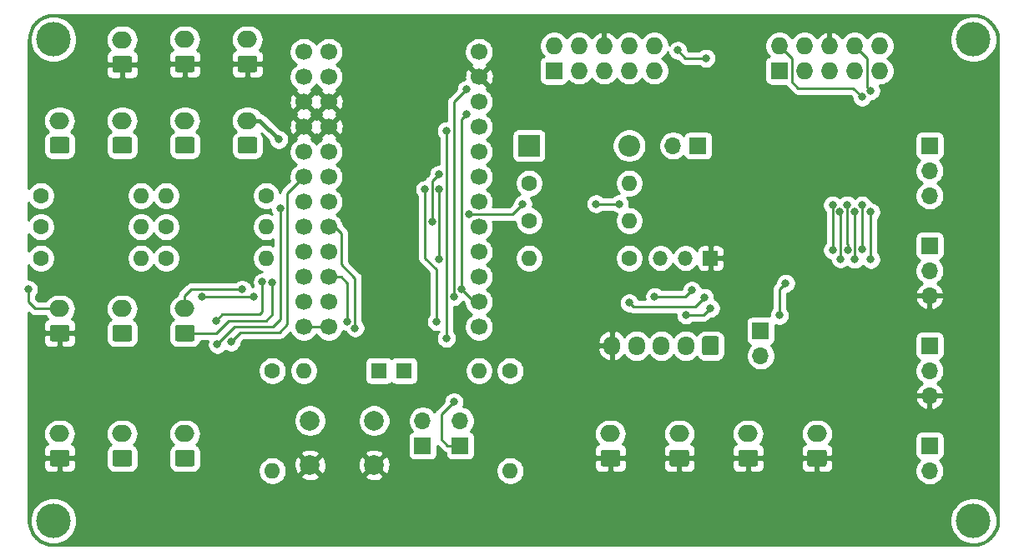
<source format=gbl>
G04 #@! TF.GenerationSoftware,KiCad,Pcbnew,(5.1.8)-1*
G04 #@! TF.CreationDate,2021-02-04T22:11:43+01:00*
G04 #@! TF.ProjectId,C64 Arcade,43363420-4172-4636-9164-652e6b696361,rev?*
G04 #@! TF.SameCoordinates,Original*
G04 #@! TF.FileFunction,Copper,L2,Bot*
G04 #@! TF.FilePolarity,Positive*
%FSLAX46Y46*%
G04 Gerber Fmt 4.6, Leading zero omitted, Abs format (unit mm)*
G04 Created by KiCad (PCBNEW (5.1.8)-1) date 2021-02-04 22:11:43*
%MOMM*%
%LPD*%
G01*
G04 APERTURE LIST*
G04 #@! TA.AperFunction,ComponentPad*
%ADD10R,1.700000X1.700000*%
G04 #@! TD*
G04 #@! TA.AperFunction,ComponentPad*
%ADD11O,1.700000X1.700000*%
G04 #@! TD*
G04 #@! TA.AperFunction,ComponentPad*
%ADD12C,1.600000*%
G04 #@! TD*
G04 #@! TA.AperFunction,ComponentPad*
%ADD13O,1.600000X1.600000*%
G04 #@! TD*
G04 #@! TA.AperFunction,ComponentPad*
%ADD14R,1.600000X1.600000*%
G04 #@! TD*
G04 #@! TA.AperFunction,ComponentPad*
%ADD15R,1.500000X1.500000*%
G04 #@! TD*
G04 #@! TA.AperFunction,ComponentPad*
%ADD16O,1.500000X1.500000*%
G04 #@! TD*
G04 #@! TA.AperFunction,ComponentPad*
%ADD17C,1.700000*%
G04 #@! TD*
G04 #@! TA.AperFunction,ComponentPad*
%ADD18C,3.500000*%
G04 #@! TD*
G04 #@! TA.AperFunction,ComponentPad*
%ADD19C,2.000000*%
G04 #@! TD*
G04 #@! TA.AperFunction,ComponentPad*
%ADD20R,1.727200X1.727200*%
G04 #@! TD*
G04 #@! TA.AperFunction,ComponentPad*
%ADD21O,1.727200X1.727200*%
G04 #@! TD*
G04 #@! TA.AperFunction,ComponentPad*
%ADD22O,2.200000X2.200000*%
G04 #@! TD*
G04 #@! TA.AperFunction,ComponentPad*
%ADD23R,2.200000X2.200000*%
G04 #@! TD*
G04 #@! TA.AperFunction,ComponentPad*
%ADD24O,2.000000X1.700000*%
G04 #@! TD*
G04 #@! TA.AperFunction,ComponentPad*
%ADD25O,1.700000X1.950000*%
G04 #@! TD*
G04 #@! TA.AperFunction,ViaPad*
%ADD26C,0.800000*%
G04 #@! TD*
G04 #@! TA.AperFunction,Conductor*
%ADD27C,0.250000*%
G04 #@! TD*
G04 #@! TA.AperFunction,Conductor*
%ADD28C,0.381000*%
G04 #@! TD*
G04 #@! TA.AperFunction,Conductor*
%ADD29C,0.254000*%
G04 #@! TD*
G04 #@! TA.AperFunction,Conductor*
%ADD30C,0.100000*%
G04 #@! TD*
G04 APERTURE END LIST*
D10*
X215900000Y-115316000D03*
D11*
X215900000Y-117856000D03*
D10*
X233045000Y-127000000D03*
D11*
X233045000Y-129540000D03*
D12*
X142875000Y-104775000D03*
D13*
X153035000Y-104775000D03*
X165735000Y-107950000D03*
D12*
X155575000Y-107950000D03*
X155575000Y-104775000D03*
D13*
X165735000Y-104775000D03*
D12*
X142875000Y-107950000D03*
D13*
X153035000Y-107950000D03*
D12*
X166370000Y-119380000D03*
D13*
X166370000Y-129540000D03*
D14*
X179705000Y-119380000D03*
D13*
X187325000Y-119380000D03*
D15*
X210820000Y-107950000D03*
D16*
X205740000Y-107950000D03*
X208280000Y-107950000D03*
D12*
X202565000Y-107950000D03*
D13*
X192405000Y-107950000D03*
D17*
X172085000Y-114935000D03*
X172085000Y-112395000D03*
X172085000Y-109855000D03*
X172085000Y-107315000D03*
X172085000Y-104775000D03*
X172085000Y-102235000D03*
X172085000Y-99695000D03*
X172085000Y-97155000D03*
X172085000Y-94615000D03*
X172085000Y-92075000D03*
X172085000Y-89535000D03*
X172085000Y-86995000D03*
X169545000Y-89535000D03*
X169545000Y-92075000D03*
X169545000Y-94615000D03*
X169545000Y-97155000D03*
X169545000Y-99695000D03*
X169545000Y-102235000D03*
X169545000Y-104775000D03*
X169545000Y-107315000D03*
X169545000Y-109855000D03*
X169545000Y-112395000D03*
X169545000Y-114935000D03*
X187325000Y-114935000D03*
X187325000Y-112395000D03*
X187325000Y-109855000D03*
X187325000Y-107315000D03*
X187325000Y-104775000D03*
X187325000Y-102235000D03*
X187325000Y-99695000D03*
X187325000Y-97155000D03*
X187325000Y-94615000D03*
X187325000Y-92075000D03*
X187325000Y-89535000D03*
X187325000Y-86995000D03*
X169545000Y-86995000D03*
D18*
X144145000Y-134620000D03*
X237490000Y-134620000D03*
X237490000Y-85725000D03*
X144145000Y-85725000D03*
D19*
X176680000Y-124460000D03*
X176680000Y-128960000D03*
X170180000Y-124460000D03*
X170180000Y-128960000D03*
D10*
X233045000Y-116840000D03*
D11*
X233045000Y-119380000D03*
X233045000Y-121920000D03*
X233045000Y-111760000D03*
X233045000Y-109220000D03*
D10*
X233045000Y-106680000D03*
D11*
X233045000Y-101600000D03*
X233045000Y-99060000D03*
D10*
X233045000Y-96520000D03*
D20*
X194945000Y-88900000D03*
D21*
X197485000Y-88900000D03*
X200025000Y-88900000D03*
X202565000Y-88900000D03*
X205105000Y-88900000D03*
X194945000Y-86360000D03*
X197485000Y-86360000D03*
X200025000Y-86360000D03*
X202565000Y-86360000D03*
X205105000Y-86360000D03*
X227965000Y-86360000D03*
X225425000Y-86360000D03*
X222885000Y-86360000D03*
X220345000Y-86360000D03*
X217805000Y-86360000D03*
X227965000Y-88900000D03*
X225425000Y-88900000D03*
X222885000Y-88900000D03*
X220345000Y-88900000D03*
D20*
X217805000Y-88900000D03*
D22*
X202565000Y-96520000D03*
D23*
X192405000Y-96520000D03*
D12*
X192405000Y-100330000D03*
D13*
X202565000Y-100330000D03*
X202565000Y-104140000D03*
D12*
X192405000Y-104140000D03*
X142875000Y-101600000D03*
D13*
X153035000Y-101600000D03*
X155575000Y-101600000D03*
D12*
X165735000Y-101600000D03*
D11*
X185420000Y-124460000D03*
D10*
X185420000Y-127000000D03*
X181610000Y-127000000D03*
D11*
X181610000Y-124460000D03*
D13*
X169545000Y-119380000D03*
D14*
X177165000Y-119380000D03*
D13*
X190500000Y-129540000D03*
D12*
X190500000Y-119380000D03*
D24*
X157480000Y-85725000D03*
G04 #@! TA.AperFunction,ComponentPad*
G36*
G01*
X158230000Y-89075000D02*
X156730000Y-89075000D01*
G75*
G02*
X156480000Y-88825000I0J250000D01*
G01*
X156480000Y-87625000D01*
G75*
G02*
X156730000Y-87375000I250000J0D01*
G01*
X158230000Y-87375000D01*
G75*
G02*
X158480000Y-87625000I0J-250000D01*
G01*
X158480000Y-88825000D01*
G75*
G02*
X158230000Y-89075000I-250000J0D01*
G01*
G37*
G04 #@! TD.AperFunction*
G04 #@! TA.AperFunction,ComponentPad*
G36*
G01*
X164580000Y-89075000D02*
X163080000Y-89075000D01*
G75*
G02*
X162830000Y-88825000I0J250000D01*
G01*
X162830000Y-87625000D01*
G75*
G02*
X163080000Y-87375000I250000J0D01*
G01*
X164580000Y-87375000D01*
G75*
G02*
X164830000Y-87625000I0J-250000D01*
G01*
X164830000Y-88825000D01*
G75*
G02*
X164580000Y-89075000I-250000J0D01*
G01*
G37*
G04 #@! TD.AperFunction*
X163830000Y-85725000D03*
G04 #@! TA.AperFunction,ComponentPad*
G36*
G01*
X158230000Y-97330000D02*
X156730000Y-97330000D01*
G75*
G02*
X156480000Y-97080000I0J250000D01*
G01*
X156480000Y-95880000D01*
G75*
G02*
X156730000Y-95630000I250000J0D01*
G01*
X158230000Y-95630000D01*
G75*
G02*
X158480000Y-95880000I0J-250000D01*
G01*
X158480000Y-97080000D01*
G75*
G02*
X158230000Y-97330000I-250000J0D01*
G01*
G37*
G04 #@! TD.AperFunction*
X157480000Y-93980000D03*
X144780000Y-93980000D03*
G04 #@! TA.AperFunction,ComponentPad*
G36*
G01*
X145530000Y-97330000D02*
X144030000Y-97330000D01*
G75*
G02*
X143780000Y-97080000I0J250000D01*
G01*
X143780000Y-95880000D01*
G75*
G02*
X144030000Y-95630000I250000J0D01*
G01*
X145530000Y-95630000D01*
G75*
G02*
X145780000Y-95880000I0J-250000D01*
G01*
X145780000Y-97080000D01*
G75*
G02*
X145530000Y-97330000I-250000J0D01*
G01*
G37*
G04 #@! TD.AperFunction*
X151130000Y-93980000D03*
G04 #@! TA.AperFunction,ComponentPad*
G36*
G01*
X151880000Y-97330000D02*
X150380000Y-97330000D01*
G75*
G02*
X150130000Y-97080000I0J250000D01*
G01*
X150130000Y-95880000D01*
G75*
G02*
X150380000Y-95630000I250000J0D01*
G01*
X151880000Y-95630000D01*
G75*
G02*
X152130000Y-95880000I0J-250000D01*
G01*
X152130000Y-97080000D01*
G75*
G02*
X151880000Y-97330000I-250000J0D01*
G01*
G37*
G04 #@! TD.AperFunction*
X163830000Y-93980000D03*
G04 #@! TA.AperFunction,ComponentPad*
G36*
G01*
X164580000Y-97330000D02*
X163080000Y-97330000D01*
G75*
G02*
X162830000Y-97080000I0J250000D01*
G01*
X162830000Y-95880000D01*
G75*
G02*
X163080000Y-95630000I250000J0D01*
G01*
X164580000Y-95630000D01*
G75*
G02*
X164830000Y-95880000I0J-250000D01*
G01*
X164830000Y-97080000D01*
G75*
G02*
X164580000Y-97330000I-250000J0D01*
G01*
G37*
G04 #@! TD.AperFunction*
G04 #@! TA.AperFunction,ComponentPad*
G36*
G01*
X211670000Y-116115000D02*
X211670000Y-117565000D01*
G75*
G02*
X211420000Y-117815000I-250000J0D01*
G01*
X210220000Y-117815000D01*
G75*
G02*
X209970000Y-117565000I0J250000D01*
G01*
X209970000Y-116115000D01*
G75*
G02*
X210220000Y-115865000I250000J0D01*
G01*
X211420000Y-115865000D01*
G75*
G02*
X211670000Y-116115000I0J-250000D01*
G01*
G37*
G04 #@! TD.AperFunction*
D25*
X208320000Y-116840000D03*
X205820000Y-116840000D03*
X203320000Y-116840000D03*
X200820000Y-116840000D03*
D24*
X221615000Y-125770000D03*
G04 #@! TA.AperFunction,ComponentPad*
G36*
G01*
X222365000Y-129120000D02*
X220865000Y-129120000D01*
G75*
G02*
X220615000Y-128870000I0J250000D01*
G01*
X220615000Y-127670000D01*
G75*
G02*
X220865000Y-127420000I250000J0D01*
G01*
X222365000Y-127420000D01*
G75*
G02*
X222615000Y-127670000I0J-250000D01*
G01*
X222615000Y-128870000D01*
G75*
G02*
X222365000Y-129120000I-250000J0D01*
G01*
G37*
G04 #@! TD.AperFunction*
X214630000Y-125770000D03*
G04 #@! TA.AperFunction,ComponentPad*
G36*
G01*
X215380000Y-129120000D02*
X213880000Y-129120000D01*
G75*
G02*
X213630000Y-128870000I0J250000D01*
G01*
X213630000Y-127670000D01*
G75*
G02*
X213880000Y-127420000I250000J0D01*
G01*
X215380000Y-127420000D01*
G75*
G02*
X215630000Y-127670000I0J-250000D01*
G01*
X215630000Y-128870000D01*
G75*
G02*
X215380000Y-129120000I-250000J0D01*
G01*
G37*
G04 #@! TD.AperFunction*
G04 #@! TA.AperFunction,ComponentPad*
G36*
G01*
X208395000Y-129120000D02*
X206895000Y-129120000D01*
G75*
G02*
X206645000Y-128870000I0J250000D01*
G01*
X206645000Y-127670000D01*
G75*
G02*
X206895000Y-127420000I250000J0D01*
G01*
X208395000Y-127420000D01*
G75*
G02*
X208645000Y-127670000I0J-250000D01*
G01*
X208645000Y-128870000D01*
G75*
G02*
X208395000Y-129120000I-250000J0D01*
G01*
G37*
G04 #@! TD.AperFunction*
X207645000Y-125770000D03*
G04 #@! TA.AperFunction,ComponentPad*
G36*
G01*
X201410000Y-129120000D02*
X199910000Y-129120000D01*
G75*
G02*
X199660000Y-128870000I0J250000D01*
G01*
X199660000Y-127670000D01*
G75*
G02*
X199910000Y-127420000I250000J0D01*
G01*
X201410000Y-127420000D01*
G75*
G02*
X201660000Y-127670000I0J-250000D01*
G01*
X201660000Y-128870000D01*
G75*
G02*
X201410000Y-129120000I-250000J0D01*
G01*
G37*
G04 #@! TD.AperFunction*
X200660000Y-125770000D03*
X144780000Y-125770000D03*
G04 #@! TA.AperFunction,ComponentPad*
G36*
G01*
X145530000Y-129120000D02*
X144030000Y-129120000D01*
G75*
G02*
X143780000Y-128870000I0J250000D01*
G01*
X143780000Y-127670000D01*
G75*
G02*
X144030000Y-127420000I250000J0D01*
G01*
X145530000Y-127420000D01*
G75*
G02*
X145780000Y-127670000I0J-250000D01*
G01*
X145780000Y-128870000D01*
G75*
G02*
X145530000Y-129120000I-250000J0D01*
G01*
G37*
G04 #@! TD.AperFunction*
G04 #@! TA.AperFunction,ComponentPad*
G36*
G01*
X151880000Y-129120000D02*
X150380000Y-129120000D01*
G75*
G02*
X150130000Y-128870000I0J250000D01*
G01*
X150130000Y-127670000D01*
G75*
G02*
X150380000Y-127420000I250000J0D01*
G01*
X151880000Y-127420000D01*
G75*
G02*
X152130000Y-127670000I0J-250000D01*
G01*
X152130000Y-128870000D01*
G75*
G02*
X151880000Y-129120000I-250000J0D01*
G01*
G37*
G04 #@! TD.AperFunction*
X151130000Y-125770000D03*
G04 #@! TA.AperFunction,ComponentPad*
G36*
G01*
X158230000Y-129120000D02*
X156730000Y-129120000D01*
G75*
G02*
X156480000Y-128870000I0J250000D01*
G01*
X156480000Y-127670000D01*
G75*
G02*
X156730000Y-127420000I250000J0D01*
G01*
X158230000Y-127420000D01*
G75*
G02*
X158480000Y-127670000I0J-250000D01*
G01*
X158480000Y-128870000D01*
G75*
G02*
X158230000Y-129120000I-250000J0D01*
G01*
G37*
G04 #@! TD.AperFunction*
X157480000Y-125770000D03*
X144780000Y-113070000D03*
G04 #@! TA.AperFunction,ComponentPad*
G36*
G01*
X145530000Y-116420000D02*
X144030000Y-116420000D01*
G75*
G02*
X143780000Y-116170000I0J250000D01*
G01*
X143780000Y-114970000D01*
G75*
G02*
X144030000Y-114720000I250000J0D01*
G01*
X145530000Y-114720000D01*
G75*
G02*
X145780000Y-114970000I0J-250000D01*
G01*
X145780000Y-116170000D01*
G75*
G02*
X145530000Y-116420000I-250000J0D01*
G01*
G37*
G04 #@! TD.AperFunction*
G04 #@! TA.AperFunction,ComponentPad*
G36*
G01*
X151880000Y-116420000D02*
X150380000Y-116420000D01*
G75*
G02*
X150130000Y-116170000I0J250000D01*
G01*
X150130000Y-114970000D01*
G75*
G02*
X150380000Y-114720000I250000J0D01*
G01*
X151880000Y-114720000D01*
G75*
G02*
X152130000Y-114970000I0J-250000D01*
G01*
X152130000Y-116170000D01*
G75*
G02*
X151880000Y-116420000I-250000J0D01*
G01*
G37*
G04 #@! TD.AperFunction*
X151130000Y-113070000D03*
X157480000Y-113070000D03*
G04 #@! TA.AperFunction,ComponentPad*
G36*
G01*
X158230000Y-116420000D02*
X156730000Y-116420000D01*
G75*
G02*
X156480000Y-116170000I0J250000D01*
G01*
X156480000Y-114970000D01*
G75*
G02*
X156730000Y-114720000I250000J0D01*
G01*
X158230000Y-114720000D01*
G75*
G02*
X158480000Y-114970000I0J-250000D01*
G01*
X158480000Y-116170000D01*
G75*
G02*
X158230000Y-116420000I-250000J0D01*
G01*
G37*
G04 #@! TD.AperFunction*
X151130000Y-85765000D03*
G04 #@! TA.AperFunction,ComponentPad*
G36*
G01*
X151880000Y-89115000D02*
X150380000Y-89115000D01*
G75*
G02*
X150130000Y-88865000I0J250000D01*
G01*
X150130000Y-87665000D01*
G75*
G02*
X150380000Y-87415000I250000J0D01*
G01*
X151880000Y-87415000D01*
G75*
G02*
X152130000Y-87665000I0J-250000D01*
G01*
X152130000Y-88865000D01*
G75*
G02*
X151880000Y-89115000I-250000J0D01*
G01*
G37*
G04 #@! TD.AperFunction*
D10*
X209550000Y-96520000D03*
D11*
X207010000Y-96520000D03*
D26*
X210340500Y-87630000D03*
X141605000Y-111125014D03*
X207489500Y-86839484D03*
X227075995Y-90931995D03*
X227076000Y-108077000D03*
X227076000Y-103251000D03*
X167005000Y-95885000D03*
X226187000Y-91567000D03*
X226187000Y-107060996D03*
X226187000Y-102552500D03*
X225438755Y-108070775D03*
X225425000Y-103251000D03*
X208320000Y-113705000D03*
X210820000Y-113030000D03*
X224716011Y-107091773D03*
X224683105Y-102540355D03*
X202565000Y-112485000D03*
X210185000Y-111940000D03*
X223988744Y-108013500D03*
X223941163Y-103227663D03*
X205145000Y-111850000D03*
X208915000Y-111215000D03*
X223202500Y-107124500D03*
X223194617Y-102545485D03*
X217805000Y-113755000D03*
X218440000Y-110490000D03*
X184023000Y-94996000D03*
X184023004Y-116078004D03*
X201549000Y-102425500D03*
X191770000Y-102425500D03*
X199199500Y-102425500D03*
X167168990Y-102870000D03*
X160782004Y-116712996D03*
X186272010Y-103505000D03*
X181848000Y-100965000D03*
X183022997Y-114390000D03*
X184785000Y-122555000D03*
X162179000Y-116459006D03*
X166370000Y-110400000D03*
X183298000Y-108040000D03*
X183298000Y-100965000D03*
X165354000Y-110363000D03*
X160655000Y-114300000D03*
X182573000Y-104230000D03*
X183261000Y-99441000D03*
X186055000Y-90805000D03*
X164465000Y-111850000D03*
X159250010Y-111894990D03*
X184785000Y-111850000D03*
X173990000Y-114390000D03*
X174748836Y-115041284D03*
X163285000Y-111125000D03*
X186055000Y-93345000D03*
X185547000Y-111125000D03*
D27*
X141605000Y-111125014D02*
X141605000Y-112395000D01*
X142280000Y-113070000D02*
X144780000Y-113070000D01*
X141605000Y-112395000D02*
X142280000Y-113070000D01*
X208280016Y-87630000D02*
X207489500Y-86839484D01*
X210340500Y-87630000D02*
X208280016Y-87630000D01*
X226695000Y-90551000D02*
X227075995Y-90931995D01*
X226695000Y-87630000D02*
X226695000Y-90551000D01*
X225425000Y-86360000D02*
X226695000Y-87630000D01*
X227076000Y-108077000D02*
X227076000Y-103251000D01*
D28*
X167005000Y-95885000D02*
X165100000Y-93980000D01*
X163830000Y-93980000D02*
X165100000Y-93980000D01*
D27*
X219075000Y-87630000D02*
X217805000Y-86360000D01*
X219075000Y-90043000D02*
X219075000Y-87630000D01*
X219710000Y-90678000D02*
X219075000Y-90043000D01*
X225298000Y-90678000D02*
X219710000Y-90678000D01*
X226187000Y-91567000D02*
X225298000Y-90678000D01*
X226187000Y-107060996D02*
X226187000Y-102552500D01*
X225441012Y-103267012D02*
X225425000Y-103251000D01*
X225438755Y-108070775D02*
X225441012Y-108068518D01*
X225441012Y-108068518D02*
X225441012Y-103267012D01*
X210145000Y-113705000D02*
X210820000Y-113030000D01*
X208320000Y-113705000D02*
X210145000Y-113705000D01*
X224716011Y-107091773D02*
X224716011Y-106526088D01*
X224683105Y-106493182D02*
X224683105Y-102540355D01*
X224716011Y-106526088D02*
X224683105Y-106493182D01*
X209240001Y-112884999D02*
X210185000Y-111940000D01*
X202964999Y-112884999D02*
X209240001Y-112884999D01*
X202565000Y-112485000D02*
X202964999Y-112884999D01*
X223988744Y-103275244D02*
X223941163Y-103227663D01*
X223988744Y-108013500D02*
X223988744Y-103275244D01*
X208280000Y-111850000D02*
X208915000Y-111215000D01*
X205145000Y-111850000D02*
X208280000Y-111850000D01*
X223202500Y-107124500D02*
X223202500Y-102553368D01*
X223202500Y-102553368D02*
X223194617Y-102545485D01*
X217805000Y-113755000D02*
X217805000Y-111125000D01*
X217805000Y-111125000D02*
X218440000Y-110490000D01*
X184023000Y-94996000D02*
X184023000Y-116078000D01*
X184023000Y-116078000D02*
X184023004Y-116078004D01*
X201549000Y-102425500D02*
X199199500Y-102425500D01*
X167168990Y-102870000D02*
X167168990Y-110269006D01*
X160782004Y-116655992D02*
X160782004Y-116712996D01*
X191770000Y-102425500D02*
X190690500Y-103505000D01*
X190690500Y-103505000D02*
X186272010Y-103505000D01*
X162531498Y-114906498D02*
X166398502Y-114906498D01*
X162531498Y-114906498D02*
X160782004Y-116655992D01*
X167168990Y-114136010D02*
X167168990Y-110269006D01*
X166398502Y-114906498D02*
X167168990Y-114136010D01*
X181848000Y-107925501D02*
X181848000Y-100965000D01*
X183022997Y-109100498D02*
X181848000Y-107925501D01*
X183022997Y-114390000D02*
X183022997Y-109100498D01*
X183515000Y-123825000D02*
X184785000Y-122555000D01*
X183515000Y-126365000D02*
X183515000Y-123825000D01*
X184150000Y-127000000D02*
X183515000Y-126365000D01*
X185420000Y-127000000D02*
X184150000Y-127000000D01*
X163131503Y-115506503D02*
X162179000Y-116459006D01*
X167068497Y-115506503D02*
X163131503Y-115506503D01*
X167894000Y-114681000D02*
X167068497Y-115506503D01*
X167894000Y-101346000D02*
X167894000Y-114681000D01*
X169545000Y-99695000D02*
X167894000Y-101346000D01*
X157480000Y-115570000D02*
X160655000Y-115570000D01*
X160655000Y-115570000D02*
X161925000Y-114300000D01*
X161925000Y-114300000D02*
X165735000Y-114300000D01*
X166370000Y-113665000D02*
X166370000Y-110400000D01*
X165735000Y-114300000D02*
X166370000Y-113665000D01*
X183298000Y-108040000D02*
X183298000Y-100965000D01*
X165354000Y-113411000D02*
X165354000Y-110363000D01*
X165100000Y-113665000D02*
X165354000Y-113411000D01*
X161290000Y-113665000D02*
X160655000Y-114300000D01*
X165100000Y-113665000D02*
X161290000Y-113665000D01*
X182573000Y-104230000D02*
X182573000Y-100129000D01*
X182573000Y-100129000D02*
X183261000Y-99441000D01*
X169545000Y-114935000D02*
X172085000Y-114935000D01*
X164465000Y-111850000D02*
X159295000Y-111850000D01*
X159295000Y-111850000D02*
X159250010Y-111894990D01*
X185655001Y-91204999D02*
X186055000Y-90805000D01*
X184785000Y-92075000D02*
X185655001Y-91204999D01*
X184785000Y-111506000D02*
X184785000Y-92075000D01*
X184785000Y-111506000D02*
X184785000Y-111850000D01*
X173990000Y-114390000D02*
X173990000Y-110490000D01*
X173990000Y-110490000D02*
X173355000Y-109855000D01*
X173355000Y-109855000D02*
X172085000Y-109855000D01*
X172720000Y-104775000D02*
X172085000Y-104775000D01*
X173355000Y-105410000D02*
X172720000Y-104775000D01*
X174748836Y-109978836D02*
X173355000Y-108585000D01*
X173355000Y-108585000D02*
X173355000Y-105410000D01*
X174748836Y-115041284D02*
X174748836Y-109978836D01*
X157480000Y-111760000D02*
X157480000Y-113070000D01*
X158115000Y-111125000D02*
X157480000Y-111760000D01*
X163285000Y-111125000D02*
X158115000Y-111125000D01*
X185547000Y-93853000D02*
X186055000Y-93345000D01*
X185547000Y-111125000D02*
X185547000Y-93853000D01*
X186817000Y-112395000D02*
X187325000Y-112395000D01*
X185547000Y-111125000D02*
X186817000Y-112395000D01*
D29*
X237977884Y-83261002D02*
X238447188Y-83402694D01*
X238880025Y-83632837D01*
X239259927Y-83942678D01*
X239572403Y-84320397D01*
X239805569Y-84751627D01*
X239950532Y-85219928D01*
X240005000Y-85738153D01*
X240005001Y-134587712D01*
X239953998Y-135107883D01*
X239812307Y-135577186D01*
X239582161Y-136010028D01*
X239272323Y-136389927D01*
X238894600Y-136702406D01*
X238463373Y-136935569D01*
X237995073Y-137080532D01*
X237476847Y-137135000D01*
X144177278Y-137135000D01*
X143657117Y-137083998D01*
X143187814Y-136942307D01*
X142754972Y-136712161D01*
X142375073Y-136402323D01*
X142062594Y-136024600D01*
X141829431Y-135593373D01*
X141684468Y-135125073D01*
X141630000Y-134606847D01*
X141630000Y-134385098D01*
X141760000Y-134385098D01*
X141760000Y-134854902D01*
X141851654Y-135315679D01*
X142031440Y-135749721D01*
X142292450Y-136140349D01*
X142624651Y-136472550D01*
X143015279Y-136733560D01*
X143449321Y-136913346D01*
X143910098Y-137005000D01*
X144379902Y-137005000D01*
X144840679Y-136913346D01*
X145274721Y-136733560D01*
X145665349Y-136472550D01*
X145997550Y-136140349D01*
X146258560Y-135749721D01*
X146438346Y-135315679D01*
X146530000Y-134854902D01*
X146530000Y-134385098D01*
X235105000Y-134385098D01*
X235105000Y-134854902D01*
X235196654Y-135315679D01*
X235376440Y-135749721D01*
X235637450Y-136140349D01*
X235969651Y-136472550D01*
X236360279Y-136733560D01*
X236794321Y-136913346D01*
X237255098Y-137005000D01*
X237724902Y-137005000D01*
X238185679Y-136913346D01*
X238619721Y-136733560D01*
X239010349Y-136472550D01*
X239342550Y-136140349D01*
X239603560Y-135749721D01*
X239783346Y-135315679D01*
X239875000Y-134854902D01*
X239875000Y-134385098D01*
X239783346Y-133924321D01*
X239603560Y-133490279D01*
X239342550Y-133099651D01*
X239010349Y-132767450D01*
X238619721Y-132506440D01*
X238185679Y-132326654D01*
X237724902Y-132235000D01*
X237255098Y-132235000D01*
X236794321Y-132326654D01*
X236360279Y-132506440D01*
X235969651Y-132767450D01*
X235637450Y-133099651D01*
X235376440Y-133490279D01*
X235196654Y-133924321D01*
X235105000Y-134385098D01*
X146530000Y-134385098D01*
X146438346Y-133924321D01*
X146258560Y-133490279D01*
X145997550Y-133099651D01*
X145665349Y-132767450D01*
X145274721Y-132506440D01*
X144840679Y-132326654D01*
X144379902Y-132235000D01*
X143910098Y-132235000D01*
X143449321Y-132326654D01*
X143015279Y-132506440D01*
X142624651Y-132767450D01*
X142292450Y-133099651D01*
X142031440Y-133490279D01*
X141851654Y-133924321D01*
X141760000Y-134385098D01*
X141630000Y-134385098D01*
X141630000Y-129120000D01*
X143141928Y-129120000D01*
X143154188Y-129244482D01*
X143190498Y-129364180D01*
X143249463Y-129474494D01*
X143328815Y-129571185D01*
X143425506Y-129650537D01*
X143535820Y-129709502D01*
X143655518Y-129745812D01*
X143780000Y-129758072D01*
X144494250Y-129755000D01*
X144653000Y-129596250D01*
X144653000Y-128397000D01*
X144907000Y-128397000D01*
X144907000Y-129596250D01*
X145065750Y-129755000D01*
X145780000Y-129758072D01*
X145904482Y-129745812D01*
X146024180Y-129709502D01*
X146134494Y-129650537D01*
X146231185Y-129571185D01*
X146310537Y-129474494D01*
X146369502Y-129364180D01*
X146405812Y-129244482D01*
X146418072Y-129120000D01*
X146415000Y-128555750D01*
X146256250Y-128397000D01*
X144907000Y-128397000D01*
X144653000Y-128397000D01*
X143303750Y-128397000D01*
X143145000Y-128555750D01*
X143141928Y-129120000D01*
X141630000Y-129120000D01*
X141630000Y-125770000D01*
X143137815Y-125770000D01*
X143166487Y-126061111D01*
X143251401Y-126341034D01*
X143389294Y-126599014D01*
X143570608Y-126819945D01*
X143535820Y-126830498D01*
X143425506Y-126889463D01*
X143328815Y-126968815D01*
X143249463Y-127065506D01*
X143190498Y-127175820D01*
X143154188Y-127295518D01*
X143141928Y-127420000D01*
X143145000Y-127984250D01*
X143303750Y-128143000D01*
X144653000Y-128143000D01*
X144653000Y-128123000D01*
X144907000Y-128123000D01*
X144907000Y-128143000D01*
X146256250Y-128143000D01*
X146415000Y-127984250D01*
X146418072Y-127420000D01*
X146405812Y-127295518D01*
X146369502Y-127175820D01*
X146310537Y-127065506D01*
X146231185Y-126968815D01*
X146134494Y-126889463D01*
X146024180Y-126830498D01*
X145989392Y-126819945D01*
X146170706Y-126599014D01*
X146308599Y-126341034D01*
X146393513Y-126061111D01*
X146422185Y-125770000D01*
X149487815Y-125770000D01*
X149516487Y-126061111D01*
X149601401Y-126341034D01*
X149739294Y-126599014D01*
X149924866Y-126825134D01*
X149988337Y-126877223D01*
X149886614Y-126931595D01*
X149752038Y-127042038D01*
X149641595Y-127176614D01*
X149559528Y-127330150D01*
X149508992Y-127496746D01*
X149491928Y-127670000D01*
X149491928Y-128870000D01*
X149508992Y-129043254D01*
X149559528Y-129209850D01*
X149641595Y-129363386D01*
X149752038Y-129497962D01*
X149886614Y-129608405D01*
X150040150Y-129690472D01*
X150206746Y-129741008D01*
X150380000Y-129758072D01*
X151880000Y-129758072D01*
X152053254Y-129741008D01*
X152219850Y-129690472D01*
X152373386Y-129608405D01*
X152507962Y-129497962D01*
X152618405Y-129363386D01*
X152700472Y-129209850D01*
X152751008Y-129043254D01*
X152768072Y-128870000D01*
X152768072Y-127670000D01*
X152751008Y-127496746D01*
X152700472Y-127330150D01*
X152618405Y-127176614D01*
X152507962Y-127042038D01*
X152373386Y-126931595D01*
X152271663Y-126877223D01*
X152335134Y-126825134D01*
X152520706Y-126599014D01*
X152658599Y-126341034D01*
X152743513Y-126061111D01*
X152772185Y-125770000D01*
X155837815Y-125770000D01*
X155866487Y-126061111D01*
X155951401Y-126341034D01*
X156089294Y-126599014D01*
X156274866Y-126825134D01*
X156338337Y-126877223D01*
X156236614Y-126931595D01*
X156102038Y-127042038D01*
X155991595Y-127176614D01*
X155909528Y-127330150D01*
X155858992Y-127496746D01*
X155841928Y-127670000D01*
X155841928Y-128870000D01*
X155858992Y-129043254D01*
X155909528Y-129209850D01*
X155991595Y-129363386D01*
X156102038Y-129497962D01*
X156236614Y-129608405D01*
X156390150Y-129690472D01*
X156556746Y-129741008D01*
X156730000Y-129758072D01*
X158230000Y-129758072D01*
X158403254Y-129741008D01*
X158569850Y-129690472D01*
X158723386Y-129608405D01*
X158857962Y-129497962D01*
X158939452Y-129398665D01*
X164935000Y-129398665D01*
X164935000Y-129681335D01*
X164990147Y-129958574D01*
X165098320Y-130219727D01*
X165255363Y-130454759D01*
X165455241Y-130654637D01*
X165690273Y-130811680D01*
X165951426Y-130919853D01*
X166228665Y-130975000D01*
X166511335Y-130975000D01*
X166788574Y-130919853D01*
X167049727Y-130811680D01*
X167284759Y-130654637D01*
X167484637Y-130454759D01*
X167641680Y-130219727D01*
X167693172Y-130095413D01*
X169224192Y-130095413D01*
X169319956Y-130359814D01*
X169609571Y-130500704D01*
X169921108Y-130582384D01*
X170242595Y-130601718D01*
X170561675Y-130557961D01*
X170866088Y-130452795D01*
X171040044Y-130359814D01*
X171135808Y-130095413D01*
X175724192Y-130095413D01*
X175819956Y-130359814D01*
X176109571Y-130500704D01*
X176421108Y-130582384D01*
X176742595Y-130601718D01*
X177061675Y-130557961D01*
X177366088Y-130452795D01*
X177540044Y-130359814D01*
X177635808Y-130095413D01*
X176680000Y-129139605D01*
X175724192Y-130095413D01*
X171135808Y-130095413D01*
X170180000Y-129139605D01*
X169224192Y-130095413D01*
X167693172Y-130095413D01*
X167749853Y-129958574D01*
X167805000Y-129681335D01*
X167805000Y-129398665D01*
X167749853Y-129121426D01*
X167708916Y-129022595D01*
X168538282Y-129022595D01*
X168582039Y-129341675D01*
X168687205Y-129646088D01*
X168780186Y-129820044D01*
X169044587Y-129915808D01*
X170000395Y-128960000D01*
X170359605Y-128960000D01*
X171315413Y-129915808D01*
X171579814Y-129820044D01*
X171720704Y-129530429D01*
X171802384Y-129218892D01*
X171814189Y-129022595D01*
X175038282Y-129022595D01*
X175082039Y-129341675D01*
X175187205Y-129646088D01*
X175280186Y-129820044D01*
X175544587Y-129915808D01*
X176500395Y-128960000D01*
X176859605Y-128960000D01*
X177815413Y-129915808D01*
X178079814Y-129820044D01*
X178220704Y-129530429D01*
X178255250Y-129398665D01*
X189065000Y-129398665D01*
X189065000Y-129681335D01*
X189120147Y-129958574D01*
X189228320Y-130219727D01*
X189385363Y-130454759D01*
X189585241Y-130654637D01*
X189820273Y-130811680D01*
X190081426Y-130919853D01*
X190358665Y-130975000D01*
X190641335Y-130975000D01*
X190918574Y-130919853D01*
X191179727Y-130811680D01*
X191414759Y-130654637D01*
X191614637Y-130454759D01*
X191771680Y-130219727D01*
X191879853Y-129958574D01*
X191935000Y-129681335D01*
X191935000Y-129398665D01*
X191879853Y-129121426D01*
X191879263Y-129120000D01*
X199021928Y-129120000D01*
X199034188Y-129244482D01*
X199070498Y-129364180D01*
X199129463Y-129474494D01*
X199208815Y-129571185D01*
X199305506Y-129650537D01*
X199415820Y-129709502D01*
X199535518Y-129745812D01*
X199660000Y-129758072D01*
X200374250Y-129755000D01*
X200533000Y-129596250D01*
X200533000Y-128397000D01*
X200787000Y-128397000D01*
X200787000Y-129596250D01*
X200945750Y-129755000D01*
X201660000Y-129758072D01*
X201784482Y-129745812D01*
X201904180Y-129709502D01*
X202014494Y-129650537D01*
X202111185Y-129571185D01*
X202190537Y-129474494D01*
X202249502Y-129364180D01*
X202285812Y-129244482D01*
X202298072Y-129120000D01*
X206006928Y-129120000D01*
X206019188Y-129244482D01*
X206055498Y-129364180D01*
X206114463Y-129474494D01*
X206193815Y-129571185D01*
X206290506Y-129650537D01*
X206400820Y-129709502D01*
X206520518Y-129745812D01*
X206645000Y-129758072D01*
X207359250Y-129755000D01*
X207518000Y-129596250D01*
X207518000Y-128397000D01*
X207772000Y-128397000D01*
X207772000Y-129596250D01*
X207930750Y-129755000D01*
X208645000Y-129758072D01*
X208769482Y-129745812D01*
X208889180Y-129709502D01*
X208999494Y-129650537D01*
X209096185Y-129571185D01*
X209175537Y-129474494D01*
X209234502Y-129364180D01*
X209270812Y-129244482D01*
X209283072Y-129120000D01*
X212991928Y-129120000D01*
X213004188Y-129244482D01*
X213040498Y-129364180D01*
X213099463Y-129474494D01*
X213178815Y-129571185D01*
X213275506Y-129650537D01*
X213385820Y-129709502D01*
X213505518Y-129745812D01*
X213630000Y-129758072D01*
X214344250Y-129755000D01*
X214503000Y-129596250D01*
X214503000Y-128397000D01*
X214757000Y-128397000D01*
X214757000Y-129596250D01*
X214915750Y-129755000D01*
X215630000Y-129758072D01*
X215754482Y-129745812D01*
X215874180Y-129709502D01*
X215984494Y-129650537D01*
X216081185Y-129571185D01*
X216160537Y-129474494D01*
X216219502Y-129364180D01*
X216255812Y-129244482D01*
X216268072Y-129120000D01*
X219976928Y-129120000D01*
X219989188Y-129244482D01*
X220025498Y-129364180D01*
X220084463Y-129474494D01*
X220163815Y-129571185D01*
X220260506Y-129650537D01*
X220370820Y-129709502D01*
X220490518Y-129745812D01*
X220615000Y-129758072D01*
X221329250Y-129755000D01*
X221488000Y-129596250D01*
X221488000Y-128397000D01*
X221742000Y-128397000D01*
X221742000Y-129596250D01*
X221900750Y-129755000D01*
X222615000Y-129758072D01*
X222739482Y-129745812D01*
X222859180Y-129709502D01*
X222969494Y-129650537D01*
X223066185Y-129571185D01*
X223145537Y-129474494D01*
X223204502Y-129364180D01*
X223240812Y-129244482D01*
X223253072Y-129120000D01*
X223250000Y-128555750D01*
X223091250Y-128397000D01*
X221742000Y-128397000D01*
X221488000Y-128397000D01*
X220138750Y-128397000D01*
X219980000Y-128555750D01*
X219976928Y-129120000D01*
X216268072Y-129120000D01*
X216265000Y-128555750D01*
X216106250Y-128397000D01*
X214757000Y-128397000D01*
X214503000Y-128397000D01*
X213153750Y-128397000D01*
X212995000Y-128555750D01*
X212991928Y-129120000D01*
X209283072Y-129120000D01*
X209280000Y-128555750D01*
X209121250Y-128397000D01*
X207772000Y-128397000D01*
X207518000Y-128397000D01*
X206168750Y-128397000D01*
X206010000Y-128555750D01*
X206006928Y-129120000D01*
X202298072Y-129120000D01*
X202295000Y-128555750D01*
X202136250Y-128397000D01*
X200787000Y-128397000D01*
X200533000Y-128397000D01*
X199183750Y-128397000D01*
X199025000Y-128555750D01*
X199021928Y-129120000D01*
X191879263Y-129120000D01*
X191771680Y-128860273D01*
X191614637Y-128625241D01*
X191414759Y-128425363D01*
X191179727Y-128268320D01*
X190918574Y-128160147D01*
X190641335Y-128105000D01*
X190358665Y-128105000D01*
X190081426Y-128160147D01*
X189820273Y-128268320D01*
X189585241Y-128425363D01*
X189385363Y-128625241D01*
X189228320Y-128860273D01*
X189120147Y-129121426D01*
X189065000Y-129398665D01*
X178255250Y-129398665D01*
X178302384Y-129218892D01*
X178321718Y-128897405D01*
X178277961Y-128578325D01*
X178172795Y-128273912D01*
X178079814Y-128099956D01*
X177815413Y-128004192D01*
X176859605Y-128960000D01*
X176500395Y-128960000D01*
X175544587Y-128004192D01*
X175280186Y-128099956D01*
X175139296Y-128389571D01*
X175057616Y-128701108D01*
X175038282Y-129022595D01*
X171814189Y-129022595D01*
X171821718Y-128897405D01*
X171777961Y-128578325D01*
X171672795Y-128273912D01*
X171579814Y-128099956D01*
X171315413Y-128004192D01*
X170359605Y-128960000D01*
X170000395Y-128960000D01*
X169044587Y-128004192D01*
X168780186Y-128099956D01*
X168639296Y-128389571D01*
X168557616Y-128701108D01*
X168538282Y-129022595D01*
X167708916Y-129022595D01*
X167641680Y-128860273D01*
X167484637Y-128625241D01*
X167284759Y-128425363D01*
X167049727Y-128268320D01*
X166788574Y-128160147D01*
X166511335Y-128105000D01*
X166228665Y-128105000D01*
X165951426Y-128160147D01*
X165690273Y-128268320D01*
X165455241Y-128425363D01*
X165255363Y-128625241D01*
X165098320Y-128860273D01*
X164990147Y-129121426D01*
X164935000Y-129398665D01*
X158939452Y-129398665D01*
X158968405Y-129363386D01*
X159050472Y-129209850D01*
X159101008Y-129043254D01*
X159118072Y-128870000D01*
X159118072Y-127824587D01*
X169224192Y-127824587D01*
X170180000Y-128780395D01*
X171135808Y-127824587D01*
X175724192Y-127824587D01*
X176680000Y-128780395D01*
X177635808Y-127824587D01*
X177540044Y-127560186D01*
X177250429Y-127419296D01*
X176938892Y-127337616D01*
X176617405Y-127318282D01*
X176298325Y-127362039D01*
X175993912Y-127467205D01*
X175819956Y-127560186D01*
X175724192Y-127824587D01*
X171135808Y-127824587D01*
X171040044Y-127560186D01*
X170750429Y-127419296D01*
X170438892Y-127337616D01*
X170117405Y-127318282D01*
X169798325Y-127362039D01*
X169493912Y-127467205D01*
X169319956Y-127560186D01*
X169224192Y-127824587D01*
X159118072Y-127824587D01*
X159118072Y-127670000D01*
X159101008Y-127496746D01*
X159050472Y-127330150D01*
X158968405Y-127176614D01*
X158857962Y-127042038D01*
X158723386Y-126931595D01*
X158621663Y-126877223D01*
X158685134Y-126825134D01*
X158870706Y-126599014D01*
X159008599Y-126341034D01*
X159066548Y-126150000D01*
X180121928Y-126150000D01*
X180121928Y-127850000D01*
X180134188Y-127974482D01*
X180170498Y-128094180D01*
X180229463Y-128204494D01*
X180308815Y-128301185D01*
X180405506Y-128380537D01*
X180515820Y-128439502D01*
X180635518Y-128475812D01*
X180760000Y-128488072D01*
X182460000Y-128488072D01*
X182584482Y-128475812D01*
X182704180Y-128439502D01*
X182814494Y-128380537D01*
X182911185Y-128301185D01*
X182990537Y-128204494D01*
X183049502Y-128094180D01*
X183085812Y-127974482D01*
X183098072Y-127850000D01*
X183098072Y-127022873D01*
X183586200Y-127511002D01*
X183609999Y-127540001D01*
X183638997Y-127563799D01*
X183725724Y-127634974D01*
X183857753Y-127705546D01*
X183931928Y-127728046D01*
X183931928Y-127850000D01*
X183944188Y-127974482D01*
X183980498Y-128094180D01*
X184039463Y-128204494D01*
X184118815Y-128301185D01*
X184215506Y-128380537D01*
X184325820Y-128439502D01*
X184445518Y-128475812D01*
X184570000Y-128488072D01*
X186270000Y-128488072D01*
X186394482Y-128475812D01*
X186514180Y-128439502D01*
X186624494Y-128380537D01*
X186721185Y-128301185D01*
X186800537Y-128204494D01*
X186859502Y-128094180D01*
X186895812Y-127974482D01*
X186908072Y-127850000D01*
X186908072Y-126150000D01*
X186895812Y-126025518D01*
X186859502Y-125905820D01*
X186800537Y-125795506D01*
X186779605Y-125770000D01*
X199017815Y-125770000D01*
X199046487Y-126061111D01*
X199131401Y-126341034D01*
X199269294Y-126599014D01*
X199450608Y-126819945D01*
X199415820Y-126830498D01*
X199305506Y-126889463D01*
X199208815Y-126968815D01*
X199129463Y-127065506D01*
X199070498Y-127175820D01*
X199034188Y-127295518D01*
X199021928Y-127420000D01*
X199025000Y-127984250D01*
X199183750Y-128143000D01*
X200533000Y-128143000D01*
X200533000Y-128123000D01*
X200787000Y-128123000D01*
X200787000Y-128143000D01*
X202136250Y-128143000D01*
X202295000Y-127984250D01*
X202298072Y-127420000D01*
X202285812Y-127295518D01*
X202249502Y-127175820D01*
X202190537Y-127065506D01*
X202111185Y-126968815D01*
X202014494Y-126889463D01*
X201904180Y-126830498D01*
X201869392Y-126819945D01*
X202050706Y-126599014D01*
X202188599Y-126341034D01*
X202273513Y-126061111D01*
X202302185Y-125770000D01*
X206002815Y-125770000D01*
X206031487Y-126061111D01*
X206116401Y-126341034D01*
X206254294Y-126599014D01*
X206435608Y-126819945D01*
X206400820Y-126830498D01*
X206290506Y-126889463D01*
X206193815Y-126968815D01*
X206114463Y-127065506D01*
X206055498Y-127175820D01*
X206019188Y-127295518D01*
X206006928Y-127420000D01*
X206010000Y-127984250D01*
X206168750Y-128143000D01*
X207518000Y-128143000D01*
X207518000Y-128123000D01*
X207772000Y-128123000D01*
X207772000Y-128143000D01*
X209121250Y-128143000D01*
X209280000Y-127984250D01*
X209283072Y-127420000D01*
X209270812Y-127295518D01*
X209234502Y-127175820D01*
X209175537Y-127065506D01*
X209096185Y-126968815D01*
X208999494Y-126889463D01*
X208889180Y-126830498D01*
X208854392Y-126819945D01*
X209035706Y-126599014D01*
X209173599Y-126341034D01*
X209258513Y-126061111D01*
X209287185Y-125770000D01*
X212987815Y-125770000D01*
X213016487Y-126061111D01*
X213101401Y-126341034D01*
X213239294Y-126599014D01*
X213420608Y-126819945D01*
X213385820Y-126830498D01*
X213275506Y-126889463D01*
X213178815Y-126968815D01*
X213099463Y-127065506D01*
X213040498Y-127175820D01*
X213004188Y-127295518D01*
X212991928Y-127420000D01*
X212995000Y-127984250D01*
X213153750Y-128143000D01*
X214503000Y-128143000D01*
X214503000Y-128123000D01*
X214757000Y-128123000D01*
X214757000Y-128143000D01*
X216106250Y-128143000D01*
X216265000Y-127984250D01*
X216268072Y-127420000D01*
X216255812Y-127295518D01*
X216219502Y-127175820D01*
X216160537Y-127065506D01*
X216081185Y-126968815D01*
X215984494Y-126889463D01*
X215874180Y-126830498D01*
X215839392Y-126819945D01*
X216020706Y-126599014D01*
X216158599Y-126341034D01*
X216243513Y-126061111D01*
X216272185Y-125770000D01*
X219972815Y-125770000D01*
X220001487Y-126061111D01*
X220086401Y-126341034D01*
X220224294Y-126599014D01*
X220405608Y-126819945D01*
X220370820Y-126830498D01*
X220260506Y-126889463D01*
X220163815Y-126968815D01*
X220084463Y-127065506D01*
X220025498Y-127175820D01*
X219989188Y-127295518D01*
X219976928Y-127420000D01*
X219980000Y-127984250D01*
X220138750Y-128143000D01*
X221488000Y-128143000D01*
X221488000Y-128123000D01*
X221742000Y-128123000D01*
X221742000Y-128143000D01*
X223091250Y-128143000D01*
X223250000Y-127984250D01*
X223253072Y-127420000D01*
X223240812Y-127295518D01*
X223204502Y-127175820D01*
X223145537Y-127065506D01*
X223066185Y-126968815D01*
X222969494Y-126889463D01*
X222859180Y-126830498D01*
X222824392Y-126819945D01*
X223005706Y-126599014D01*
X223143599Y-126341034D01*
X223201548Y-126150000D01*
X231556928Y-126150000D01*
X231556928Y-127850000D01*
X231569188Y-127974482D01*
X231605498Y-128094180D01*
X231664463Y-128204494D01*
X231743815Y-128301185D01*
X231840506Y-128380537D01*
X231950820Y-128439502D01*
X232023380Y-128461513D01*
X231891525Y-128593368D01*
X231729010Y-128836589D01*
X231617068Y-129106842D01*
X231560000Y-129393740D01*
X231560000Y-129686260D01*
X231617068Y-129973158D01*
X231729010Y-130243411D01*
X231891525Y-130486632D01*
X232098368Y-130693475D01*
X232341589Y-130855990D01*
X232611842Y-130967932D01*
X232898740Y-131025000D01*
X233191260Y-131025000D01*
X233478158Y-130967932D01*
X233748411Y-130855990D01*
X233991632Y-130693475D01*
X234198475Y-130486632D01*
X234360990Y-130243411D01*
X234472932Y-129973158D01*
X234530000Y-129686260D01*
X234530000Y-129393740D01*
X234472932Y-129106842D01*
X234360990Y-128836589D01*
X234198475Y-128593368D01*
X234066620Y-128461513D01*
X234139180Y-128439502D01*
X234249494Y-128380537D01*
X234346185Y-128301185D01*
X234425537Y-128204494D01*
X234484502Y-128094180D01*
X234520812Y-127974482D01*
X234533072Y-127850000D01*
X234533072Y-126150000D01*
X234520812Y-126025518D01*
X234484502Y-125905820D01*
X234425537Y-125795506D01*
X234346185Y-125698815D01*
X234249494Y-125619463D01*
X234139180Y-125560498D01*
X234019482Y-125524188D01*
X233895000Y-125511928D01*
X232195000Y-125511928D01*
X232070518Y-125524188D01*
X231950820Y-125560498D01*
X231840506Y-125619463D01*
X231743815Y-125698815D01*
X231664463Y-125795506D01*
X231605498Y-125905820D01*
X231569188Y-126025518D01*
X231556928Y-126150000D01*
X223201548Y-126150000D01*
X223228513Y-126061111D01*
X223257185Y-125770000D01*
X223228513Y-125478889D01*
X223143599Y-125198966D01*
X223005706Y-124940986D01*
X222820134Y-124714866D01*
X222594014Y-124529294D01*
X222336034Y-124391401D01*
X222056111Y-124306487D01*
X221837950Y-124285000D01*
X221392050Y-124285000D01*
X221173889Y-124306487D01*
X220893966Y-124391401D01*
X220635986Y-124529294D01*
X220409866Y-124714866D01*
X220224294Y-124940986D01*
X220086401Y-125198966D01*
X220001487Y-125478889D01*
X219972815Y-125770000D01*
X216272185Y-125770000D01*
X216243513Y-125478889D01*
X216158599Y-125198966D01*
X216020706Y-124940986D01*
X215835134Y-124714866D01*
X215609014Y-124529294D01*
X215351034Y-124391401D01*
X215071111Y-124306487D01*
X214852950Y-124285000D01*
X214407050Y-124285000D01*
X214188889Y-124306487D01*
X213908966Y-124391401D01*
X213650986Y-124529294D01*
X213424866Y-124714866D01*
X213239294Y-124940986D01*
X213101401Y-125198966D01*
X213016487Y-125478889D01*
X212987815Y-125770000D01*
X209287185Y-125770000D01*
X209258513Y-125478889D01*
X209173599Y-125198966D01*
X209035706Y-124940986D01*
X208850134Y-124714866D01*
X208624014Y-124529294D01*
X208366034Y-124391401D01*
X208086111Y-124306487D01*
X207867950Y-124285000D01*
X207422050Y-124285000D01*
X207203889Y-124306487D01*
X206923966Y-124391401D01*
X206665986Y-124529294D01*
X206439866Y-124714866D01*
X206254294Y-124940986D01*
X206116401Y-125198966D01*
X206031487Y-125478889D01*
X206002815Y-125770000D01*
X202302185Y-125770000D01*
X202273513Y-125478889D01*
X202188599Y-125198966D01*
X202050706Y-124940986D01*
X201865134Y-124714866D01*
X201639014Y-124529294D01*
X201381034Y-124391401D01*
X201101111Y-124306487D01*
X200882950Y-124285000D01*
X200437050Y-124285000D01*
X200218889Y-124306487D01*
X199938966Y-124391401D01*
X199680986Y-124529294D01*
X199454866Y-124714866D01*
X199269294Y-124940986D01*
X199131401Y-125198966D01*
X199046487Y-125478889D01*
X199017815Y-125770000D01*
X186779605Y-125770000D01*
X186721185Y-125698815D01*
X186624494Y-125619463D01*
X186514180Y-125560498D01*
X186441620Y-125538487D01*
X186573475Y-125406632D01*
X186735990Y-125163411D01*
X186847932Y-124893158D01*
X186905000Y-124606260D01*
X186905000Y-124313740D01*
X186847932Y-124026842D01*
X186735990Y-123756589D01*
X186573475Y-123513368D01*
X186366632Y-123306525D01*
X186123411Y-123144010D01*
X185853158Y-123032068D01*
X185718743Y-123005331D01*
X185780226Y-122856898D01*
X185820000Y-122656939D01*
X185820000Y-122453061D01*
X185784958Y-122276890D01*
X231603524Y-122276890D01*
X231648175Y-122424099D01*
X231773359Y-122686920D01*
X231947412Y-122920269D01*
X232163645Y-123115178D01*
X232413748Y-123264157D01*
X232688109Y-123361481D01*
X232918000Y-123240814D01*
X232918000Y-122047000D01*
X233172000Y-122047000D01*
X233172000Y-123240814D01*
X233401891Y-123361481D01*
X233676252Y-123264157D01*
X233926355Y-123115178D01*
X234142588Y-122920269D01*
X234316641Y-122686920D01*
X234441825Y-122424099D01*
X234486476Y-122276890D01*
X234365155Y-122047000D01*
X233172000Y-122047000D01*
X232918000Y-122047000D01*
X231724845Y-122047000D01*
X231603524Y-122276890D01*
X185784958Y-122276890D01*
X185780226Y-122253102D01*
X185702205Y-122064744D01*
X185588937Y-121895226D01*
X185444774Y-121751063D01*
X185275256Y-121637795D01*
X185086898Y-121559774D01*
X184886939Y-121520000D01*
X184683061Y-121520000D01*
X184483102Y-121559774D01*
X184294744Y-121637795D01*
X184125226Y-121751063D01*
X183981063Y-121895226D01*
X183867795Y-122064744D01*
X183789774Y-122253102D01*
X183750000Y-122453061D01*
X183750000Y-122515198D01*
X183003998Y-123261201D01*
X182975000Y-123284999D01*
X182951202Y-123313997D01*
X182951201Y-123313998D01*
X182880026Y-123400724D01*
X182809454Y-123532754D01*
X182799142Y-123566748D01*
X182763475Y-123513368D01*
X182556632Y-123306525D01*
X182313411Y-123144010D01*
X182043158Y-123032068D01*
X181756260Y-122975000D01*
X181463740Y-122975000D01*
X181176842Y-123032068D01*
X180906589Y-123144010D01*
X180663368Y-123306525D01*
X180456525Y-123513368D01*
X180294010Y-123756589D01*
X180182068Y-124026842D01*
X180125000Y-124313740D01*
X180125000Y-124606260D01*
X180182068Y-124893158D01*
X180294010Y-125163411D01*
X180456525Y-125406632D01*
X180588380Y-125538487D01*
X180515820Y-125560498D01*
X180405506Y-125619463D01*
X180308815Y-125698815D01*
X180229463Y-125795506D01*
X180170498Y-125905820D01*
X180134188Y-126025518D01*
X180121928Y-126150000D01*
X159066548Y-126150000D01*
X159093513Y-126061111D01*
X159122185Y-125770000D01*
X159093513Y-125478889D01*
X159008599Y-125198966D01*
X158870706Y-124940986D01*
X158685134Y-124714866D01*
X158459014Y-124529294D01*
X158201034Y-124391401D01*
X157921111Y-124306487D01*
X157844760Y-124298967D01*
X168545000Y-124298967D01*
X168545000Y-124621033D01*
X168607832Y-124936912D01*
X168731082Y-125234463D01*
X168910013Y-125502252D01*
X169137748Y-125729987D01*
X169405537Y-125908918D01*
X169703088Y-126032168D01*
X170018967Y-126095000D01*
X170341033Y-126095000D01*
X170656912Y-126032168D01*
X170954463Y-125908918D01*
X171222252Y-125729987D01*
X171449987Y-125502252D01*
X171628918Y-125234463D01*
X171752168Y-124936912D01*
X171815000Y-124621033D01*
X171815000Y-124298967D01*
X175045000Y-124298967D01*
X175045000Y-124621033D01*
X175107832Y-124936912D01*
X175231082Y-125234463D01*
X175410013Y-125502252D01*
X175637748Y-125729987D01*
X175905537Y-125908918D01*
X176203088Y-126032168D01*
X176518967Y-126095000D01*
X176841033Y-126095000D01*
X177156912Y-126032168D01*
X177454463Y-125908918D01*
X177722252Y-125729987D01*
X177949987Y-125502252D01*
X178128918Y-125234463D01*
X178252168Y-124936912D01*
X178315000Y-124621033D01*
X178315000Y-124298967D01*
X178252168Y-123983088D01*
X178128918Y-123685537D01*
X177949987Y-123417748D01*
X177722252Y-123190013D01*
X177454463Y-123011082D01*
X177156912Y-122887832D01*
X176841033Y-122825000D01*
X176518967Y-122825000D01*
X176203088Y-122887832D01*
X175905537Y-123011082D01*
X175637748Y-123190013D01*
X175410013Y-123417748D01*
X175231082Y-123685537D01*
X175107832Y-123983088D01*
X175045000Y-124298967D01*
X171815000Y-124298967D01*
X171752168Y-123983088D01*
X171628918Y-123685537D01*
X171449987Y-123417748D01*
X171222252Y-123190013D01*
X170954463Y-123011082D01*
X170656912Y-122887832D01*
X170341033Y-122825000D01*
X170018967Y-122825000D01*
X169703088Y-122887832D01*
X169405537Y-123011082D01*
X169137748Y-123190013D01*
X168910013Y-123417748D01*
X168731082Y-123685537D01*
X168607832Y-123983088D01*
X168545000Y-124298967D01*
X157844760Y-124298967D01*
X157702950Y-124285000D01*
X157257050Y-124285000D01*
X157038889Y-124306487D01*
X156758966Y-124391401D01*
X156500986Y-124529294D01*
X156274866Y-124714866D01*
X156089294Y-124940986D01*
X155951401Y-125198966D01*
X155866487Y-125478889D01*
X155837815Y-125770000D01*
X152772185Y-125770000D01*
X152743513Y-125478889D01*
X152658599Y-125198966D01*
X152520706Y-124940986D01*
X152335134Y-124714866D01*
X152109014Y-124529294D01*
X151851034Y-124391401D01*
X151571111Y-124306487D01*
X151352950Y-124285000D01*
X150907050Y-124285000D01*
X150688889Y-124306487D01*
X150408966Y-124391401D01*
X150150986Y-124529294D01*
X149924866Y-124714866D01*
X149739294Y-124940986D01*
X149601401Y-125198966D01*
X149516487Y-125478889D01*
X149487815Y-125770000D01*
X146422185Y-125770000D01*
X146393513Y-125478889D01*
X146308599Y-125198966D01*
X146170706Y-124940986D01*
X145985134Y-124714866D01*
X145759014Y-124529294D01*
X145501034Y-124391401D01*
X145221111Y-124306487D01*
X145002950Y-124285000D01*
X144557050Y-124285000D01*
X144338889Y-124306487D01*
X144058966Y-124391401D01*
X143800986Y-124529294D01*
X143574866Y-124714866D01*
X143389294Y-124940986D01*
X143251401Y-125198966D01*
X143166487Y-125478889D01*
X143137815Y-125770000D01*
X141630000Y-125770000D01*
X141630000Y-119238665D01*
X164935000Y-119238665D01*
X164935000Y-119521335D01*
X164990147Y-119798574D01*
X165098320Y-120059727D01*
X165255363Y-120294759D01*
X165455241Y-120494637D01*
X165690273Y-120651680D01*
X165951426Y-120759853D01*
X166228665Y-120815000D01*
X166511335Y-120815000D01*
X166788574Y-120759853D01*
X167049727Y-120651680D01*
X167284759Y-120494637D01*
X167484637Y-120294759D01*
X167641680Y-120059727D01*
X167749853Y-119798574D01*
X167805000Y-119521335D01*
X167805000Y-119238665D01*
X168110000Y-119238665D01*
X168110000Y-119521335D01*
X168165147Y-119798574D01*
X168273320Y-120059727D01*
X168430363Y-120294759D01*
X168630241Y-120494637D01*
X168865273Y-120651680D01*
X169126426Y-120759853D01*
X169403665Y-120815000D01*
X169686335Y-120815000D01*
X169963574Y-120759853D01*
X170224727Y-120651680D01*
X170459759Y-120494637D01*
X170659637Y-120294759D01*
X170816680Y-120059727D01*
X170924853Y-119798574D01*
X170980000Y-119521335D01*
X170980000Y-119238665D01*
X170924853Y-118961426D01*
X170816680Y-118700273D01*
X170736317Y-118580000D01*
X175726928Y-118580000D01*
X175726928Y-120180000D01*
X175739188Y-120304482D01*
X175775498Y-120424180D01*
X175834463Y-120534494D01*
X175913815Y-120631185D01*
X176010506Y-120710537D01*
X176120820Y-120769502D01*
X176240518Y-120805812D01*
X176365000Y-120818072D01*
X177965000Y-120818072D01*
X178089482Y-120805812D01*
X178209180Y-120769502D01*
X178319494Y-120710537D01*
X178416185Y-120631185D01*
X178435000Y-120608259D01*
X178453815Y-120631185D01*
X178550506Y-120710537D01*
X178660820Y-120769502D01*
X178780518Y-120805812D01*
X178905000Y-120818072D01*
X180505000Y-120818072D01*
X180629482Y-120805812D01*
X180749180Y-120769502D01*
X180859494Y-120710537D01*
X180956185Y-120631185D01*
X181035537Y-120534494D01*
X181094502Y-120424180D01*
X181130812Y-120304482D01*
X181143072Y-120180000D01*
X181143072Y-119238665D01*
X185890000Y-119238665D01*
X185890000Y-119521335D01*
X185945147Y-119798574D01*
X186053320Y-120059727D01*
X186210363Y-120294759D01*
X186410241Y-120494637D01*
X186645273Y-120651680D01*
X186906426Y-120759853D01*
X187183665Y-120815000D01*
X187466335Y-120815000D01*
X187743574Y-120759853D01*
X188004727Y-120651680D01*
X188239759Y-120494637D01*
X188439637Y-120294759D01*
X188596680Y-120059727D01*
X188704853Y-119798574D01*
X188760000Y-119521335D01*
X188760000Y-119238665D01*
X189065000Y-119238665D01*
X189065000Y-119521335D01*
X189120147Y-119798574D01*
X189228320Y-120059727D01*
X189385363Y-120294759D01*
X189585241Y-120494637D01*
X189820273Y-120651680D01*
X190081426Y-120759853D01*
X190358665Y-120815000D01*
X190641335Y-120815000D01*
X190918574Y-120759853D01*
X191179727Y-120651680D01*
X191414759Y-120494637D01*
X191614637Y-120294759D01*
X191771680Y-120059727D01*
X191879853Y-119798574D01*
X191935000Y-119521335D01*
X191935000Y-119238665D01*
X191879853Y-118961426D01*
X191771680Y-118700273D01*
X191614637Y-118465241D01*
X191414759Y-118265363D01*
X191179727Y-118108320D01*
X190918574Y-118000147D01*
X190641335Y-117945000D01*
X190358665Y-117945000D01*
X190081426Y-118000147D01*
X189820273Y-118108320D01*
X189585241Y-118265363D01*
X189385363Y-118465241D01*
X189228320Y-118700273D01*
X189120147Y-118961426D01*
X189065000Y-119238665D01*
X188760000Y-119238665D01*
X188704853Y-118961426D01*
X188596680Y-118700273D01*
X188439637Y-118465241D01*
X188239759Y-118265363D01*
X188004727Y-118108320D01*
X187743574Y-118000147D01*
X187466335Y-117945000D01*
X187183665Y-117945000D01*
X186906426Y-118000147D01*
X186645273Y-118108320D01*
X186410241Y-118265363D01*
X186210363Y-118465241D01*
X186053320Y-118700273D01*
X185945147Y-118961426D01*
X185890000Y-119238665D01*
X181143072Y-119238665D01*
X181143072Y-118580000D01*
X181130812Y-118455518D01*
X181094502Y-118335820D01*
X181035537Y-118225506D01*
X180956185Y-118128815D01*
X180859494Y-118049463D01*
X180749180Y-117990498D01*
X180629482Y-117954188D01*
X180505000Y-117941928D01*
X178905000Y-117941928D01*
X178780518Y-117954188D01*
X178660820Y-117990498D01*
X178550506Y-118049463D01*
X178453815Y-118128815D01*
X178435000Y-118151741D01*
X178416185Y-118128815D01*
X178319494Y-118049463D01*
X178209180Y-117990498D01*
X178089482Y-117954188D01*
X177965000Y-117941928D01*
X176365000Y-117941928D01*
X176240518Y-117954188D01*
X176120820Y-117990498D01*
X176010506Y-118049463D01*
X175913815Y-118128815D01*
X175834463Y-118225506D01*
X175775498Y-118335820D01*
X175739188Y-118455518D01*
X175726928Y-118580000D01*
X170736317Y-118580000D01*
X170659637Y-118465241D01*
X170459759Y-118265363D01*
X170224727Y-118108320D01*
X169963574Y-118000147D01*
X169686335Y-117945000D01*
X169403665Y-117945000D01*
X169126426Y-118000147D01*
X168865273Y-118108320D01*
X168630241Y-118265363D01*
X168430363Y-118465241D01*
X168273320Y-118700273D01*
X168165147Y-118961426D01*
X168110000Y-119238665D01*
X167805000Y-119238665D01*
X167749853Y-118961426D01*
X167641680Y-118700273D01*
X167484637Y-118465241D01*
X167284759Y-118265363D01*
X167049727Y-118108320D01*
X166788574Y-118000147D01*
X166511335Y-117945000D01*
X166228665Y-117945000D01*
X165951426Y-118000147D01*
X165690273Y-118108320D01*
X165455241Y-118265363D01*
X165255363Y-118465241D01*
X165098320Y-118700273D01*
X164990147Y-118961426D01*
X164935000Y-119238665D01*
X141630000Y-119238665D01*
X141630000Y-116420000D01*
X143141928Y-116420000D01*
X143154188Y-116544482D01*
X143190498Y-116664180D01*
X143249463Y-116774494D01*
X143328815Y-116871185D01*
X143425506Y-116950537D01*
X143535820Y-117009502D01*
X143655518Y-117045812D01*
X143780000Y-117058072D01*
X144494250Y-117055000D01*
X144653000Y-116896250D01*
X144653000Y-115697000D01*
X144907000Y-115697000D01*
X144907000Y-116896250D01*
X145065750Y-117055000D01*
X145780000Y-117058072D01*
X145904482Y-117045812D01*
X146024180Y-117009502D01*
X146134494Y-116950537D01*
X146231185Y-116871185D01*
X146310537Y-116774494D01*
X146369502Y-116664180D01*
X146405812Y-116544482D01*
X146418072Y-116420000D01*
X146415000Y-115855750D01*
X146256250Y-115697000D01*
X144907000Y-115697000D01*
X144653000Y-115697000D01*
X143303750Y-115697000D01*
X143145000Y-115855750D01*
X143141928Y-116420000D01*
X141630000Y-116420000D01*
X141630000Y-113494802D01*
X141716200Y-113581002D01*
X141739999Y-113610001D01*
X141768997Y-113633799D01*
X141855723Y-113704974D01*
X141958667Y-113759999D01*
X141987753Y-113775546D01*
X142131014Y-113819003D01*
X142242667Y-113830000D01*
X142242676Y-113830000D01*
X142279999Y-113833676D01*
X142317322Y-113830000D01*
X143352405Y-113830000D01*
X143389294Y-113899014D01*
X143570608Y-114119945D01*
X143535820Y-114130498D01*
X143425506Y-114189463D01*
X143328815Y-114268815D01*
X143249463Y-114365506D01*
X143190498Y-114475820D01*
X143154188Y-114595518D01*
X143141928Y-114720000D01*
X143145000Y-115284250D01*
X143303750Y-115443000D01*
X144653000Y-115443000D01*
X144653000Y-115423000D01*
X144907000Y-115423000D01*
X144907000Y-115443000D01*
X146256250Y-115443000D01*
X146415000Y-115284250D01*
X146418072Y-114720000D01*
X146405812Y-114595518D01*
X146369502Y-114475820D01*
X146310537Y-114365506D01*
X146231185Y-114268815D01*
X146134494Y-114189463D01*
X146024180Y-114130498D01*
X145989392Y-114119945D01*
X146170706Y-113899014D01*
X146308599Y-113641034D01*
X146393513Y-113361111D01*
X146422185Y-113070000D01*
X149487815Y-113070000D01*
X149516487Y-113361111D01*
X149601401Y-113641034D01*
X149739294Y-113899014D01*
X149924866Y-114125134D01*
X149988337Y-114177223D01*
X149886614Y-114231595D01*
X149752038Y-114342038D01*
X149641595Y-114476614D01*
X149559528Y-114630150D01*
X149508992Y-114796746D01*
X149491928Y-114970000D01*
X149491928Y-116170000D01*
X149508992Y-116343254D01*
X149559528Y-116509850D01*
X149641595Y-116663386D01*
X149752038Y-116797962D01*
X149886614Y-116908405D01*
X150040150Y-116990472D01*
X150206746Y-117041008D01*
X150380000Y-117058072D01*
X151880000Y-117058072D01*
X152053254Y-117041008D01*
X152219850Y-116990472D01*
X152373386Y-116908405D01*
X152507962Y-116797962D01*
X152618405Y-116663386D01*
X152700472Y-116509850D01*
X152751008Y-116343254D01*
X152768072Y-116170000D01*
X152768072Y-114970000D01*
X152751008Y-114796746D01*
X152700472Y-114630150D01*
X152618405Y-114476614D01*
X152507962Y-114342038D01*
X152373386Y-114231595D01*
X152271663Y-114177223D01*
X152335134Y-114125134D01*
X152520706Y-113899014D01*
X152658599Y-113641034D01*
X152743513Y-113361111D01*
X152772185Y-113070000D01*
X155837815Y-113070000D01*
X155866487Y-113361111D01*
X155951401Y-113641034D01*
X156089294Y-113899014D01*
X156274866Y-114125134D01*
X156338337Y-114177223D01*
X156236614Y-114231595D01*
X156102038Y-114342038D01*
X155991595Y-114476614D01*
X155909528Y-114630150D01*
X155858992Y-114796746D01*
X155841928Y-114970000D01*
X155841928Y-116170000D01*
X155858992Y-116343254D01*
X155909528Y-116509850D01*
X155991595Y-116663386D01*
X156102038Y-116797962D01*
X156236614Y-116908405D01*
X156390150Y-116990472D01*
X156556746Y-117041008D01*
X156730000Y-117058072D01*
X158230000Y-117058072D01*
X158403254Y-117041008D01*
X158569850Y-116990472D01*
X158723386Y-116908405D01*
X158857962Y-116797962D01*
X158968405Y-116663386D01*
X159050472Y-116509850D01*
X159101008Y-116343254D01*
X159102313Y-116330000D01*
X159820370Y-116330000D01*
X159786778Y-116411098D01*
X159747004Y-116611057D01*
X159747004Y-116814935D01*
X159786778Y-117014894D01*
X159864799Y-117203252D01*
X159978067Y-117372770D01*
X160122230Y-117516933D01*
X160291748Y-117630201D01*
X160480106Y-117708222D01*
X160680065Y-117747996D01*
X160883943Y-117747996D01*
X161083902Y-117708222D01*
X161272260Y-117630201D01*
X161441778Y-117516933D01*
X161585941Y-117372770D01*
X161616082Y-117327660D01*
X161688744Y-117376211D01*
X161877102Y-117454232D01*
X162077061Y-117494006D01*
X162280939Y-117494006D01*
X162480898Y-117454232D01*
X162669256Y-117376211D01*
X162838774Y-117262943D01*
X162902450Y-117199267D01*
X199353680Y-117199267D01*
X199427558Y-117480830D01*
X199554947Y-117742570D01*
X199730951Y-117974429D01*
X199948807Y-118167496D01*
X200200142Y-118314352D01*
X200463110Y-118406476D01*
X200693000Y-118285155D01*
X200693000Y-116967000D01*
X199493835Y-116967000D01*
X199353680Y-117199267D01*
X162902450Y-117199267D01*
X162982937Y-117118780D01*
X163096205Y-116949262D01*
X163174226Y-116760904D01*
X163214000Y-116560945D01*
X163214000Y-116498808D01*
X163446305Y-116266503D01*
X167031175Y-116266503D01*
X167068497Y-116270179D01*
X167105819Y-116266503D01*
X167105830Y-116266503D01*
X167217483Y-116255506D01*
X167360744Y-116212049D01*
X167492773Y-116141477D01*
X167608498Y-116046504D01*
X167632300Y-116017501D01*
X168165271Y-115484531D01*
X168229010Y-115638411D01*
X168391525Y-115881632D01*
X168598368Y-116088475D01*
X168841589Y-116250990D01*
X169111842Y-116362932D01*
X169398740Y-116420000D01*
X169691260Y-116420000D01*
X169978158Y-116362932D01*
X170248411Y-116250990D01*
X170491632Y-116088475D01*
X170698475Y-115881632D01*
X170815000Y-115707240D01*
X170931525Y-115881632D01*
X171138368Y-116088475D01*
X171381589Y-116250990D01*
X171651842Y-116362932D01*
X171938740Y-116420000D01*
X172231260Y-116420000D01*
X172518158Y-116362932D01*
X172788411Y-116250990D01*
X173031632Y-116088475D01*
X173238475Y-115881632D01*
X173400990Y-115638411D01*
X173512932Y-115368158D01*
X173523130Y-115316892D01*
X173688102Y-115385226D01*
X173778471Y-115403201D01*
X173831631Y-115531540D01*
X173944899Y-115701058D01*
X174089062Y-115845221D01*
X174258580Y-115958489D01*
X174446938Y-116036510D01*
X174646897Y-116076284D01*
X174850775Y-116076284D01*
X175050734Y-116036510D01*
X175239092Y-115958489D01*
X175408610Y-115845221D01*
X175552773Y-115701058D01*
X175666041Y-115531540D01*
X175744062Y-115343182D01*
X175783836Y-115143223D01*
X175783836Y-114939345D01*
X175744062Y-114739386D01*
X175666041Y-114551028D01*
X175552773Y-114381510D01*
X175508836Y-114337573D01*
X175508836Y-110016161D01*
X175512512Y-109978836D01*
X175508836Y-109941511D01*
X175508836Y-109941503D01*
X175497839Y-109829850D01*
X175454382Y-109686589D01*
X175383810Y-109554560D01*
X175288837Y-109438835D01*
X175259839Y-109415037D01*
X174115000Y-108270199D01*
X174115000Y-105447333D01*
X174118677Y-105410000D01*
X174104003Y-105261014D01*
X174060546Y-105117753D01*
X173989974Y-104985724D01*
X173918799Y-104898997D01*
X173895001Y-104869999D01*
X173866002Y-104846200D01*
X173550498Y-104530696D01*
X173512932Y-104341842D01*
X173400990Y-104071589D01*
X173238475Y-103828368D01*
X173031632Y-103621525D01*
X172857240Y-103505000D01*
X173031632Y-103388475D01*
X173238475Y-103181632D01*
X173400990Y-102938411D01*
X173512932Y-102668158D01*
X173570000Y-102381260D01*
X173570000Y-102088740D01*
X173512932Y-101801842D01*
X173400990Y-101531589D01*
X173238475Y-101288368D01*
X173031632Y-101081525D01*
X172857240Y-100965000D01*
X173009802Y-100863061D01*
X180813000Y-100863061D01*
X180813000Y-101066939D01*
X180852774Y-101266898D01*
X180930795Y-101455256D01*
X181044063Y-101624774D01*
X181088001Y-101668712D01*
X181088000Y-107888177D01*
X181084324Y-107925501D01*
X181088000Y-107962823D01*
X181088000Y-107962833D01*
X181098997Y-108074486D01*
X181125157Y-108160724D01*
X181142454Y-108217747D01*
X181213026Y-108349777D01*
X181250101Y-108394952D01*
X181307999Y-108465502D01*
X181337003Y-108489305D01*
X182262998Y-109415301D01*
X182262997Y-113686289D01*
X182219060Y-113730226D01*
X182105792Y-113899744D01*
X182027771Y-114088102D01*
X181987997Y-114288061D01*
X181987997Y-114491939D01*
X182027771Y-114691898D01*
X182105792Y-114880256D01*
X182219060Y-115049774D01*
X182363223Y-115193937D01*
X182532741Y-115307205D01*
X182721099Y-115385226D01*
X182921058Y-115425000D01*
X183124936Y-115425000D01*
X183233989Y-115403308D01*
X183219067Y-115418230D01*
X183105799Y-115587748D01*
X183027778Y-115776106D01*
X182988004Y-115976065D01*
X182988004Y-116179943D01*
X183027778Y-116379902D01*
X183105799Y-116568260D01*
X183219067Y-116737778D01*
X183363230Y-116881941D01*
X183532748Y-116995209D01*
X183721106Y-117073230D01*
X183921065Y-117113004D01*
X184124943Y-117113004D01*
X184324902Y-117073230D01*
X184513260Y-116995209D01*
X184682778Y-116881941D01*
X184826941Y-116737778D01*
X184940209Y-116568260D01*
X184976464Y-116480733D01*
X199353680Y-116480733D01*
X199493835Y-116713000D01*
X200693000Y-116713000D01*
X200693000Y-115394845D01*
X200947000Y-115394845D01*
X200947000Y-116713000D01*
X200967000Y-116713000D01*
X200967000Y-116967000D01*
X200947000Y-116967000D01*
X200947000Y-118285155D01*
X201176890Y-118406476D01*
X201439858Y-118314352D01*
X201691193Y-118167496D01*
X201909049Y-117974429D01*
X202065538Y-117768278D01*
X202079294Y-117794013D01*
X202264866Y-118020134D01*
X202490986Y-118205706D01*
X202748966Y-118343599D01*
X203028889Y-118428513D01*
X203320000Y-118457185D01*
X203611110Y-118428513D01*
X203891033Y-118343599D01*
X204149013Y-118205706D01*
X204375134Y-118020134D01*
X204560706Y-117794014D01*
X204570000Y-117776626D01*
X204579294Y-117794013D01*
X204764866Y-118020134D01*
X204990986Y-118205706D01*
X205248966Y-118343599D01*
X205528889Y-118428513D01*
X205820000Y-118457185D01*
X206111110Y-118428513D01*
X206391033Y-118343599D01*
X206649013Y-118205706D01*
X206875134Y-118020134D01*
X207060706Y-117794014D01*
X207070000Y-117776626D01*
X207079294Y-117794013D01*
X207264866Y-118020134D01*
X207490986Y-118205706D01*
X207748966Y-118343599D01*
X208028889Y-118428513D01*
X208320000Y-118457185D01*
X208611110Y-118428513D01*
X208891033Y-118343599D01*
X209149013Y-118205706D01*
X209375134Y-118020134D01*
X209427223Y-117956663D01*
X209481595Y-118058386D01*
X209592038Y-118192962D01*
X209726614Y-118303405D01*
X209880150Y-118385472D01*
X210046746Y-118436008D01*
X210220000Y-118453072D01*
X211420000Y-118453072D01*
X211593254Y-118436008D01*
X211759850Y-118385472D01*
X211913386Y-118303405D01*
X212047962Y-118192962D01*
X212158405Y-118058386D01*
X212240472Y-117904850D01*
X212291008Y-117738254D01*
X212308072Y-117565000D01*
X212308072Y-116115000D01*
X212291008Y-115941746D01*
X212240472Y-115775150D01*
X212158405Y-115621614D01*
X212047962Y-115487038D01*
X211913386Y-115376595D01*
X211759850Y-115294528D01*
X211593254Y-115243992D01*
X211420000Y-115226928D01*
X210220000Y-115226928D01*
X210046746Y-115243992D01*
X209880150Y-115294528D01*
X209726614Y-115376595D01*
X209592038Y-115487038D01*
X209481595Y-115621614D01*
X209427223Y-115723337D01*
X209375134Y-115659866D01*
X209149014Y-115474294D01*
X208891034Y-115336401D01*
X208611111Y-115251487D01*
X208320000Y-115222815D01*
X208028890Y-115251487D01*
X207748967Y-115336401D01*
X207490987Y-115474294D01*
X207264866Y-115659866D01*
X207079294Y-115885986D01*
X207070000Y-115903374D01*
X207060706Y-115885986D01*
X206875134Y-115659866D01*
X206649014Y-115474294D01*
X206391034Y-115336401D01*
X206111111Y-115251487D01*
X205820000Y-115222815D01*
X205528890Y-115251487D01*
X205248967Y-115336401D01*
X204990987Y-115474294D01*
X204764866Y-115659866D01*
X204579294Y-115885986D01*
X204570000Y-115903374D01*
X204560706Y-115885986D01*
X204375134Y-115659866D01*
X204149014Y-115474294D01*
X203891034Y-115336401D01*
X203611111Y-115251487D01*
X203320000Y-115222815D01*
X203028890Y-115251487D01*
X202748967Y-115336401D01*
X202490987Y-115474294D01*
X202264866Y-115659866D01*
X202079294Y-115885986D01*
X202065538Y-115911722D01*
X201909049Y-115705571D01*
X201691193Y-115512504D01*
X201439858Y-115365648D01*
X201176890Y-115273524D01*
X200947000Y-115394845D01*
X200693000Y-115394845D01*
X200463110Y-115273524D01*
X200200142Y-115365648D01*
X199948807Y-115512504D01*
X199730951Y-115705571D01*
X199554947Y-115937430D01*
X199427558Y-116199170D01*
X199353680Y-116480733D01*
X184976464Y-116480733D01*
X185018230Y-116379902D01*
X185058004Y-116179943D01*
X185058004Y-115976065D01*
X185018230Y-115776106D01*
X184940209Y-115587748D01*
X184826941Y-115418230D01*
X184783000Y-115374289D01*
X184783000Y-112885000D01*
X184886939Y-112885000D01*
X185086898Y-112845226D01*
X185275256Y-112767205D01*
X185444774Y-112653937D01*
X185588937Y-112509774D01*
X185696297Y-112349098D01*
X185840000Y-112492802D01*
X185840000Y-112541260D01*
X185897068Y-112828158D01*
X186009010Y-113098411D01*
X186171525Y-113341632D01*
X186378368Y-113548475D01*
X186552760Y-113665000D01*
X186378368Y-113781525D01*
X186171525Y-113988368D01*
X186009010Y-114231589D01*
X185897068Y-114501842D01*
X185840000Y-114788740D01*
X185840000Y-115081260D01*
X185897068Y-115368158D01*
X186009010Y-115638411D01*
X186171525Y-115881632D01*
X186378368Y-116088475D01*
X186621589Y-116250990D01*
X186891842Y-116362932D01*
X187178740Y-116420000D01*
X187471260Y-116420000D01*
X187758158Y-116362932D01*
X188028411Y-116250990D01*
X188271632Y-116088475D01*
X188478475Y-115881632D01*
X188640990Y-115638411D01*
X188752932Y-115368158D01*
X188810000Y-115081260D01*
X188810000Y-114788740D01*
X188752932Y-114501842D01*
X188640990Y-114231589D01*
X188478475Y-113988368D01*
X188271632Y-113781525D01*
X188097240Y-113665000D01*
X188271632Y-113548475D01*
X188478475Y-113341632D01*
X188640990Y-113098411D01*
X188752932Y-112828158D01*
X188810000Y-112541260D01*
X188810000Y-112383061D01*
X201530000Y-112383061D01*
X201530000Y-112586939D01*
X201569774Y-112786898D01*
X201647795Y-112975256D01*
X201761063Y-113144774D01*
X201905226Y-113288937D01*
X202074744Y-113402205D01*
X202263102Y-113480226D01*
X202463061Y-113520000D01*
X202540774Y-113520000D01*
X202672752Y-113590545D01*
X202816013Y-113634002D01*
X202927666Y-113644999D01*
X202927676Y-113644999D01*
X202964998Y-113648675D01*
X203002321Y-113644999D01*
X207285000Y-113644999D01*
X207285000Y-113806939D01*
X207324774Y-114006898D01*
X207402795Y-114195256D01*
X207516063Y-114364774D01*
X207660226Y-114508937D01*
X207829744Y-114622205D01*
X208018102Y-114700226D01*
X208218061Y-114740000D01*
X208421939Y-114740000D01*
X208621898Y-114700226D01*
X208810256Y-114622205D01*
X208979774Y-114508937D01*
X209023711Y-114465000D01*
X210107678Y-114465000D01*
X210145000Y-114468676D01*
X210172169Y-114466000D01*
X214411928Y-114466000D01*
X214411928Y-116166000D01*
X214424188Y-116290482D01*
X214460498Y-116410180D01*
X214519463Y-116520494D01*
X214598815Y-116617185D01*
X214695506Y-116696537D01*
X214805820Y-116755502D01*
X214878380Y-116777513D01*
X214746525Y-116909368D01*
X214584010Y-117152589D01*
X214472068Y-117422842D01*
X214415000Y-117709740D01*
X214415000Y-118002260D01*
X214472068Y-118289158D01*
X214584010Y-118559411D01*
X214746525Y-118802632D01*
X214953368Y-119009475D01*
X215196589Y-119171990D01*
X215466842Y-119283932D01*
X215753740Y-119341000D01*
X216046260Y-119341000D01*
X216333158Y-119283932D01*
X216603411Y-119171990D01*
X216846632Y-119009475D01*
X217053475Y-118802632D01*
X217215990Y-118559411D01*
X217327932Y-118289158D01*
X217385000Y-118002260D01*
X217385000Y-117709740D01*
X217327932Y-117422842D01*
X217215990Y-117152589D01*
X217053475Y-116909368D01*
X216921620Y-116777513D01*
X216994180Y-116755502D01*
X217104494Y-116696537D01*
X217201185Y-116617185D01*
X217280537Y-116520494D01*
X217339502Y-116410180D01*
X217375812Y-116290482D01*
X217388072Y-116166000D01*
X217388072Y-115990000D01*
X231556928Y-115990000D01*
X231556928Y-117690000D01*
X231569188Y-117814482D01*
X231605498Y-117934180D01*
X231664463Y-118044494D01*
X231743815Y-118141185D01*
X231840506Y-118220537D01*
X231950820Y-118279502D01*
X232023380Y-118301513D01*
X231891525Y-118433368D01*
X231729010Y-118676589D01*
X231617068Y-118946842D01*
X231560000Y-119233740D01*
X231560000Y-119526260D01*
X231617068Y-119813158D01*
X231729010Y-120083411D01*
X231891525Y-120326632D01*
X232098368Y-120533475D01*
X232280534Y-120655195D01*
X232163645Y-120724822D01*
X231947412Y-120919731D01*
X231773359Y-121153080D01*
X231648175Y-121415901D01*
X231603524Y-121563110D01*
X231724845Y-121793000D01*
X232918000Y-121793000D01*
X232918000Y-121773000D01*
X233172000Y-121773000D01*
X233172000Y-121793000D01*
X234365155Y-121793000D01*
X234486476Y-121563110D01*
X234441825Y-121415901D01*
X234316641Y-121153080D01*
X234142588Y-120919731D01*
X233926355Y-120724822D01*
X233809466Y-120655195D01*
X233991632Y-120533475D01*
X234198475Y-120326632D01*
X234360990Y-120083411D01*
X234472932Y-119813158D01*
X234530000Y-119526260D01*
X234530000Y-119233740D01*
X234472932Y-118946842D01*
X234360990Y-118676589D01*
X234198475Y-118433368D01*
X234066620Y-118301513D01*
X234139180Y-118279502D01*
X234249494Y-118220537D01*
X234346185Y-118141185D01*
X234425537Y-118044494D01*
X234484502Y-117934180D01*
X234520812Y-117814482D01*
X234533072Y-117690000D01*
X234533072Y-115990000D01*
X234520812Y-115865518D01*
X234484502Y-115745820D01*
X234425537Y-115635506D01*
X234346185Y-115538815D01*
X234249494Y-115459463D01*
X234139180Y-115400498D01*
X234019482Y-115364188D01*
X233895000Y-115351928D01*
X232195000Y-115351928D01*
X232070518Y-115364188D01*
X231950820Y-115400498D01*
X231840506Y-115459463D01*
X231743815Y-115538815D01*
X231664463Y-115635506D01*
X231605498Y-115745820D01*
X231569188Y-115865518D01*
X231556928Y-115990000D01*
X217388072Y-115990000D01*
X217388072Y-114702579D01*
X217503102Y-114750226D01*
X217703061Y-114790000D01*
X217906939Y-114790000D01*
X218106898Y-114750226D01*
X218295256Y-114672205D01*
X218464774Y-114558937D01*
X218608937Y-114414774D01*
X218722205Y-114245256D01*
X218800226Y-114056898D01*
X218840000Y-113856939D01*
X218840000Y-113653061D01*
X218800226Y-113453102D01*
X218722205Y-113264744D01*
X218608937Y-113095226D01*
X218565000Y-113051289D01*
X218565000Y-112116890D01*
X231603524Y-112116890D01*
X231648175Y-112264099D01*
X231773359Y-112526920D01*
X231947412Y-112760269D01*
X232163645Y-112955178D01*
X232413748Y-113104157D01*
X232688109Y-113201481D01*
X232918000Y-113080814D01*
X232918000Y-111887000D01*
X233172000Y-111887000D01*
X233172000Y-113080814D01*
X233401891Y-113201481D01*
X233676252Y-113104157D01*
X233926355Y-112955178D01*
X234142588Y-112760269D01*
X234316641Y-112526920D01*
X234441825Y-112264099D01*
X234486476Y-112116890D01*
X234365155Y-111887000D01*
X233172000Y-111887000D01*
X232918000Y-111887000D01*
X231724845Y-111887000D01*
X231603524Y-112116890D01*
X218565000Y-112116890D01*
X218565000Y-111520413D01*
X218741898Y-111485226D01*
X218930256Y-111407205D01*
X219099774Y-111293937D01*
X219243937Y-111149774D01*
X219357205Y-110980256D01*
X219435226Y-110791898D01*
X219475000Y-110591939D01*
X219475000Y-110388061D01*
X219435226Y-110188102D01*
X219357205Y-109999744D01*
X219243937Y-109830226D01*
X219099774Y-109686063D01*
X218930256Y-109572795D01*
X218741898Y-109494774D01*
X218541939Y-109455000D01*
X218338061Y-109455000D01*
X218138102Y-109494774D01*
X217949744Y-109572795D01*
X217780226Y-109686063D01*
X217636063Y-109830226D01*
X217522795Y-109999744D01*
X217444774Y-110188102D01*
X217405000Y-110388061D01*
X217405000Y-110450199D01*
X217293998Y-110561201D01*
X217265000Y-110584999D01*
X217241202Y-110613997D01*
X217241201Y-110613998D01*
X217170026Y-110700724D01*
X217099454Y-110832754D01*
X217087845Y-110871026D01*
X217055998Y-110976014D01*
X217051390Y-111022795D01*
X217041324Y-111125000D01*
X217045001Y-111162332D01*
X217045000Y-113051289D01*
X217001063Y-113095226D01*
X216887795Y-113264744D01*
X216809774Y-113453102D01*
X216770000Y-113653061D01*
X216770000Y-113829898D01*
X216750000Y-113827928D01*
X215050000Y-113827928D01*
X214925518Y-113840188D01*
X214805820Y-113876498D01*
X214695506Y-113935463D01*
X214598815Y-114014815D01*
X214519463Y-114111506D01*
X214460498Y-114221820D01*
X214424188Y-114341518D01*
X214411928Y-114466000D01*
X210172169Y-114466000D01*
X210182322Y-114465000D01*
X210182333Y-114465000D01*
X210293986Y-114454003D01*
X210437247Y-114410546D01*
X210569276Y-114339974D01*
X210685001Y-114245001D01*
X210708803Y-114215998D01*
X210859801Y-114065000D01*
X210921939Y-114065000D01*
X211121898Y-114025226D01*
X211310256Y-113947205D01*
X211479774Y-113833937D01*
X211623937Y-113689774D01*
X211737205Y-113520256D01*
X211815226Y-113331898D01*
X211855000Y-113131939D01*
X211855000Y-112928061D01*
X211815226Y-112728102D01*
X211737205Y-112539744D01*
X211623937Y-112370226D01*
X211479774Y-112226063D01*
X211310256Y-112112795D01*
X211213849Y-112072862D01*
X211220000Y-112041939D01*
X211220000Y-111838061D01*
X211180226Y-111638102D01*
X211102205Y-111449744D01*
X210988937Y-111280226D01*
X210844774Y-111136063D01*
X210675256Y-111022795D01*
X210486898Y-110944774D01*
X210286939Y-110905000D01*
X210083061Y-110905000D01*
X209915254Y-110938379D01*
X209910226Y-110913102D01*
X209832205Y-110724744D01*
X209718937Y-110555226D01*
X209574774Y-110411063D01*
X209405256Y-110297795D01*
X209216898Y-110219774D01*
X209016939Y-110180000D01*
X208813061Y-110180000D01*
X208613102Y-110219774D01*
X208424744Y-110297795D01*
X208255226Y-110411063D01*
X208111063Y-110555226D01*
X207997795Y-110724744D01*
X207919774Y-110913102D01*
X207884587Y-111090000D01*
X205848711Y-111090000D01*
X205804774Y-111046063D01*
X205635256Y-110932795D01*
X205446898Y-110854774D01*
X205246939Y-110815000D01*
X205043061Y-110815000D01*
X204843102Y-110854774D01*
X204654744Y-110932795D01*
X204485226Y-111046063D01*
X204341063Y-111190226D01*
X204227795Y-111359744D01*
X204149774Y-111548102D01*
X204110000Y-111748061D01*
X204110000Y-111951939D01*
X204144423Y-112124999D01*
X203536159Y-112124999D01*
X203482205Y-111994744D01*
X203368937Y-111825226D01*
X203224774Y-111681063D01*
X203055256Y-111567795D01*
X202866898Y-111489774D01*
X202666939Y-111450000D01*
X202463061Y-111450000D01*
X202263102Y-111489774D01*
X202074744Y-111567795D01*
X201905226Y-111681063D01*
X201761063Y-111825226D01*
X201647795Y-111994744D01*
X201569774Y-112183102D01*
X201530000Y-112383061D01*
X188810000Y-112383061D01*
X188810000Y-112248740D01*
X188752932Y-111961842D01*
X188640990Y-111691589D01*
X188478475Y-111448368D01*
X188271632Y-111241525D01*
X188097240Y-111125000D01*
X188271632Y-111008475D01*
X188478475Y-110801632D01*
X188640990Y-110558411D01*
X188752932Y-110288158D01*
X188810000Y-110001260D01*
X188810000Y-109708740D01*
X188752932Y-109421842D01*
X188640990Y-109151589D01*
X188478475Y-108908368D01*
X188271632Y-108701525D01*
X188097240Y-108585000D01*
X188271632Y-108468475D01*
X188478475Y-108261632D01*
X188640990Y-108018411D01*
X188727869Y-107808665D01*
X190970000Y-107808665D01*
X190970000Y-108091335D01*
X191025147Y-108368574D01*
X191133320Y-108629727D01*
X191290363Y-108864759D01*
X191490241Y-109064637D01*
X191725273Y-109221680D01*
X191986426Y-109329853D01*
X192263665Y-109385000D01*
X192546335Y-109385000D01*
X192823574Y-109329853D01*
X193084727Y-109221680D01*
X193319759Y-109064637D01*
X193519637Y-108864759D01*
X193676680Y-108629727D01*
X193784853Y-108368574D01*
X193840000Y-108091335D01*
X193840000Y-107808665D01*
X201130000Y-107808665D01*
X201130000Y-108091335D01*
X201185147Y-108368574D01*
X201293320Y-108629727D01*
X201450363Y-108864759D01*
X201650241Y-109064637D01*
X201885273Y-109221680D01*
X202146426Y-109329853D01*
X202423665Y-109385000D01*
X202706335Y-109385000D01*
X202983574Y-109329853D01*
X203244727Y-109221680D01*
X203479759Y-109064637D01*
X203679637Y-108864759D01*
X203836680Y-108629727D01*
X203944853Y-108368574D01*
X204000000Y-108091335D01*
X204000000Y-107813589D01*
X204355000Y-107813589D01*
X204355000Y-108086411D01*
X204408225Y-108353989D01*
X204512629Y-108606043D01*
X204664201Y-108832886D01*
X204857114Y-109025799D01*
X205083957Y-109177371D01*
X205336011Y-109281775D01*
X205603589Y-109335000D01*
X205876411Y-109335000D01*
X206143989Y-109281775D01*
X206396043Y-109177371D01*
X206622886Y-109025799D01*
X206815799Y-108832886D01*
X206967371Y-108606043D01*
X207010000Y-108503127D01*
X207052629Y-108606043D01*
X207204201Y-108832886D01*
X207397114Y-109025799D01*
X207623957Y-109177371D01*
X207876011Y-109281775D01*
X208143589Y-109335000D01*
X208416411Y-109335000D01*
X208683989Y-109281775D01*
X208936043Y-109177371D01*
X209162886Y-109025799D01*
X209355799Y-108832886D01*
X209433555Y-108716517D01*
X209444188Y-108824482D01*
X209480498Y-108944180D01*
X209539463Y-109054494D01*
X209618815Y-109151185D01*
X209715506Y-109230537D01*
X209825820Y-109289502D01*
X209945518Y-109325812D01*
X210070000Y-109338072D01*
X210534250Y-109335000D01*
X210693000Y-109176250D01*
X210693000Y-108077000D01*
X210947000Y-108077000D01*
X210947000Y-109176250D01*
X211105750Y-109335000D01*
X211570000Y-109338072D01*
X211694482Y-109325812D01*
X211814180Y-109289502D01*
X211924494Y-109230537D01*
X212021185Y-109151185D01*
X212100537Y-109054494D01*
X212159502Y-108944180D01*
X212195812Y-108824482D01*
X212208072Y-108700000D01*
X212205000Y-108235750D01*
X212046250Y-108077000D01*
X210947000Y-108077000D01*
X210693000Y-108077000D01*
X210673000Y-108077000D01*
X210673000Y-107823000D01*
X210693000Y-107823000D01*
X210693000Y-106723750D01*
X210947000Y-106723750D01*
X210947000Y-107823000D01*
X212046250Y-107823000D01*
X212205000Y-107664250D01*
X212208072Y-107200000D01*
X212195812Y-107075518D01*
X212159502Y-106955820D01*
X212100537Y-106845506D01*
X212021185Y-106748815D01*
X211924494Y-106669463D01*
X211814180Y-106610498D01*
X211694482Y-106574188D01*
X211570000Y-106561928D01*
X211105750Y-106565000D01*
X210947000Y-106723750D01*
X210693000Y-106723750D01*
X210534250Y-106565000D01*
X210070000Y-106561928D01*
X209945518Y-106574188D01*
X209825820Y-106610498D01*
X209715506Y-106669463D01*
X209618815Y-106748815D01*
X209539463Y-106845506D01*
X209480498Y-106955820D01*
X209444188Y-107075518D01*
X209433555Y-107183483D01*
X209355799Y-107067114D01*
X209162886Y-106874201D01*
X208936043Y-106722629D01*
X208683989Y-106618225D01*
X208416411Y-106565000D01*
X208143589Y-106565000D01*
X207876011Y-106618225D01*
X207623957Y-106722629D01*
X207397114Y-106874201D01*
X207204201Y-107067114D01*
X207052629Y-107293957D01*
X207010000Y-107396873D01*
X206967371Y-107293957D01*
X206815799Y-107067114D01*
X206622886Y-106874201D01*
X206396043Y-106722629D01*
X206143989Y-106618225D01*
X205876411Y-106565000D01*
X205603589Y-106565000D01*
X205336011Y-106618225D01*
X205083957Y-106722629D01*
X204857114Y-106874201D01*
X204664201Y-107067114D01*
X204512629Y-107293957D01*
X204408225Y-107546011D01*
X204355000Y-107813589D01*
X204000000Y-107813589D01*
X204000000Y-107808665D01*
X203944853Y-107531426D01*
X203836680Y-107270273D01*
X203679637Y-107035241D01*
X203479759Y-106835363D01*
X203244727Y-106678320D01*
X202983574Y-106570147D01*
X202706335Y-106515000D01*
X202423665Y-106515000D01*
X202146426Y-106570147D01*
X201885273Y-106678320D01*
X201650241Y-106835363D01*
X201450363Y-107035241D01*
X201293320Y-107270273D01*
X201185147Y-107531426D01*
X201130000Y-107808665D01*
X193840000Y-107808665D01*
X193784853Y-107531426D01*
X193676680Y-107270273D01*
X193519637Y-107035241D01*
X193319759Y-106835363D01*
X193084727Y-106678320D01*
X192823574Y-106570147D01*
X192546335Y-106515000D01*
X192263665Y-106515000D01*
X191986426Y-106570147D01*
X191725273Y-106678320D01*
X191490241Y-106835363D01*
X191290363Y-107035241D01*
X191133320Y-107270273D01*
X191025147Y-107531426D01*
X190970000Y-107808665D01*
X188727869Y-107808665D01*
X188752932Y-107748158D01*
X188810000Y-107461260D01*
X188810000Y-107168740D01*
X188752932Y-106881842D01*
X188640990Y-106611589D01*
X188478475Y-106368368D01*
X188271632Y-106161525D01*
X188097240Y-106045000D01*
X188271632Y-105928475D01*
X188478475Y-105721632D01*
X188640990Y-105478411D01*
X188752932Y-105208158D01*
X188810000Y-104921260D01*
X188810000Y-104628740D01*
X188752932Y-104341842D01*
X188721103Y-104265000D01*
X190653178Y-104265000D01*
X190690500Y-104268676D01*
X190727822Y-104265000D01*
X190727833Y-104265000D01*
X190839486Y-104254003D01*
X190970000Y-104214413D01*
X190970000Y-104281335D01*
X191025147Y-104558574D01*
X191133320Y-104819727D01*
X191290363Y-105054759D01*
X191490241Y-105254637D01*
X191725273Y-105411680D01*
X191986426Y-105519853D01*
X192263665Y-105575000D01*
X192546335Y-105575000D01*
X192823574Y-105519853D01*
X193084727Y-105411680D01*
X193319759Y-105254637D01*
X193519637Y-105054759D01*
X193676680Y-104819727D01*
X193784853Y-104558574D01*
X193840000Y-104281335D01*
X193840000Y-103998665D01*
X193784853Y-103721426D01*
X193676680Y-103460273D01*
X193519637Y-103225241D01*
X193319759Y-103025363D01*
X193084727Y-102868320D01*
X192823574Y-102760147D01*
X192757135Y-102746931D01*
X192765226Y-102727398D01*
X192805000Y-102527439D01*
X192805000Y-102323561D01*
X198164500Y-102323561D01*
X198164500Y-102527439D01*
X198204274Y-102727398D01*
X198282295Y-102915756D01*
X198395563Y-103085274D01*
X198539726Y-103229437D01*
X198709244Y-103342705D01*
X198897602Y-103420726D01*
X199097561Y-103460500D01*
X199301439Y-103460500D01*
X199501398Y-103420726D01*
X199689756Y-103342705D01*
X199859274Y-103229437D01*
X199903211Y-103185500D01*
X200845289Y-103185500D01*
X200889226Y-103229437D01*
X201058744Y-103342705D01*
X201247102Y-103420726D01*
X201311222Y-103433480D01*
X201293320Y-103460273D01*
X201185147Y-103721426D01*
X201130000Y-103998665D01*
X201130000Y-104281335D01*
X201185147Y-104558574D01*
X201293320Y-104819727D01*
X201450363Y-105054759D01*
X201650241Y-105254637D01*
X201885273Y-105411680D01*
X202146426Y-105519853D01*
X202423665Y-105575000D01*
X202706335Y-105575000D01*
X202983574Y-105519853D01*
X203244727Y-105411680D01*
X203479759Y-105254637D01*
X203679637Y-105054759D01*
X203836680Y-104819727D01*
X203944853Y-104558574D01*
X204000000Y-104281335D01*
X204000000Y-103998665D01*
X203944853Y-103721426D01*
X203836680Y-103460273D01*
X203679637Y-103225241D01*
X203479759Y-103025363D01*
X203244727Y-102868320D01*
X202983574Y-102760147D01*
X202706335Y-102705000D01*
X202548681Y-102705000D01*
X202584000Y-102527439D01*
X202584000Y-102443546D01*
X222159617Y-102443546D01*
X222159617Y-102647424D01*
X222199391Y-102847383D01*
X222277412Y-103035741D01*
X222390680Y-103205259D01*
X222442501Y-103257080D01*
X222442500Y-106420789D01*
X222398563Y-106464726D01*
X222285295Y-106634244D01*
X222207274Y-106822602D01*
X222167500Y-107022561D01*
X222167500Y-107226439D01*
X222207274Y-107426398D01*
X222285295Y-107614756D01*
X222398563Y-107784274D01*
X222542726Y-107928437D01*
X222712244Y-108041705D01*
X222900602Y-108119726D01*
X222956821Y-108130909D01*
X222993518Y-108315398D01*
X223071539Y-108503756D01*
X223184807Y-108673274D01*
X223328970Y-108817437D01*
X223498488Y-108930705D01*
X223686846Y-109008726D01*
X223886805Y-109048500D01*
X224090683Y-109048500D01*
X224290642Y-109008726D01*
X224479000Y-108930705D01*
X224648518Y-108817437D01*
X224685112Y-108780843D01*
X224778981Y-108874712D01*
X224948499Y-108987980D01*
X225136857Y-109066001D01*
X225336816Y-109105775D01*
X225540694Y-109105775D01*
X225740653Y-109066001D01*
X225929011Y-108987980D01*
X226098529Y-108874712D01*
X226242692Y-108730549D01*
X226255298Y-108711683D01*
X226272063Y-108736774D01*
X226416226Y-108880937D01*
X226585744Y-108994205D01*
X226774102Y-109072226D01*
X226974061Y-109112000D01*
X227177939Y-109112000D01*
X227377898Y-109072226D01*
X227566256Y-108994205D01*
X227735774Y-108880937D01*
X227879937Y-108736774D01*
X227993205Y-108567256D01*
X228071226Y-108378898D01*
X228111000Y-108178939D01*
X228111000Y-107975061D01*
X228071226Y-107775102D01*
X227993205Y-107586744D01*
X227879937Y-107417226D01*
X227836000Y-107373289D01*
X227836000Y-105830000D01*
X231556928Y-105830000D01*
X231556928Y-107530000D01*
X231569188Y-107654482D01*
X231605498Y-107774180D01*
X231664463Y-107884494D01*
X231743815Y-107981185D01*
X231840506Y-108060537D01*
X231950820Y-108119502D01*
X232023380Y-108141513D01*
X231891525Y-108273368D01*
X231729010Y-108516589D01*
X231617068Y-108786842D01*
X231560000Y-109073740D01*
X231560000Y-109366260D01*
X231617068Y-109653158D01*
X231729010Y-109923411D01*
X231891525Y-110166632D01*
X232098368Y-110373475D01*
X232280534Y-110495195D01*
X232163645Y-110564822D01*
X231947412Y-110759731D01*
X231773359Y-110993080D01*
X231648175Y-111255901D01*
X231603524Y-111403110D01*
X231724845Y-111633000D01*
X232918000Y-111633000D01*
X232918000Y-111613000D01*
X233172000Y-111613000D01*
X233172000Y-111633000D01*
X234365155Y-111633000D01*
X234486476Y-111403110D01*
X234441825Y-111255901D01*
X234316641Y-110993080D01*
X234142588Y-110759731D01*
X233926355Y-110564822D01*
X233809466Y-110495195D01*
X233991632Y-110373475D01*
X234198475Y-110166632D01*
X234360990Y-109923411D01*
X234472932Y-109653158D01*
X234530000Y-109366260D01*
X234530000Y-109073740D01*
X234472932Y-108786842D01*
X234360990Y-108516589D01*
X234198475Y-108273368D01*
X234066620Y-108141513D01*
X234139180Y-108119502D01*
X234249494Y-108060537D01*
X234346185Y-107981185D01*
X234425537Y-107884494D01*
X234484502Y-107774180D01*
X234520812Y-107654482D01*
X234533072Y-107530000D01*
X234533072Y-105830000D01*
X234520812Y-105705518D01*
X234484502Y-105585820D01*
X234425537Y-105475506D01*
X234346185Y-105378815D01*
X234249494Y-105299463D01*
X234139180Y-105240498D01*
X234019482Y-105204188D01*
X233895000Y-105191928D01*
X232195000Y-105191928D01*
X232070518Y-105204188D01*
X231950820Y-105240498D01*
X231840506Y-105299463D01*
X231743815Y-105378815D01*
X231664463Y-105475506D01*
X231605498Y-105585820D01*
X231569188Y-105705518D01*
X231556928Y-105830000D01*
X227836000Y-105830000D01*
X227836000Y-103954711D01*
X227879937Y-103910774D01*
X227993205Y-103741256D01*
X228071226Y-103552898D01*
X228111000Y-103352939D01*
X228111000Y-103149061D01*
X228071226Y-102949102D01*
X227993205Y-102760744D01*
X227879937Y-102591226D01*
X227735774Y-102447063D01*
X227566256Y-102333795D01*
X227377898Y-102255774D01*
X227177939Y-102216000D01*
X227167893Y-102216000D01*
X227104205Y-102062244D01*
X226990937Y-101892726D01*
X226846774Y-101748563D01*
X226677256Y-101635295D01*
X226488898Y-101557274D01*
X226288939Y-101517500D01*
X226085061Y-101517500D01*
X225885102Y-101557274D01*
X225696744Y-101635295D01*
X225527226Y-101748563D01*
X225441125Y-101834664D01*
X225342879Y-101736418D01*
X225173361Y-101623150D01*
X224985003Y-101545129D01*
X224785044Y-101505355D01*
X224581166Y-101505355D01*
X224381207Y-101545129D01*
X224192849Y-101623150D01*
X224023331Y-101736418D01*
X223936296Y-101823453D01*
X223854391Y-101741548D01*
X223684873Y-101628280D01*
X223496515Y-101550259D01*
X223296556Y-101510485D01*
X223092678Y-101510485D01*
X222892719Y-101550259D01*
X222704361Y-101628280D01*
X222534843Y-101741548D01*
X222390680Y-101885711D01*
X222277412Y-102055229D01*
X222199391Y-102243587D01*
X222159617Y-102443546D01*
X202584000Y-102443546D01*
X202584000Y-102323561D01*
X202544226Y-102123602D01*
X202466205Y-101935244D01*
X202352937Y-101765726D01*
X202334468Y-101747257D01*
X202423665Y-101765000D01*
X202706335Y-101765000D01*
X202983574Y-101709853D01*
X203244727Y-101601680D01*
X203479759Y-101444637D01*
X203679637Y-101244759D01*
X203836680Y-101009727D01*
X203944853Y-100748574D01*
X204000000Y-100471335D01*
X204000000Y-100188665D01*
X203944853Y-99911426D01*
X203836680Y-99650273D01*
X203679637Y-99415241D01*
X203479759Y-99215363D01*
X203244727Y-99058320D01*
X202983574Y-98950147D01*
X202706335Y-98895000D01*
X202423665Y-98895000D01*
X202146426Y-98950147D01*
X201885273Y-99058320D01*
X201650241Y-99215363D01*
X201450363Y-99415241D01*
X201293320Y-99650273D01*
X201185147Y-99911426D01*
X201130000Y-100188665D01*
X201130000Y-100471335D01*
X201185147Y-100748574D01*
X201293320Y-101009727D01*
X201450363Y-101244759D01*
X201596104Y-101390500D01*
X201447061Y-101390500D01*
X201247102Y-101430274D01*
X201058744Y-101508295D01*
X200889226Y-101621563D01*
X200845289Y-101665500D01*
X199903211Y-101665500D01*
X199859274Y-101621563D01*
X199689756Y-101508295D01*
X199501398Y-101430274D01*
X199301439Y-101390500D01*
X199097561Y-101390500D01*
X198897602Y-101430274D01*
X198709244Y-101508295D01*
X198539726Y-101621563D01*
X198395563Y-101765726D01*
X198282295Y-101935244D01*
X198204274Y-102123602D01*
X198164500Y-102323561D01*
X192805000Y-102323561D01*
X192765226Y-102123602D01*
X192687205Y-101935244D01*
X192573937Y-101765726D01*
X192568752Y-101760541D01*
X192823574Y-101709853D01*
X193084727Y-101601680D01*
X193319759Y-101444637D01*
X193519637Y-101244759D01*
X193676680Y-101009727D01*
X193784853Y-100748574D01*
X193840000Y-100471335D01*
X193840000Y-100188665D01*
X193784853Y-99911426D01*
X193676680Y-99650273D01*
X193519637Y-99415241D01*
X193319759Y-99215363D01*
X193084727Y-99058320D01*
X192823574Y-98950147D01*
X192546335Y-98895000D01*
X192263665Y-98895000D01*
X191986426Y-98950147D01*
X191725273Y-99058320D01*
X191490241Y-99215363D01*
X191290363Y-99415241D01*
X191133320Y-99650273D01*
X191025147Y-99911426D01*
X190970000Y-100188665D01*
X190970000Y-100471335D01*
X191025147Y-100748574D01*
X191133320Y-101009727D01*
X191290363Y-101244759D01*
X191474588Y-101428984D01*
X191468102Y-101430274D01*
X191279744Y-101508295D01*
X191110226Y-101621563D01*
X190966063Y-101765726D01*
X190852795Y-101935244D01*
X190774774Y-102123602D01*
X190735000Y-102323561D01*
X190735000Y-102385698D01*
X190375699Y-102745000D01*
X188721103Y-102745000D01*
X188752932Y-102668158D01*
X188810000Y-102381260D01*
X188810000Y-102088740D01*
X188752932Y-101801842D01*
X188640990Y-101531589D01*
X188478475Y-101288368D01*
X188271632Y-101081525D01*
X188097240Y-100965000D01*
X188271632Y-100848475D01*
X188478475Y-100641632D01*
X188640990Y-100398411D01*
X188752932Y-100128158D01*
X188810000Y-99841260D01*
X188810000Y-99548740D01*
X188752932Y-99261842D01*
X188640990Y-98991589D01*
X188478475Y-98748368D01*
X188271632Y-98541525D01*
X188097240Y-98425000D01*
X188271632Y-98308475D01*
X188478475Y-98101632D01*
X188640990Y-97858411D01*
X188752932Y-97588158D01*
X188810000Y-97301260D01*
X188810000Y-97008740D01*
X188752932Y-96721842D01*
X188640990Y-96451589D01*
X188478475Y-96208368D01*
X188271632Y-96001525D01*
X188097240Y-95885000D01*
X188271632Y-95768475D01*
X188478475Y-95561632D01*
X188573110Y-95420000D01*
X190666928Y-95420000D01*
X190666928Y-97620000D01*
X190679188Y-97744482D01*
X190715498Y-97864180D01*
X190774463Y-97974494D01*
X190853815Y-98071185D01*
X190950506Y-98150537D01*
X191060820Y-98209502D01*
X191180518Y-98245812D01*
X191305000Y-98258072D01*
X193505000Y-98258072D01*
X193629482Y-98245812D01*
X193749180Y-98209502D01*
X193859494Y-98150537D01*
X193956185Y-98071185D01*
X194035537Y-97974494D01*
X194094502Y-97864180D01*
X194130812Y-97744482D01*
X194143072Y-97620000D01*
X194143072Y-96349117D01*
X200830000Y-96349117D01*
X200830000Y-96690883D01*
X200896675Y-97026081D01*
X201027463Y-97341831D01*
X201217337Y-97625998D01*
X201459002Y-97867663D01*
X201743169Y-98057537D01*
X202058919Y-98188325D01*
X202394117Y-98255000D01*
X202735883Y-98255000D01*
X203071081Y-98188325D01*
X203386831Y-98057537D01*
X203670998Y-97867663D01*
X203912663Y-97625998D01*
X204102537Y-97341831D01*
X204233325Y-97026081D01*
X204300000Y-96690883D01*
X204300000Y-96373740D01*
X205525000Y-96373740D01*
X205525000Y-96666260D01*
X205582068Y-96953158D01*
X205694010Y-97223411D01*
X205856525Y-97466632D01*
X206063368Y-97673475D01*
X206306589Y-97835990D01*
X206576842Y-97947932D01*
X206863740Y-98005000D01*
X207156260Y-98005000D01*
X207443158Y-97947932D01*
X207713411Y-97835990D01*
X207956632Y-97673475D01*
X208088487Y-97541620D01*
X208110498Y-97614180D01*
X208169463Y-97724494D01*
X208248815Y-97821185D01*
X208345506Y-97900537D01*
X208455820Y-97959502D01*
X208575518Y-97995812D01*
X208700000Y-98008072D01*
X210400000Y-98008072D01*
X210524482Y-97995812D01*
X210644180Y-97959502D01*
X210754494Y-97900537D01*
X210851185Y-97821185D01*
X210930537Y-97724494D01*
X210989502Y-97614180D01*
X211025812Y-97494482D01*
X211038072Y-97370000D01*
X211038072Y-95670000D01*
X231556928Y-95670000D01*
X231556928Y-97370000D01*
X231569188Y-97494482D01*
X231605498Y-97614180D01*
X231664463Y-97724494D01*
X231743815Y-97821185D01*
X231840506Y-97900537D01*
X231950820Y-97959502D01*
X232023380Y-97981513D01*
X231891525Y-98113368D01*
X231729010Y-98356589D01*
X231617068Y-98626842D01*
X231560000Y-98913740D01*
X231560000Y-99206260D01*
X231617068Y-99493158D01*
X231729010Y-99763411D01*
X231891525Y-100006632D01*
X232098368Y-100213475D01*
X232272760Y-100330000D01*
X232098368Y-100446525D01*
X231891525Y-100653368D01*
X231729010Y-100896589D01*
X231617068Y-101166842D01*
X231560000Y-101453740D01*
X231560000Y-101746260D01*
X231617068Y-102033158D01*
X231729010Y-102303411D01*
X231891525Y-102546632D01*
X232098368Y-102753475D01*
X232341589Y-102915990D01*
X232611842Y-103027932D01*
X232898740Y-103085000D01*
X233191260Y-103085000D01*
X233478158Y-103027932D01*
X233748411Y-102915990D01*
X233991632Y-102753475D01*
X234198475Y-102546632D01*
X234360990Y-102303411D01*
X234472932Y-102033158D01*
X234530000Y-101746260D01*
X234530000Y-101453740D01*
X234472932Y-101166842D01*
X234360990Y-100896589D01*
X234198475Y-100653368D01*
X233991632Y-100446525D01*
X233817240Y-100330000D01*
X233991632Y-100213475D01*
X234198475Y-100006632D01*
X234360990Y-99763411D01*
X234472932Y-99493158D01*
X234530000Y-99206260D01*
X234530000Y-98913740D01*
X234472932Y-98626842D01*
X234360990Y-98356589D01*
X234198475Y-98113368D01*
X234066620Y-97981513D01*
X234139180Y-97959502D01*
X234249494Y-97900537D01*
X234346185Y-97821185D01*
X234425537Y-97724494D01*
X234484502Y-97614180D01*
X234520812Y-97494482D01*
X234533072Y-97370000D01*
X234533072Y-95670000D01*
X234520812Y-95545518D01*
X234484502Y-95425820D01*
X234425537Y-95315506D01*
X234346185Y-95218815D01*
X234249494Y-95139463D01*
X234139180Y-95080498D01*
X234019482Y-95044188D01*
X233895000Y-95031928D01*
X232195000Y-95031928D01*
X232070518Y-95044188D01*
X231950820Y-95080498D01*
X231840506Y-95139463D01*
X231743815Y-95218815D01*
X231664463Y-95315506D01*
X231605498Y-95425820D01*
X231569188Y-95545518D01*
X231556928Y-95670000D01*
X211038072Y-95670000D01*
X211025812Y-95545518D01*
X210989502Y-95425820D01*
X210930537Y-95315506D01*
X210851185Y-95218815D01*
X210754494Y-95139463D01*
X210644180Y-95080498D01*
X210524482Y-95044188D01*
X210400000Y-95031928D01*
X208700000Y-95031928D01*
X208575518Y-95044188D01*
X208455820Y-95080498D01*
X208345506Y-95139463D01*
X208248815Y-95218815D01*
X208169463Y-95315506D01*
X208110498Y-95425820D01*
X208088487Y-95498380D01*
X207956632Y-95366525D01*
X207713411Y-95204010D01*
X207443158Y-95092068D01*
X207156260Y-95035000D01*
X206863740Y-95035000D01*
X206576842Y-95092068D01*
X206306589Y-95204010D01*
X206063368Y-95366525D01*
X205856525Y-95573368D01*
X205694010Y-95816589D01*
X205582068Y-96086842D01*
X205525000Y-96373740D01*
X204300000Y-96373740D01*
X204300000Y-96349117D01*
X204233325Y-96013919D01*
X204102537Y-95698169D01*
X203912663Y-95414002D01*
X203670998Y-95172337D01*
X203386831Y-94982463D01*
X203071081Y-94851675D01*
X202735883Y-94785000D01*
X202394117Y-94785000D01*
X202058919Y-94851675D01*
X201743169Y-94982463D01*
X201459002Y-95172337D01*
X201217337Y-95414002D01*
X201027463Y-95698169D01*
X200896675Y-96013919D01*
X200830000Y-96349117D01*
X194143072Y-96349117D01*
X194143072Y-95420000D01*
X194130812Y-95295518D01*
X194094502Y-95175820D01*
X194035537Y-95065506D01*
X193956185Y-94968815D01*
X193859494Y-94889463D01*
X193749180Y-94830498D01*
X193629482Y-94794188D01*
X193505000Y-94781928D01*
X191305000Y-94781928D01*
X191180518Y-94794188D01*
X191060820Y-94830498D01*
X190950506Y-94889463D01*
X190853815Y-94968815D01*
X190774463Y-95065506D01*
X190715498Y-95175820D01*
X190679188Y-95295518D01*
X190666928Y-95420000D01*
X188573110Y-95420000D01*
X188640990Y-95318411D01*
X188752932Y-95048158D01*
X188810000Y-94761260D01*
X188810000Y-94468740D01*
X188752932Y-94181842D01*
X188640990Y-93911589D01*
X188478475Y-93668368D01*
X188271632Y-93461525D01*
X188097240Y-93345000D01*
X188271632Y-93228475D01*
X188478475Y-93021632D01*
X188640990Y-92778411D01*
X188752932Y-92508158D01*
X188810000Y-92221260D01*
X188810000Y-91928740D01*
X188752932Y-91641842D01*
X188640990Y-91371589D01*
X188478475Y-91128368D01*
X188271632Y-90921525D01*
X188098271Y-90805689D01*
X188173792Y-90563397D01*
X187325000Y-89714605D01*
X187310858Y-89728748D01*
X187131253Y-89549143D01*
X187145395Y-89535000D01*
X187504605Y-89535000D01*
X188353397Y-90383792D01*
X188602472Y-90306157D01*
X188728371Y-90042117D01*
X188800339Y-89758589D01*
X188815611Y-89466469D01*
X188773599Y-89176981D01*
X188675919Y-88901253D01*
X188602472Y-88763843D01*
X188353397Y-88686208D01*
X187504605Y-89535000D01*
X187145395Y-89535000D01*
X186296603Y-88686208D01*
X186047528Y-88763843D01*
X185921629Y-89027883D01*
X185849661Y-89311411D01*
X185834389Y-89603531D01*
X185861200Y-89788272D01*
X185753102Y-89809774D01*
X185564744Y-89887795D01*
X185395226Y-90001063D01*
X185251063Y-90145226D01*
X185137795Y-90314744D01*
X185059774Y-90503102D01*
X185020000Y-90703061D01*
X185020000Y-90765198D01*
X184273998Y-91511201D01*
X184245000Y-91534999D01*
X184221202Y-91563997D01*
X184221201Y-91563998D01*
X184150026Y-91650724D01*
X184079454Y-91782754D01*
X184053324Y-91868898D01*
X184035998Y-91926014D01*
X184031962Y-91966995D01*
X184021324Y-92075000D01*
X184025001Y-92112333D01*
X184025001Y-93961000D01*
X183921061Y-93961000D01*
X183721102Y-94000774D01*
X183532744Y-94078795D01*
X183363226Y-94192063D01*
X183219063Y-94336226D01*
X183105795Y-94505744D01*
X183027774Y-94694102D01*
X182988000Y-94894061D01*
X182988000Y-95097939D01*
X183027774Y-95297898D01*
X183105795Y-95486256D01*
X183219063Y-95655774D01*
X183263000Y-95699711D01*
X183263000Y-98406000D01*
X183159061Y-98406000D01*
X182959102Y-98445774D01*
X182770744Y-98523795D01*
X182601226Y-98637063D01*
X182457063Y-98781226D01*
X182343795Y-98950744D01*
X182265774Y-99139102D01*
X182226000Y-99339061D01*
X182226000Y-99401199D01*
X182061998Y-99565201D01*
X182033000Y-99588999D01*
X182009202Y-99617997D01*
X182009201Y-99617998D01*
X181938026Y-99704724D01*
X181867454Y-99836754D01*
X181839169Y-99930000D01*
X181746061Y-99930000D01*
X181546102Y-99969774D01*
X181357744Y-100047795D01*
X181188226Y-100161063D01*
X181044063Y-100305226D01*
X180930795Y-100474744D01*
X180852774Y-100663102D01*
X180813000Y-100863061D01*
X173009802Y-100863061D01*
X173031632Y-100848475D01*
X173238475Y-100641632D01*
X173400990Y-100398411D01*
X173512932Y-100128158D01*
X173570000Y-99841260D01*
X173570000Y-99548740D01*
X173512932Y-99261842D01*
X173400990Y-98991589D01*
X173238475Y-98748368D01*
X173031632Y-98541525D01*
X172857240Y-98425000D01*
X173031632Y-98308475D01*
X173238475Y-98101632D01*
X173400990Y-97858411D01*
X173512932Y-97588158D01*
X173570000Y-97301260D01*
X173570000Y-97008740D01*
X173512932Y-96721842D01*
X173400990Y-96451589D01*
X173238475Y-96208368D01*
X173031632Y-96001525D01*
X172858271Y-95885689D01*
X172933792Y-95643397D01*
X172085000Y-94794605D01*
X171236208Y-95643397D01*
X171311729Y-95885689D01*
X171138368Y-96001525D01*
X170931525Y-96208368D01*
X170815000Y-96382760D01*
X170698475Y-96208368D01*
X170491632Y-96001525D01*
X170318271Y-95885689D01*
X170393792Y-95643397D01*
X169545000Y-94794605D01*
X168696208Y-95643397D01*
X168771729Y-95885689D01*
X168598368Y-96001525D01*
X168391525Y-96208368D01*
X168229010Y-96451589D01*
X168117068Y-96721842D01*
X168060000Y-97008740D01*
X168060000Y-97301260D01*
X168117068Y-97588158D01*
X168229010Y-97858411D01*
X168391525Y-98101632D01*
X168598368Y-98308475D01*
X168772760Y-98425000D01*
X168598368Y-98541525D01*
X168391525Y-98748368D01*
X168229010Y-98991589D01*
X168117068Y-99261842D01*
X168060000Y-99548740D01*
X168060000Y-99841260D01*
X168103791Y-100061408D01*
X167383003Y-100782196D01*
X167353999Y-100805999D01*
X167307170Y-100863061D01*
X167259026Y-100921724D01*
X167211987Y-101009727D01*
X167188454Y-101053754D01*
X167144997Y-101197015D01*
X167136041Y-101287944D01*
X167114853Y-101181426D01*
X167006680Y-100920273D01*
X166849637Y-100685241D01*
X166649759Y-100485363D01*
X166414727Y-100328320D01*
X166153574Y-100220147D01*
X165876335Y-100165000D01*
X165593665Y-100165000D01*
X165316426Y-100220147D01*
X165055273Y-100328320D01*
X164820241Y-100485363D01*
X164620363Y-100685241D01*
X164463320Y-100920273D01*
X164355147Y-101181426D01*
X164300000Y-101458665D01*
X164300000Y-101741335D01*
X164355147Y-102018574D01*
X164463320Y-102279727D01*
X164620363Y-102514759D01*
X164820241Y-102714637D01*
X165055273Y-102871680D01*
X165316426Y-102979853D01*
X165593665Y-103035000D01*
X165876335Y-103035000D01*
X166136250Y-102983299D01*
X166173764Y-103171898D01*
X166251785Y-103360256D01*
X166321603Y-103464747D01*
X166153574Y-103395147D01*
X165876335Y-103340000D01*
X165593665Y-103340000D01*
X165316426Y-103395147D01*
X165055273Y-103503320D01*
X164820241Y-103660363D01*
X164620363Y-103860241D01*
X164463320Y-104095273D01*
X164355147Y-104356426D01*
X164300000Y-104633665D01*
X164300000Y-104916335D01*
X164355147Y-105193574D01*
X164463320Y-105454727D01*
X164620363Y-105689759D01*
X164820241Y-105889637D01*
X165055273Y-106046680D01*
X165316426Y-106154853D01*
X165593665Y-106210000D01*
X165876335Y-106210000D01*
X166153574Y-106154853D01*
X166408990Y-106049056D01*
X166408991Y-106675944D01*
X166153574Y-106570147D01*
X165876335Y-106515000D01*
X165593665Y-106515000D01*
X165316426Y-106570147D01*
X165055273Y-106678320D01*
X164820241Y-106835363D01*
X164620363Y-107035241D01*
X164463320Y-107270273D01*
X164355147Y-107531426D01*
X164300000Y-107808665D01*
X164300000Y-108091335D01*
X164355147Y-108368574D01*
X164463320Y-108629727D01*
X164620363Y-108864759D01*
X164820241Y-109064637D01*
X165055273Y-109221680D01*
X165311952Y-109328000D01*
X165252061Y-109328000D01*
X165052102Y-109367774D01*
X164863744Y-109445795D01*
X164694226Y-109559063D01*
X164550063Y-109703226D01*
X164436795Y-109872744D01*
X164358774Y-110061102D01*
X164319000Y-110261061D01*
X164319000Y-110464939D01*
X164358774Y-110664898D01*
X164420949Y-110815000D01*
X164363061Y-110815000D01*
X164281828Y-110831158D01*
X164280226Y-110823102D01*
X164202205Y-110634744D01*
X164088937Y-110465226D01*
X163944774Y-110321063D01*
X163775256Y-110207795D01*
X163586898Y-110129774D01*
X163386939Y-110090000D01*
X163183061Y-110090000D01*
X162983102Y-110129774D01*
X162794744Y-110207795D01*
X162625226Y-110321063D01*
X162581289Y-110365000D01*
X158152333Y-110365000D01*
X158115000Y-110361323D01*
X158077667Y-110365000D01*
X157966014Y-110375997D01*
X157822753Y-110419454D01*
X157690724Y-110490026D01*
X157574999Y-110584999D01*
X157551200Y-110613998D01*
X156969002Y-111196197D01*
X156939999Y-111219999D01*
X156888352Y-111282932D01*
X156845026Y-111335724D01*
X156801451Y-111417246D01*
X156774454Y-111467754D01*
X156730997Y-111611015D01*
X156721085Y-111711649D01*
X156500986Y-111829294D01*
X156274866Y-112014866D01*
X156089294Y-112240986D01*
X155951401Y-112498966D01*
X155866487Y-112778889D01*
X155837815Y-113070000D01*
X152772185Y-113070000D01*
X152743513Y-112778889D01*
X152658599Y-112498966D01*
X152520706Y-112240986D01*
X152335134Y-112014866D01*
X152109014Y-111829294D01*
X151851034Y-111691401D01*
X151571111Y-111606487D01*
X151352950Y-111585000D01*
X150907050Y-111585000D01*
X150688889Y-111606487D01*
X150408966Y-111691401D01*
X150150986Y-111829294D01*
X149924866Y-112014866D01*
X149739294Y-112240986D01*
X149601401Y-112498966D01*
X149516487Y-112778889D01*
X149487815Y-113070000D01*
X146422185Y-113070000D01*
X146393513Y-112778889D01*
X146308599Y-112498966D01*
X146170706Y-112240986D01*
X145985134Y-112014866D01*
X145759014Y-111829294D01*
X145501034Y-111691401D01*
X145221111Y-111606487D01*
X145002950Y-111585000D01*
X144557050Y-111585000D01*
X144338889Y-111606487D01*
X144058966Y-111691401D01*
X143800986Y-111829294D01*
X143574866Y-112014866D01*
X143389294Y-112240986D01*
X143352405Y-112310000D01*
X142594802Y-112310000D01*
X142365000Y-112080199D01*
X142365000Y-111828725D01*
X142408937Y-111784788D01*
X142522205Y-111615270D01*
X142600226Y-111426912D01*
X142640000Y-111226953D01*
X142640000Y-111023075D01*
X142600226Y-110823116D01*
X142522205Y-110634758D01*
X142408937Y-110465240D01*
X142264774Y-110321077D01*
X142095256Y-110207809D01*
X141906898Y-110129788D01*
X141706939Y-110090014D01*
X141630000Y-110090014D01*
X141630000Y-108669657D01*
X141760363Y-108864759D01*
X141960241Y-109064637D01*
X142195273Y-109221680D01*
X142456426Y-109329853D01*
X142733665Y-109385000D01*
X143016335Y-109385000D01*
X143293574Y-109329853D01*
X143554727Y-109221680D01*
X143789759Y-109064637D01*
X143989637Y-108864759D01*
X144146680Y-108629727D01*
X144254853Y-108368574D01*
X144310000Y-108091335D01*
X144310000Y-107808665D01*
X151600000Y-107808665D01*
X151600000Y-108091335D01*
X151655147Y-108368574D01*
X151763320Y-108629727D01*
X151920363Y-108864759D01*
X152120241Y-109064637D01*
X152355273Y-109221680D01*
X152616426Y-109329853D01*
X152893665Y-109385000D01*
X153176335Y-109385000D01*
X153453574Y-109329853D01*
X153714727Y-109221680D01*
X153949759Y-109064637D01*
X154149637Y-108864759D01*
X154305000Y-108632241D01*
X154460363Y-108864759D01*
X154660241Y-109064637D01*
X154895273Y-109221680D01*
X155156426Y-109329853D01*
X155433665Y-109385000D01*
X155716335Y-109385000D01*
X155993574Y-109329853D01*
X156254727Y-109221680D01*
X156489759Y-109064637D01*
X156689637Y-108864759D01*
X156846680Y-108629727D01*
X156954853Y-108368574D01*
X157010000Y-108091335D01*
X157010000Y-107808665D01*
X156954853Y-107531426D01*
X156846680Y-107270273D01*
X156689637Y-107035241D01*
X156489759Y-106835363D01*
X156254727Y-106678320D01*
X155993574Y-106570147D01*
X155716335Y-106515000D01*
X155433665Y-106515000D01*
X155156426Y-106570147D01*
X154895273Y-106678320D01*
X154660241Y-106835363D01*
X154460363Y-107035241D01*
X154305000Y-107267759D01*
X154149637Y-107035241D01*
X153949759Y-106835363D01*
X153714727Y-106678320D01*
X153453574Y-106570147D01*
X153176335Y-106515000D01*
X152893665Y-106515000D01*
X152616426Y-106570147D01*
X152355273Y-106678320D01*
X152120241Y-106835363D01*
X151920363Y-107035241D01*
X151763320Y-107270273D01*
X151655147Y-107531426D01*
X151600000Y-107808665D01*
X144310000Y-107808665D01*
X144254853Y-107531426D01*
X144146680Y-107270273D01*
X143989637Y-107035241D01*
X143789759Y-106835363D01*
X143554727Y-106678320D01*
X143293574Y-106570147D01*
X143016335Y-106515000D01*
X142733665Y-106515000D01*
X142456426Y-106570147D01*
X142195273Y-106678320D01*
X141960241Y-106835363D01*
X141760363Y-107035241D01*
X141630000Y-107230343D01*
X141630000Y-105494657D01*
X141760363Y-105689759D01*
X141960241Y-105889637D01*
X142195273Y-106046680D01*
X142456426Y-106154853D01*
X142733665Y-106210000D01*
X143016335Y-106210000D01*
X143293574Y-106154853D01*
X143554727Y-106046680D01*
X143789759Y-105889637D01*
X143989637Y-105689759D01*
X144146680Y-105454727D01*
X144254853Y-105193574D01*
X144310000Y-104916335D01*
X144310000Y-104633665D01*
X151600000Y-104633665D01*
X151600000Y-104916335D01*
X151655147Y-105193574D01*
X151763320Y-105454727D01*
X151920363Y-105689759D01*
X152120241Y-105889637D01*
X152355273Y-106046680D01*
X152616426Y-106154853D01*
X152893665Y-106210000D01*
X153176335Y-106210000D01*
X153453574Y-106154853D01*
X153714727Y-106046680D01*
X153949759Y-105889637D01*
X154149637Y-105689759D01*
X154305000Y-105457241D01*
X154460363Y-105689759D01*
X154660241Y-105889637D01*
X154895273Y-106046680D01*
X155156426Y-106154853D01*
X155433665Y-106210000D01*
X155716335Y-106210000D01*
X155993574Y-106154853D01*
X156254727Y-106046680D01*
X156489759Y-105889637D01*
X156689637Y-105689759D01*
X156846680Y-105454727D01*
X156954853Y-105193574D01*
X157010000Y-104916335D01*
X157010000Y-104633665D01*
X156954853Y-104356426D01*
X156846680Y-104095273D01*
X156689637Y-103860241D01*
X156489759Y-103660363D01*
X156254727Y-103503320D01*
X155993574Y-103395147D01*
X155716335Y-103340000D01*
X155433665Y-103340000D01*
X155156426Y-103395147D01*
X154895273Y-103503320D01*
X154660241Y-103660363D01*
X154460363Y-103860241D01*
X154305000Y-104092759D01*
X154149637Y-103860241D01*
X153949759Y-103660363D01*
X153714727Y-103503320D01*
X153453574Y-103395147D01*
X153176335Y-103340000D01*
X152893665Y-103340000D01*
X152616426Y-103395147D01*
X152355273Y-103503320D01*
X152120241Y-103660363D01*
X151920363Y-103860241D01*
X151763320Y-104095273D01*
X151655147Y-104356426D01*
X151600000Y-104633665D01*
X144310000Y-104633665D01*
X144254853Y-104356426D01*
X144146680Y-104095273D01*
X143989637Y-103860241D01*
X143789759Y-103660363D01*
X143554727Y-103503320D01*
X143293574Y-103395147D01*
X143016335Y-103340000D01*
X142733665Y-103340000D01*
X142456426Y-103395147D01*
X142195273Y-103503320D01*
X141960241Y-103660363D01*
X141760363Y-103860241D01*
X141630000Y-104055343D01*
X141630000Y-102319657D01*
X141760363Y-102514759D01*
X141960241Y-102714637D01*
X142195273Y-102871680D01*
X142456426Y-102979853D01*
X142733665Y-103035000D01*
X143016335Y-103035000D01*
X143293574Y-102979853D01*
X143554727Y-102871680D01*
X143789759Y-102714637D01*
X143989637Y-102514759D01*
X144146680Y-102279727D01*
X144254853Y-102018574D01*
X144310000Y-101741335D01*
X144310000Y-101458665D01*
X151600000Y-101458665D01*
X151600000Y-101741335D01*
X151655147Y-102018574D01*
X151763320Y-102279727D01*
X151920363Y-102514759D01*
X152120241Y-102714637D01*
X152355273Y-102871680D01*
X152616426Y-102979853D01*
X152893665Y-103035000D01*
X153176335Y-103035000D01*
X153453574Y-102979853D01*
X153714727Y-102871680D01*
X153949759Y-102714637D01*
X154149637Y-102514759D01*
X154305000Y-102282241D01*
X154460363Y-102514759D01*
X154660241Y-102714637D01*
X154895273Y-102871680D01*
X155156426Y-102979853D01*
X155433665Y-103035000D01*
X155716335Y-103035000D01*
X155993574Y-102979853D01*
X156254727Y-102871680D01*
X156489759Y-102714637D01*
X156689637Y-102514759D01*
X156846680Y-102279727D01*
X156954853Y-102018574D01*
X157010000Y-101741335D01*
X157010000Y-101458665D01*
X156954853Y-101181426D01*
X156846680Y-100920273D01*
X156689637Y-100685241D01*
X156489759Y-100485363D01*
X156254727Y-100328320D01*
X155993574Y-100220147D01*
X155716335Y-100165000D01*
X155433665Y-100165000D01*
X155156426Y-100220147D01*
X154895273Y-100328320D01*
X154660241Y-100485363D01*
X154460363Y-100685241D01*
X154305000Y-100917759D01*
X154149637Y-100685241D01*
X153949759Y-100485363D01*
X153714727Y-100328320D01*
X153453574Y-100220147D01*
X153176335Y-100165000D01*
X152893665Y-100165000D01*
X152616426Y-100220147D01*
X152355273Y-100328320D01*
X152120241Y-100485363D01*
X151920363Y-100685241D01*
X151763320Y-100920273D01*
X151655147Y-101181426D01*
X151600000Y-101458665D01*
X144310000Y-101458665D01*
X144254853Y-101181426D01*
X144146680Y-100920273D01*
X143989637Y-100685241D01*
X143789759Y-100485363D01*
X143554727Y-100328320D01*
X143293574Y-100220147D01*
X143016335Y-100165000D01*
X142733665Y-100165000D01*
X142456426Y-100220147D01*
X142195273Y-100328320D01*
X141960241Y-100485363D01*
X141760363Y-100685241D01*
X141630000Y-100880343D01*
X141630000Y-93980000D01*
X143137815Y-93980000D01*
X143166487Y-94271111D01*
X143251401Y-94551034D01*
X143389294Y-94809014D01*
X143574866Y-95035134D01*
X143638337Y-95087223D01*
X143536614Y-95141595D01*
X143402038Y-95252038D01*
X143291595Y-95386614D01*
X143209528Y-95540150D01*
X143158992Y-95706746D01*
X143141928Y-95880000D01*
X143141928Y-97080000D01*
X143158992Y-97253254D01*
X143209528Y-97419850D01*
X143291595Y-97573386D01*
X143402038Y-97707962D01*
X143536614Y-97818405D01*
X143690150Y-97900472D01*
X143856746Y-97951008D01*
X144030000Y-97968072D01*
X145530000Y-97968072D01*
X145703254Y-97951008D01*
X145869850Y-97900472D01*
X146023386Y-97818405D01*
X146157962Y-97707962D01*
X146268405Y-97573386D01*
X146350472Y-97419850D01*
X146401008Y-97253254D01*
X146418072Y-97080000D01*
X146418072Y-95880000D01*
X146401008Y-95706746D01*
X146350472Y-95540150D01*
X146268405Y-95386614D01*
X146157962Y-95252038D01*
X146023386Y-95141595D01*
X145921663Y-95087223D01*
X145985134Y-95035134D01*
X146170706Y-94809014D01*
X146308599Y-94551034D01*
X146393513Y-94271111D01*
X146422185Y-93980000D01*
X149487815Y-93980000D01*
X149516487Y-94271111D01*
X149601401Y-94551034D01*
X149739294Y-94809014D01*
X149924866Y-95035134D01*
X149988337Y-95087223D01*
X149886614Y-95141595D01*
X149752038Y-95252038D01*
X149641595Y-95386614D01*
X149559528Y-95540150D01*
X149508992Y-95706746D01*
X149491928Y-95880000D01*
X149491928Y-97080000D01*
X149508992Y-97253254D01*
X149559528Y-97419850D01*
X149641595Y-97573386D01*
X149752038Y-97707962D01*
X149886614Y-97818405D01*
X150040150Y-97900472D01*
X150206746Y-97951008D01*
X150380000Y-97968072D01*
X151880000Y-97968072D01*
X152053254Y-97951008D01*
X152219850Y-97900472D01*
X152373386Y-97818405D01*
X152507962Y-97707962D01*
X152618405Y-97573386D01*
X152700472Y-97419850D01*
X152751008Y-97253254D01*
X152768072Y-97080000D01*
X152768072Y-95880000D01*
X152751008Y-95706746D01*
X152700472Y-95540150D01*
X152618405Y-95386614D01*
X152507962Y-95252038D01*
X152373386Y-95141595D01*
X152271663Y-95087223D01*
X152335134Y-95035134D01*
X152520706Y-94809014D01*
X152658599Y-94551034D01*
X152743513Y-94271111D01*
X152772185Y-93980000D01*
X155837815Y-93980000D01*
X155866487Y-94271111D01*
X155951401Y-94551034D01*
X156089294Y-94809014D01*
X156274866Y-95035134D01*
X156338337Y-95087223D01*
X156236614Y-95141595D01*
X156102038Y-95252038D01*
X155991595Y-95386614D01*
X155909528Y-95540150D01*
X155858992Y-95706746D01*
X155841928Y-95880000D01*
X155841928Y-97080000D01*
X155858992Y-97253254D01*
X155909528Y-97419850D01*
X155991595Y-97573386D01*
X156102038Y-97707962D01*
X156236614Y-97818405D01*
X156390150Y-97900472D01*
X156556746Y-97951008D01*
X156730000Y-97968072D01*
X158230000Y-97968072D01*
X158403254Y-97951008D01*
X158569850Y-97900472D01*
X158723386Y-97818405D01*
X158857962Y-97707962D01*
X158968405Y-97573386D01*
X159050472Y-97419850D01*
X159101008Y-97253254D01*
X159118072Y-97080000D01*
X159118072Y-95880000D01*
X159101008Y-95706746D01*
X159050472Y-95540150D01*
X158968405Y-95386614D01*
X158857962Y-95252038D01*
X158723386Y-95141595D01*
X158621663Y-95087223D01*
X158685134Y-95035134D01*
X158870706Y-94809014D01*
X159008599Y-94551034D01*
X159093513Y-94271111D01*
X159122185Y-93980000D01*
X162187815Y-93980000D01*
X162216487Y-94271111D01*
X162301401Y-94551034D01*
X162439294Y-94809014D01*
X162624866Y-95035134D01*
X162688337Y-95087223D01*
X162586614Y-95141595D01*
X162452038Y-95252038D01*
X162341595Y-95386614D01*
X162259528Y-95540150D01*
X162208992Y-95706746D01*
X162191928Y-95880000D01*
X162191928Y-97080000D01*
X162208992Y-97253254D01*
X162259528Y-97419850D01*
X162341595Y-97573386D01*
X162452038Y-97707962D01*
X162586614Y-97818405D01*
X162740150Y-97900472D01*
X162906746Y-97951008D01*
X163080000Y-97968072D01*
X164580000Y-97968072D01*
X164753254Y-97951008D01*
X164919850Y-97900472D01*
X165073386Y-97818405D01*
X165207962Y-97707962D01*
X165318405Y-97573386D01*
X165400472Y-97419850D01*
X165451008Y-97253254D01*
X165468072Y-97080000D01*
X165468072Y-95880000D01*
X165451008Y-95706746D01*
X165400472Y-95540150D01*
X165318405Y-95386614D01*
X165223324Y-95270757D01*
X165977572Y-96025005D01*
X166009774Y-96186898D01*
X166087795Y-96375256D01*
X166201063Y-96544774D01*
X166345226Y-96688937D01*
X166514744Y-96802205D01*
X166703102Y-96880226D01*
X166903061Y-96920000D01*
X167106939Y-96920000D01*
X167306898Y-96880226D01*
X167495256Y-96802205D01*
X167664774Y-96688937D01*
X167808937Y-96544774D01*
X167922205Y-96375256D01*
X168000226Y-96186898D01*
X168040000Y-95986939D01*
X168040000Y-95783061D01*
X168000226Y-95583102D01*
X167922205Y-95394744D01*
X167808937Y-95225226D01*
X167664774Y-95081063D01*
X167495256Y-94967795D01*
X167306898Y-94889774D01*
X167145005Y-94857572D01*
X166970964Y-94683531D01*
X168054389Y-94683531D01*
X168096401Y-94973019D01*
X168194081Y-95248747D01*
X168267528Y-95386157D01*
X168516603Y-95463792D01*
X169365395Y-94615000D01*
X169724605Y-94615000D01*
X170573397Y-95463792D01*
X170815000Y-95388486D01*
X171056603Y-95463792D01*
X171905395Y-94615000D01*
X172264605Y-94615000D01*
X173113397Y-95463792D01*
X173362472Y-95386157D01*
X173488371Y-95122117D01*
X173560339Y-94838589D01*
X173575611Y-94546469D01*
X173533599Y-94256981D01*
X173435919Y-93981253D01*
X173362472Y-93843843D01*
X173113397Y-93766208D01*
X172264605Y-94615000D01*
X171905395Y-94615000D01*
X171056603Y-93766208D01*
X170815000Y-93841514D01*
X170573397Y-93766208D01*
X169724605Y-94615000D01*
X169365395Y-94615000D01*
X168516603Y-93766208D01*
X168267528Y-93843843D01*
X168141629Y-94107883D01*
X168069661Y-94391411D01*
X168054389Y-94683531D01*
X166970964Y-94683531D01*
X165712398Y-93424966D01*
X165686541Y-93393459D01*
X165560842Y-93290301D01*
X165417434Y-93213647D01*
X165261826Y-93166444D01*
X165227143Y-93163028D01*
X165220706Y-93150986D01*
X165181651Y-93103397D01*
X168696208Y-93103397D01*
X168771514Y-93345000D01*
X168696208Y-93586603D01*
X169545000Y-94435395D01*
X170393792Y-93586603D01*
X170318486Y-93345000D01*
X170393792Y-93103397D01*
X171236208Y-93103397D01*
X171311514Y-93345000D01*
X171236208Y-93586603D01*
X172085000Y-94435395D01*
X172933792Y-93586603D01*
X172858486Y-93345000D01*
X172933792Y-93103397D01*
X172085000Y-92254605D01*
X171236208Y-93103397D01*
X170393792Y-93103397D01*
X169545000Y-92254605D01*
X168696208Y-93103397D01*
X165181651Y-93103397D01*
X165035134Y-92924866D01*
X164809014Y-92739294D01*
X164551034Y-92601401D01*
X164271111Y-92516487D01*
X164052950Y-92495000D01*
X163607050Y-92495000D01*
X163388889Y-92516487D01*
X163108966Y-92601401D01*
X162850986Y-92739294D01*
X162624866Y-92924866D01*
X162439294Y-93150986D01*
X162301401Y-93408966D01*
X162216487Y-93688889D01*
X162187815Y-93980000D01*
X159122185Y-93980000D01*
X159093513Y-93688889D01*
X159008599Y-93408966D01*
X158870706Y-93150986D01*
X158685134Y-92924866D01*
X158459014Y-92739294D01*
X158201034Y-92601401D01*
X157921111Y-92516487D01*
X157702950Y-92495000D01*
X157257050Y-92495000D01*
X157038889Y-92516487D01*
X156758966Y-92601401D01*
X156500986Y-92739294D01*
X156274866Y-92924866D01*
X156089294Y-93150986D01*
X155951401Y-93408966D01*
X155866487Y-93688889D01*
X155837815Y-93980000D01*
X152772185Y-93980000D01*
X152743513Y-93688889D01*
X152658599Y-93408966D01*
X152520706Y-93150986D01*
X152335134Y-92924866D01*
X152109014Y-92739294D01*
X151851034Y-92601401D01*
X151571111Y-92516487D01*
X151352950Y-92495000D01*
X150907050Y-92495000D01*
X150688889Y-92516487D01*
X150408966Y-92601401D01*
X150150986Y-92739294D01*
X149924866Y-92924866D01*
X149739294Y-93150986D01*
X149601401Y-93408966D01*
X149516487Y-93688889D01*
X149487815Y-93980000D01*
X146422185Y-93980000D01*
X146393513Y-93688889D01*
X146308599Y-93408966D01*
X146170706Y-93150986D01*
X145985134Y-92924866D01*
X145759014Y-92739294D01*
X145501034Y-92601401D01*
X145221111Y-92516487D01*
X145002950Y-92495000D01*
X144557050Y-92495000D01*
X144338889Y-92516487D01*
X144058966Y-92601401D01*
X143800986Y-92739294D01*
X143574866Y-92924866D01*
X143389294Y-93150986D01*
X143251401Y-93408966D01*
X143166487Y-93688889D01*
X143137815Y-93980000D01*
X141630000Y-93980000D01*
X141630000Y-92143531D01*
X168054389Y-92143531D01*
X168096401Y-92433019D01*
X168194081Y-92708747D01*
X168267528Y-92846157D01*
X168516603Y-92923792D01*
X169365395Y-92075000D01*
X169724605Y-92075000D01*
X170573397Y-92923792D01*
X170815000Y-92848486D01*
X171056603Y-92923792D01*
X171905395Y-92075000D01*
X172264605Y-92075000D01*
X173113397Y-92923792D01*
X173362472Y-92846157D01*
X173488371Y-92582117D01*
X173560339Y-92298589D01*
X173575611Y-92006469D01*
X173533599Y-91716981D01*
X173435919Y-91441253D01*
X173362472Y-91303843D01*
X173113397Y-91226208D01*
X172264605Y-92075000D01*
X171905395Y-92075000D01*
X171056603Y-91226208D01*
X170815000Y-91301514D01*
X170573397Y-91226208D01*
X169724605Y-92075000D01*
X169365395Y-92075000D01*
X168516603Y-91226208D01*
X168267528Y-91303843D01*
X168141629Y-91567883D01*
X168069661Y-91851411D01*
X168054389Y-92143531D01*
X141630000Y-92143531D01*
X141630000Y-89115000D01*
X149491928Y-89115000D01*
X149504188Y-89239482D01*
X149540498Y-89359180D01*
X149599463Y-89469494D01*
X149678815Y-89566185D01*
X149775506Y-89645537D01*
X149885820Y-89704502D01*
X150005518Y-89740812D01*
X150130000Y-89753072D01*
X150844250Y-89750000D01*
X151003000Y-89591250D01*
X151003000Y-88392000D01*
X151257000Y-88392000D01*
X151257000Y-89591250D01*
X151415750Y-89750000D01*
X152130000Y-89753072D01*
X152254482Y-89740812D01*
X152374180Y-89704502D01*
X152484494Y-89645537D01*
X152581185Y-89566185D01*
X152660537Y-89469494D01*
X152719502Y-89359180D01*
X152755812Y-89239482D01*
X152768072Y-89115000D01*
X152767855Y-89075000D01*
X155841928Y-89075000D01*
X155854188Y-89199482D01*
X155890498Y-89319180D01*
X155949463Y-89429494D01*
X156028815Y-89526185D01*
X156125506Y-89605537D01*
X156235820Y-89664502D01*
X156355518Y-89700812D01*
X156480000Y-89713072D01*
X157194250Y-89710000D01*
X157353000Y-89551250D01*
X157353000Y-88352000D01*
X157607000Y-88352000D01*
X157607000Y-89551250D01*
X157765750Y-89710000D01*
X158480000Y-89713072D01*
X158604482Y-89700812D01*
X158724180Y-89664502D01*
X158834494Y-89605537D01*
X158931185Y-89526185D01*
X159010537Y-89429494D01*
X159069502Y-89319180D01*
X159105812Y-89199482D01*
X159118072Y-89075000D01*
X162191928Y-89075000D01*
X162204188Y-89199482D01*
X162240498Y-89319180D01*
X162299463Y-89429494D01*
X162378815Y-89526185D01*
X162475506Y-89605537D01*
X162585820Y-89664502D01*
X162705518Y-89700812D01*
X162830000Y-89713072D01*
X163544250Y-89710000D01*
X163703000Y-89551250D01*
X163703000Y-88352000D01*
X163957000Y-88352000D01*
X163957000Y-89551250D01*
X164115750Y-89710000D01*
X164830000Y-89713072D01*
X164954482Y-89700812D01*
X165074180Y-89664502D01*
X165184494Y-89605537D01*
X165281185Y-89526185D01*
X165360537Y-89429494D01*
X165419502Y-89319180D01*
X165455812Y-89199482D01*
X165468072Y-89075000D01*
X165465000Y-88510750D01*
X165306250Y-88352000D01*
X163957000Y-88352000D01*
X163703000Y-88352000D01*
X162353750Y-88352000D01*
X162195000Y-88510750D01*
X162191928Y-89075000D01*
X159118072Y-89075000D01*
X159115000Y-88510750D01*
X158956250Y-88352000D01*
X157607000Y-88352000D01*
X157353000Y-88352000D01*
X156003750Y-88352000D01*
X155845000Y-88510750D01*
X155841928Y-89075000D01*
X152767855Y-89075000D01*
X152765000Y-88550750D01*
X152606250Y-88392000D01*
X151257000Y-88392000D01*
X151003000Y-88392000D01*
X149653750Y-88392000D01*
X149495000Y-88550750D01*
X149491928Y-89115000D01*
X141630000Y-89115000D01*
X141630000Y-85757278D01*
X141656197Y-85490098D01*
X141760000Y-85490098D01*
X141760000Y-85959902D01*
X141851654Y-86420679D01*
X142031440Y-86854721D01*
X142292450Y-87245349D01*
X142624651Y-87577550D01*
X143015279Y-87838560D01*
X143449321Y-88018346D01*
X143910098Y-88110000D01*
X144379902Y-88110000D01*
X144840679Y-88018346D01*
X145274721Y-87838560D01*
X145665349Y-87577550D01*
X145997550Y-87245349D01*
X146258560Y-86854721D01*
X146438346Y-86420679D01*
X146530000Y-85959902D01*
X146530000Y-85765000D01*
X149487815Y-85765000D01*
X149516487Y-86056111D01*
X149601401Y-86336034D01*
X149739294Y-86594014D01*
X149920608Y-86814945D01*
X149885820Y-86825498D01*
X149775506Y-86884463D01*
X149678815Y-86963815D01*
X149599463Y-87060506D01*
X149540498Y-87170820D01*
X149504188Y-87290518D01*
X149491928Y-87415000D01*
X149495000Y-87979250D01*
X149653750Y-88138000D01*
X151003000Y-88138000D01*
X151003000Y-88118000D01*
X151257000Y-88118000D01*
X151257000Y-88138000D01*
X152606250Y-88138000D01*
X152765000Y-87979250D01*
X152768072Y-87415000D01*
X152755812Y-87290518D01*
X152719502Y-87170820D01*
X152660537Y-87060506D01*
X152581185Y-86963815D01*
X152484494Y-86884463D01*
X152374180Y-86825498D01*
X152339392Y-86814945D01*
X152520706Y-86594014D01*
X152658599Y-86336034D01*
X152743513Y-86056111D01*
X152772185Y-85765000D01*
X152768246Y-85725000D01*
X155837815Y-85725000D01*
X155866487Y-86016111D01*
X155951401Y-86296034D01*
X156089294Y-86554014D01*
X156270608Y-86774945D01*
X156235820Y-86785498D01*
X156125506Y-86844463D01*
X156028815Y-86923815D01*
X155949463Y-87020506D01*
X155890498Y-87130820D01*
X155854188Y-87250518D01*
X155841928Y-87375000D01*
X155845000Y-87939250D01*
X156003750Y-88098000D01*
X157353000Y-88098000D01*
X157353000Y-88078000D01*
X157607000Y-88078000D01*
X157607000Y-88098000D01*
X158956250Y-88098000D01*
X159115000Y-87939250D01*
X159118072Y-87375000D01*
X159105812Y-87250518D01*
X159069502Y-87130820D01*
X159010537Y-87020506D01*
X158931185Y-86923815D01*
X158834494Y-86844463D01*
X158724180Y-86785498D01*
X158689392Y-86774945D01*
X158870706Y-86554014D01*
X159008599Y-86296034D01*
X159093513Y-86016111D01*
X159122185Y-85725000D01*
X162187815Y-85725000D01*
X162216487Y-86016111D01*
X162301401Y-86296034D01*
X162439294Y-86554014D01*
X162620608Y-86774945D01*
X162585820Y-86785498D01*
X162475506Y-86844463D01*
X162378815Y-86923815D01*
X162299463Y-87020506D01*
X162240498Y-87130820D01*
X162204188Y-87250518D01*
X162191928Y-87375000D01*
X162195000Y-87939250D01*
X162353750Y-88098000D01*
X163703000Y-88098000D01*
X163703000Y-88078000D01*
X163957000Y-88078000D01*
X163957000Y-88098000D01*
X165306250Y-88098000D01*
X165465000Y-87939250D01*
X165468072Y-87375000D01*
X165455812Y-87250518D01*
X165419502Y-87130820D01*
X165360537Y-87020506D01*
X165281185Y-86923815D01*
X165189706Y-86848740D01*
X168060000Y-86848740D01*
X168060000Y-87141260D01*
X168117068Y-87428158D01*
X168229010Y-87698411D01*
X168391525Y-87941632D01*
X168598368Y-88148475D01*
X168772760Y-88265000D01*
X168598368Y-88381525D01*
X168391525Y-88588368D01*
X168229010Y-88831589D01*
X168117068Y-89101842D01*
X168060000Y-89388740D01*
X168060000Y-89681260D01*
X168117068Y-89968158D01*
X168229010Y-90238411D01*
X168391525Y-90481632D01*
X168598368Y-90688475D01*
X168771729Y-90804311D01*
X168696208Y-91046603D01*
X169545000Y-91895395D01*
X170393792Y-91046603D01*
X170318271Y-90804311D01*
X170491632Y-90688475D01*
X170698475Y-90481632D01*
X170815000Y-90307240D01*
X170931525Y-90481632D01*
X171138368Y-90688475D01*
X171311729Y-90804311D01*
X171236208Y-91046603D01*
X172085000Y-91895395D01*
X172933792Y-91046603D01*
X172858271Y-90804311D01*
X173031632Y-90688475D01*
X173238475Y-90481632D01*
X173400990Y-90238411D01*
X173512932Y-89968158D01*
X173570000Y-89681260D01*
X173570000Y-89388740D01*
X173512932Y-89101842D01*
X173400990Y-88831589D01*
X173238475Y-88588368D01*
X173031632Y-88381525D01*
X172857240Y-88265000D01*
X173031632Y-88148475D01*
X173238475Y-87941632D01*
X173400990Y-87698411D01*
X173512932Y-87428158D01*
X173570000Y-87141260D01*
X173570000Y-86848740D01*
X185840000Y-86848740D01*
X185840000Y-87141260D01*
X185897068Y-87428158D01*
X186009010Y-87698411D01*
X186171525Y-87941632D01*
X186378368Y-88148475D01*
X186551729Y-88264311D01*
X186476208Y-88506603D01*
X187325000Y-89355395D01*
X188173792Y-88506603D01*
X188098271Y-88264311D01*
X188271632Y-88148475D01*
X188383707Y-88036400D01*
X193443328Y-88036400D01*
X193443328Y-89763600D01*
X193455588Y-89888082D01*
X193491898Y-90007780D01*
X193550863Y-90118094D01*
X193630215Y-90214785D01*
X193726906Y-90294137D01*
X193837220Y-90353102D01*
X193956918Y-90389412D01*
X194081400Y-90401672D01*
X195808600Y-90401672D01*
X195933082Y-90389412D01*
X196052780Y-90353102D01*
X196163094Y-90294137D01*
X196259785Y-90214785D01*
X196339137Y-90118094D01*
X196398102Y-90007780D01*
X196415636Y-89949977D01*
X196529698Y-90064039D01*
X196775147Y-90228042D01*
X197047875Y-90341010D01*
X197337401Y-90398600D01*
X197632599Y-90398600D01*
X197922125Y-90341010D01*
X198194853Y-90228042D01*
X198440302Y-90064039D01*
X198649039Y-89855302D01*
X198755000Y-89696719D01*
X198860961Y-89855302D01*
X199069698Y-90064039D01*
X199315147Y-90228042D01*
X199587875Y-90341010D01*
X199877401Y-90398600D01*
X200172599Y-90398600D01*
X200462125Y-90341010D01*
X200734853Y-90228042D01*
X200980302Y-90064039D01*
X201189039Y-89855302D01*
X201295000Y-89696719D01*
X201400961Y-89855302D01*
X201609698Y-90064039D01*
X201855147Y-90228042D01*
X202127875Y-90341010D01*
X202417401Y-90398600D01*
X202712599Y-90398600D01*
X203002125Y-90341010D01*
X203274853Y-90228042D01*
X203520302Y-90064039D01*
X203729039Y-89855302D01*
X203835000Y-89696719D01*
X203940961Y-89855302D01*
X204149698Y-90064039D01*
X204395147Y-90228042D01*
X204667875Y-90341010D01*
X204957401Y-90398600D01*
X205252599Y-90398600D01*
X205542125Y-90341010D01*
X205814853Y-90228042D01*
X206060302Y-90064039D01*
X206269039Y-89855302D01*
X206433042Y-89609853D01*
X206546010Y-89337125D01*
X206603600Y-89047599D01*
X206603600Y-88752401D01*
X206546010Y-88462875D01*
X206433042Y-88190147D01*
X206269039Y-87944698D01*
X206060302Y-87735961D01*
X205901719Y-87630000D01*
X206060302Y-87524039D01*
X206269039Y-87315302D01*
X206433042Y-87069853D01*
X206464797Y-86993190D01*
X206494274Y-87141382D01*
X206572295Y-87329740D01*
X206685563Y-87499258D01*
X206829726Y-87643421D01*
X206999244Y-87756689D01*
X207187602Y-87834710D01*
X207387561Y-87874484D01*
X207449698Y-87874484D01*
X207716221Y-88141008D01*
X207740015Y-88170001D01*
X207769008Y-88193795D01*
X207769012Y-88193799D01*
X207839701Y-88251811D01*
X207855740Y-88264974D01*
X207987769Y-88335546D01*
X208131030Y-88379003D01*
X208242683Y-88390000D01*
X208242692Y-88390000D01*
X208280015Y-88393676D01*
X208317338Y-88390000D01*
X209636789Y-88390000D01*
X209680726Y-88433937D01*
X209850244Y-88547205D01*
X210038602Y-88625226D01*
X210238561Y-88665000D01*
X210442439Y-88665000D01*
X210642398Y-88625226D01*
X210830756Y-88547205D01*
X211000274Y-88433937D01*
X211144437Y-88289774D01*
X211257705Y-88120256D01*
X211292439Y-88036400D01*
X216303328Y-88036400D01*
X216303328Y-89763600D01*
X216315588Y-89888082D01*
X216351898Y-90007780D01*
X216410863Y-90118094D01*
X216490215Y-90214785D01*
X216586906Y-90294137D01*
X216697220Y-90353102D01*
X216816918Y-90389412D01*
X216941400Y-90401672D01*
X218404960Y-90401672D01*
X218440026Y-90467276D01*
X218469428Y-90503102D01*
X218534999Y-90583001D01*
X218564002Y-90606803D01*
X219146200Y-91189002D01*
X219169999Y-91218001D01*
X219198997Y-91241799D01*
X219285724Y-91312974D01*
X219417753Y-91383546D01*
X219561014Y-91427003D01*
X219710000Y-91441677D01*
X219747333Y-91438000D01*
X224983199Y-91438000D01*
X225152000Y-91606801D01*
X225152000Y-91668939D01*
X225191774Y-91868898D01*
X225269795Y-92057256D01*
X225383063Y-92226774D01*
X225527226Y-92370937D01*
X225696744Y-92484205D01*
X225885102Y-92562226D01*
X226085061Y-92602000D01*
X226288939Y-92602000D01*
X226488898Y-92562226D01*
X226677256Y-92484205D01*
X226846774Y-92370937D01*
X226990937Y-92226774D01*
X227104205Y-92057256D01*
X227141593Y-91966995D01*
X227177934Y-91966995D01*
X227377893Y-91927221D01*
X227566251Y-91849200D01*
X227735769Y-91735932D01*
X227879932Y-91591769D01*
X227993200Y-91422251D01*
X228071221Y-91233893D01*
X228110995Y-91033934D01*
X228110995Y-90830056D01*
X228071221Y-90630097D01*
X227993200Y-90441739D01*
X227964376Y-90398600D01*
X228112599Y-90398600D01*
X228402125Y-90341010D01*
X228674853Y-90228042D01*
X228920302Y-90064039D01*
X229129039Y-89855302D01*
X229293042Y-89609853D01*
X229406010Y-89337125D01*
X229463600Y-89047599D01*
X229463600Y-88752401D01*
X229406010Y-88462875D01*
X229293042Y-88190147D01*
X229129039Y-87944698D01*
X228920302Y-87735961D01*
X228761719Y-87630000D01*
X228920302Y-87524039D01*
X229129039Y-87315302D01*
X229293042Y-87069853D01*
X229406010Y-86797125D01*
X229463600Y-86507599D01*
X229463600Y-86212401D01*
X229406010Y-85922875D01*
X229293042Y-85650147D01*
X229186102Y-85490098D01*
X235105000Y-85490098D01*
X235105000Y-85959902D01*
X235196654Y-86420679D01*
X235376440Y-86854721D01*
X235637450Y-87245349D01*
X235969651Y-87577550D01*
X236360279Y-87838560D01*
X236794321Y-88018346D01*
X237255098Y-88110000D01*
X237724902Y-88110000D01*
X238185679Y-88018346D01*
X238619721Y-87838560D01*
X239010349Y-87577550D01*
X239342550Y-87245349D01*
X239603560Y-86854721D01*
X239783346Y-86420679D01*
X239875000Y-85959902D01*
X239875000Y-85490098D01*
X239783346Y-85029321D01*
X239603560Y-84595279D01*
X239342550Y-84204651D01*
X239010349Y-83872450D01*
X238619721Y-83611440D01*
X238185679Y-83431654D01*
X237724902Y-83340000D01*
X237255098Y-83340000D01*
X236794321Y-83431654D01*
X236360279Y-83611440D01*
X235969651Y-83872450D01*
X235637450Y-84204651D01*
X235376440Y-84595279D01*
X235196654Y-85029321D01*
X235105000Y-85490098D01*
X229186102Y-85490098D01*
X229129039Y-85404698D01*
X228920302Y-85195961D01*
X228674853Y-85031958D01*
X228402125Y-84918990D01*
X228112599Y-84861400D01*
X227817401Y-84861400D01*
X227527875Y-84918990D01*
X227255147Y-85031958D01*
X227009698Y-85195961D01*
X226800961Y-85404698D01*
X226695000Y-85563281D01*
X226589039Y-85404698D01*
X226380302Y-85195961D01*
X226134853Y-85031958D01*
X225862125Y-84918990D01*
X225572599Y-84861400D01*
X225277401Y-84861400D01*
X224987875Y-84918990D01*
X224715147Y-85031958D01*
X224469698Y-85195961D01*
X224260961Y-85404698D01*
X224150441Y-85570103D01*
X224091817Y-85471512D01*
X223895293Y-85253146D01*
X223659944Y-85077316D01*
X223394814Y-84950778D01*
X223244026Y-84905042D01*
X223012000Y-85026183D01*
X223012000Y-86233000D01*
X223032000Y-86233000D01*
X223032000Y-86487000D01*
X223012000Y-86487000D01*
X223012000Y-86507000D01*
X222758000Y-86507000D01*
X222758000Y-86487000D01*
X222738000Y-86487000D01*
X222738000Y-86233000D01*
X222758000Y-86233000D01*
X222758000Y-85026183D01*
X222525974Y-84905042D01*
X222375186Y-84950778D01*
X222110056Y-85077316D01*
X221874707Y-85253146D01*
X221678183Y-85471512D01*
X221619559Y-85570103D01*
X221509039Y-85404698D01*
X221300302Y-85195961D01*
X221054853Y-85031958D01*
X220782125Y-84918990D01*
X220492599Y-84861400D01*
X220197401Y-84861400D01*
X219907875Y-84918990D01*
X219635147Y-85031958D01*
X219389698Y-85195961D01*
X219180961Y-85404698D01*
X219075000Y-85563281D01*
X218969039Y-85404698D01*
X218760302Y-85195961D01*
X218514853Y-85031958D01*
X218242125Y-84918990D01*
X217952599Y-84861400D01*
X217657401Y-84861400D01*
X217367875Y-84918990D01*
X217095147Y-85031958D01*
X216849698Y-85195961D01*
X216640961Y-85404698D01*
X216476958Y-85650147D01*
X216363990Y-85922875D01*
X216306400Y-86212401D01*
X216306400Y-86507599D01*
X216363990Y-86797125D01*
X216476958Y-87069853D01*
X216640961Y-87315302D01*
X216755023Y-87429364D01*
X216697220Y-87446898D01*
X216586906Y-87505863D01*
X216490215Y-87585215D01*
X216410863Y-87681906D01*
X216351898Y-87792220D01*
X216315588Y-87911918D01*
X216303328Y-88036400D01*
X211292439Y-88036400D01*
X211335726Y-87931898D01*
X211375500Y-87731939D01*
X211375500Y-87528061D01*
X211335726Y-87328102D01*
X211257705Y-87139744D01*
X211144437Y-86970226D01*
X211000274Y-86826063D01*
X210830756Y-86712795D01*
X210642398Y-86634774D01*
X210442439Y-86595000D01*
X210238561Y-86595000D01*
X210038602Y-86634774D01*
X209850244Y-86712795D01*
X209680726Y-86826063D01*
X209636789Y-86870000D01*
X208594818Y-86870000D01*
X208524500Y-86799682D01*
X208524500Y-86737545D01*
X208484726Y-86537586D01*
X208406705Y-86349228D01*
X208293437Y-86179710D01*
X208149274Y-86035547D01*
X207979756Y-85922279D01*
X207791398Y-85844258D01*
X207591439Y-85804484D01*
X207387561Y-85804484D01*
X207187602Y-85844258D01*
X206999244Y-85922279D01*
X206829726Y-86035547D01*
X206685563Y-86179710D01*
X206603600Y-86302377D01*
X206603600Y-86212401D01*
X206546010Y-85922875D01*
X206433042Y-85650147D01*
X206269039Y-85404698D01*
X206060302Y-85195961D01*
X205814853Y-85031958D01*
X205542125Y-84918990D01*
X205252599Y-84861400D01*
X204957401Y-84861400D01*
X204667875Y-84918990D01*
X204395147Y-85031958D01*
X204149698Y-85195961D01*
X203940961Y-85404698D01*
X203835000Y-85563281D01*
X203729039Y-85404698D01*
X203520302Y-85195961D01*
X203274853Y-85031958D01*
X203002125Y-84918990D01*
X202712599Y-84861400D01*
X202417401Y-84861400D01*
X202127875Y-84918990D01*
X201855147Y-85031958D01*
X201609698Y-85195961D01*
X201400961Y-85404698D01*
X201290441Y-85570103D01*
X201231817Y-85471512D01*
X201035293Y-85253146D01*
X200799944Y-85077316D01*
X200534814Y-84950778D01*
X200384026Y-84905042D01*
X200152000Y-85026183D01*
X200152000Y-86233000D01*
X200172000Y-86233000D01*
X200172000Y-86487000D01*
X200152000Y-86487000D01*
X200152000Y-86507000D01*
X199898000Y-86507000D01*
X199898000Y-86487000D01*
X199878000Y-86487000D01*
X199878000Y-86233000D01*
X199898000Y-86233000D01*
X199898000Y-85026183D01*
X199665974Y-84905042D01*
X199515186Y-84950778D01*
X199250056Y-85077316D01*
X199014707Y-85253146D01*
X198818183Y-85471512D01*
X198759559Y-85570103D01*
X198649039Y-85404698D01*
X198440302Y-85195961D01*
X198194853Y-85031958D01*
X197922125Y-84918990D01*
X197632599Y-84861400D01*
X197337401Y-84861400D01*
X197047875Y-84918990D01*
X196775147Y-85031958D01*
X196529698Y-85195961D01*
X196320961Y-85404698D01*
X196215000Y-85563281D01*
X196109039Y-85404698D01*
X195900302Y-85195961D01*
X195654853Y-85031958D01*
X195382125Y-84918990D01*
X195092599Y-84861400D01*
X194797401Y-84861400D01*
X194507875Y-84918990D01*
X194235147Y-85031958D01*
X193989698Y-85195961D01*
X193780961Y-85404698D01*
X193616958Y-85650147D01*
X193503990Y-85922875D01*
X193446400Y-86212401D01*
X193446400Y-86507599D01*
X193503990Y-86797125D01*
X193616958Y-87069853D01*
X193780961Y-87315302D01*
X193895023Y-87429364D01*
X193837220Y-87446898D01*
X193726906Y-87505863D01*
X193630215Y-87585215D01*
X193550863Y-87681906D01*
X193491898Y-87792220D01*
X193455588Y-87911918D01*
X193443328Y-88036400D01*
X188383707Y-88036400D01*
X188478475Y-87941632D01*
X188640990Y-87698411D01*
X188752932Y-87428158D01*
X188810000Y-87141260D01*
X188810000Y-86848740D01*
X188752932Y-86561842D01*
X188640990Y-86291589D01*
X188478475Y-86048368D01*
X188271632Y-85841525D01*
X188028411Y-85679010D01*
X187758158Y-85567068D01*
X187471260Y-85510000D01*
X187178740Y-85510000D01*
X186891842Y-85567068D01*
X186621589Y-85679010D01*
X186378368Y-85841525D01*
X186171525Y-86048368D01*
X186009010Y-86291589D01*
X185897068Y-86561842D01*
X185840000Y-86848740D01*
X173570000Y-86848740D01*
X173512932Y-86561842D01*
X173400990Y-86291589D01*
X173238475Y-86048368D01*
X173031632Y-85841525D01*
X172788411Y-85679010D01*
X172518158Y-85567068D01*
X172231260Y-85510000D01*
X171938740Y-85510000D01*
X171651842Y-85567068D01*
X171381589Y-85679010D01*
X171138368Y-85841525D01*
X170931525Y-86048368D01*
X170815000Y-86222760D01*
X170698475Y-86048368D01*
X170491632Y-85841525D01*
X170248411Y-85679010D01*
X169978158Y-85567068D01*
X169691260Y-85510000D01*
X169398740Y-85510000D01*
X169111842Y-85567068D01*
X168841589Y-85679010D01*
X168598368Y-85841525D01*
X168391525Y-86048368D01*
X168229010Y-86291589D01*
X168117068Y-86561842D01*
X168060000Y-86848740D01*
X165189706Y-86848740D01*
X165184494Y-86844463D01*
X165074180Y-86785498D01*
X165039392Y-86774945D01*
X165220706Y-86554014D01*
X165358599Y-86296034D01*
X165443513Y-86016111D01*
X165472185Y-85725000D01*
X165443513Y-85433889D01*
X165358599Y-85153966D01*
X165220706Y-84895986D01*
X165035134Y-84669866D01*
X164809014Y-84484294D01*
X164551034Y-84346401D01*
X164271111Y-84261487D01*
X164052950Y-84240000D01*
X163607050Y-84240000D01*
X163388889Y-84261487D01*
X163108966Y-84346401D01*
X162850986Y-84484294D01*
X162624866Y-84669866D01*
X162439294Y-84895986D01*
X162301401Y-85153966D01*
X162216487Y-85433889D01*
X162187815Y-85725000D01*
X159122185Y-85725000D01*
X159093513Y-85433889D01*
X159008599Y-85153966D01*
X158870706Y-84895986D01*
X158685134Y-84669866D01*
X158459014Y-84484294D01*
X158201034Y-84346401D01*
X157921111Y-84261487D01*
X157702950Y-84240000D01*
X157257050Y-84240000D01*
X157038889Y-84261487D01*
X156758966Y-84346401D01*
X156500986Y-84484294D01*
X156274866Y-84669866D01*
X156089294Y-84895986D01*
X155951401Y-85153966D01*
X155866487Y-85433889D01*
X155837815Y-85725000D01*
X152768246Y-85725000D01*
X152743513Y-85473889D01*
X152658599Y-85193966D01*
X152520706Y-84935986D01*
X152335134Y-84709866D01*
X152109014Y-84524294D01*
X151851034Y-84386401D01*
X151571111Y-84301487D01*
X151352950Y-84280000D01*
X150907050Y-84280000D01*
X150688889Y-84301487D01*
X150408966Y-84386401D01*
X150150986Y-84524294D01*
X149924866Y-84709866D01*
X149739294Y-84935986D01*
X149601401Y-85193966D01*
X149516487Y-85473889D01*
X149487815Y-85765000D01*
X146530000Y-85765000D01*
X146530000Y-85490098D01*
X146438346Y-85029321D01*
X146258560Y-84595279D01*
X145997550Y-84204651D01*
X145665349Y-83872450D01*
X145274721Y-83611440D01*
X144840679Y-83431654D01*
X144379902Y-83340000D01*
X143910098Y-83340000D01*
X143449321Y-83431654D01*
X143015279Y-83611440D01*
X142624651Y-83872450D01*
X142292450Y-84204651D01*
X142031440Y-84595279D01*
X141851654Y-85029321D01*
X141760000Y-85490098D01*
X141656197Y-85490098D01*
X141681002Y-85237116D01*
X141822694Y-84767812D01*
X142052837Y-84334975D01*
X142362678Y-83955073D01*
X142740397Y-83642597D01*
X143171627Y-83409431D01*
X143639928Y-83264468D01*
X144158153Y-83210000D01*
X237457722Y-83210000D01*
X237977884Y-83261002D01*
G04 #@! TA.AperFunction,Conductor*
D30*
G36*
X237977884Y-83261002D02*
G01*
X238447188Y-83402694D01*
X238880025Y-83632837D01*
X239259927Y-83942678D01*
X239572403Y-84320397D01*
X239805569Y-84751627D01*
X239950532Y-85219928D01*
X240005000Y-85738153D01*
X240005001Y-134587712D01*
X239953998Y-135107883D01*
X239812307Y-135577186D01*
X239582161Y-136010028D01*
X239272323Y-136389927D01*
X238894600Y-136702406D01*
X238463373Y-136935569D01*
X237995073Y-137080532D01*
X237476847Y-137135000D01*
X144177278Y-137135000D01*
X143657117Y-137083998D01*
X143187814Y-136942307D01*
X142754972Y-136712161D01*
X142375073Y-136402323D01*
X142062594Y-136024600D01*
X141829431Y-135593373D01*
X141684468Y-135125073D01*
X141630000Y-134606847D01*
X141630000Y-134385098D01*
X141760000Y-134385098D01*
X141760000Y-134854902D01*
X141851654Y-135315679D01*
X142031440Y-135749721D01*
X142292450Y-136140349D01*
X142624651Y-136472550D01*
X143015279Y-136733560D01*
X143449321Y-136913346D01*
X143910098Y-137005000D01*
X144379902Y-137005000D01*
X144840679Y-136913346D01*
X145274721Y-136733560D01*
X145665349Y-136472550D01*
X145997550Y-136140349D01*
X146258560Y-135749721D01*
X146438346Y-135315679D01*
X146530000Y-134854902D01*
X146530000Y-134385098D01*
X235105000Y-134385098D01*
X235105000Y-134854902D01*
X235196654Y-135315679D01*
X235376440Y-135749721D01*
X235637450Y-136140349D01*
X235969651Y-136472550D01*
X236360279Y-136733560D01*
X236794321Y-136913346D01*
X237255098Y-137005000D01*
X237724902Y-137005000D01*
X238185679Y-136913346D01*
X238619721Y-136733560D01*
X239010349Y-136472550D01*
X239342550Y-136140349D01*
X239603560Y-135749721D01*
X239783346Y-135315679D01*
X239875000Y-134854902D01*
X239875000Y-134385098D01*
X239783346Y-133924321D01*
X239603560Y-133490279D01*
X239342550Y-133099651D01*
X239010349Y-132767450D01*
X238619721Y-132506440D01*
X238185679Y-132326654D01*
X237724902Y-132235000D01*
X237255098Y-132235000D01*
X236794321Y-132326654D01*
X236360279Y-132506440D01*
X235969651Y-132767450D01*
X235637450Y-133099651D01*
X235376440Y-133490279D01*
X235196654Y-133924321D01*
X235105000Y-134385098D01*
X146530000Y-134385098D01*
X146438346Y-133924321D01*
X146258560Y-133490279D01*
X145997550Y-133099651D01*
X145665349Y-132767450D01*
X145274721Y-132506440D01*
X144840679Y-132326654D01*
X144379902Y-132235000D01*
X143910098Y-132235000D01*
X143449321Y-132326654D01*
X143015279Y-132506440D01*
X142624651Y-132767450D01*
X142292450Y-133099651D01*
X142031440Y-133490279D01*
X141851654Y-133924321D01*
X141760000Y-134385098D01*
X141630000Y-134385098D01*
X141630000Y-129120000D01*
X143141928Y-129120000D01*
X143154188Y-129244482D01*
X143190498Y-129364180D01*
X143249463Y-129474494D01*
X143328815Y-129571185D01*
X143425506Y-129650537D01*
X143535820Y-129709502D01*
X143655518Y-129745812D01*
X143780000Y-129758072D01*
X144494250Y-129755000D01*
X144653000Y-129596250D01*
X144653000Y-128397000D01*
X144907000Y-128397000D01*
X144907000Y-129596250D01*
X145065750Y-129755000D01*
X145780000Y-129758072D01*
X145904482Y-129745812D01*
X146024180Y-129709502D01*
X146134494Y-129650537D01*
X146231185Y-129571185D01*
X146310537Y-129474494D01*
X146369502Y-129364180D01*
X146405812Y-129244482D01*
X146418072Y-129120000D01*
X146415000Y-128555750D01*
X146256250Y-128397000D01*
X144907000Y-128397000D01*
X144653000Y-128397000D01*
X143303750Y-128397000D01*
X143145000Y-128555750D01*
X143141928Y-129120000D01*
X141630000Y-129120000D01*
X141630000Y-125770000D01*
X143137815Y-125770000D01*
X143166487Y-126061111D01*
X143251401Y-126341034D01*
X143389294Y-126599014D01*
X143570608Y-126819945D01*
X143535820Y-126830498D01*
X143425506Y-126889463D01*
X143328815Y-126968815D01*
X143249463Y-127065506D01*
X143190498Y-127175820D01*
X143154188Y-127295518D01*
X143141928Y-127420000D01*
X143145000Y-127984250D01*
X143303750Y-128143000D01*
X144653000Y-128143000D01*
X144653000Y-128123000D01*
X144907000Y-128123000D01*
X144907000Y-128143000D01*
X146256250Y-128143000D01*
X146415000Y-127984250D01*
X146418072Y-127420000D01*
X146405812Y-127295518D01*
X146369502Y-127175820D01*
X146310537Y-127065506D01*
X146231185Y-126968815D01*
X146134494Y-126889463D01*
X146024180Y-126830498D01*
X145989392Y-126819945D01*
X146170706Y-126599014D01*
X146308599Y-126341034D01*
X146393513Y-126061111D01*
X146422185Y-125770000D01*
X149487815Y-125770000D01*
X149516487Y-126061111D01*
X149601401Y-126341034D01*
X149739294Y-126599014D01*
X149924866Y-126825134D01*
X149988337Y-126877223D01*
X149886614Y-126931595D01*
X149752038Y-127042038D01*
X149641595Y-127176614D01*
X149559528Y-127330150D01*
X149508992Y-127496746D01*
X149491928Y-127670000D01*
X149491928Y-128870000D01*
X149508992Y-129043254D01*
X149559528Y-129209850D01*
X149641595Y-129363386D01*
X149752038Y-129497962D01*
X149886614Y-129608405D01*
X150040150Y-129690472D01*
X150206746Y-129741008D01*
X150380000Y-129758072D01*
X151880000Y-129758072D01*
X152053254Y-129741008D01*
X152219850Y-129690472D01*
X152373386Y-129608405D01*
X152507962Y-129497962D01*
X152618405Y-129363386D01*
X152700472Y-129209850D01*
X152751008Y-129043254D01*
X152768072Y-128870000D01*
X152768072Y-127670000D01*
X152751008Y-127496746D01*
X152700472Y-127330150D01*
X152618405Y-127176614D01*
X152507962Y-127042038D01*
X152373386Y-126931595D01*
X152271663Y-126877223D01*
X152335134Y-126825134D01*
X152520706Y-126599014D01*
X152658599Y-126341034D01*
X152743513Y-126061111D01*
X152772185Y-125770000D01*
X155837815Y-125770000D01*
X155866487Y-126061111D01*
X155951401Y-126341034D01*
X156089294Y-126599014D01*
X156274866Y-126825134D01*
X156338337Y-126877223D01*
X156236614Y-126931595D01*
X156102038Y-127042038D01*
X155991595Y-127176614D01*
X155909528Y-127330150D01*
X155858992Y-127496746D01*
X155841928Y-127670000D01*
X155841928Y-128870000D01*
X155858992Y-129043254D01*
X155909528Y-129209850D01*
X155991595Y-129363386D01*
X156102038Y-129497962D01*
X156236614Y-129608405D01*
X156390150Y-129690472D01*
X156556746Y-129741008D01*
X156730000Y-129758072D01*
X158230000Y-129758072D01*
X158403254Y-129741008D01*
X158569850Y-129690472D01*
X158723386Y-129608405D01*
X158857962Y-129497962D01*
X158939452Y-129398665D01*
X164935000Y-129398665D01*
X164935000Y-129681335D01*
X164990147Y-129958574D01*
X165098320Y-130219727D01*
X165255363Y-130454759D01*
X165455241Y-130654637D01*
X165690273Y-130811680D01*
X165951426Y-130919853D01*
X166228665Y-130975000D01*
X166511335Y-130975000D01*
X166788574Y-130919853D01*
X167049727Y-130811680D01*
X167284759Y-130654637D01*
X167484637Y-130454759D01*
X167641680Y-130219727D01*
X167693172Y-130095413D01*
X169224192Y-130095413D01*
X169319956Y-130359814D01*
X169609571Y-130500704D01*
X169921108Y-130582384D01*
X170242595Y-130601718D01*
X170561675Y-130557961D01*
X170866088Y-130452795D01*
X171040044Y-130359814D01*
X171135808Y-130095413D01*
X175724192Y-130095413D01*
X175819956Y-130359814D01*
X176109571Y-130500704D01*
X176421108Y-130582384D01*
X176742595Y-130601718D01*
X177061675Y-130557961D01*
X177366088Y-130452795D01*
X177540044Y-130359814D01*
X177635808Y-130095413D01*
X176680000Y-129139605D01*
X175724192Y-130095413D01*
X171135808Y-130095413D01*
X170180000Y-129139605D01*
X169224192Y-130095413D01*
X167693172Y-130095413D01*
X167749853Y-129958574D01*
X167805000Y-129681335D01*
X167805000Y-129398665D01*
X167749853Y-129121426D01*
X167708916Y-129022595D01*
X168538282Y-129022595D01*
X168582039Y-129341675D01*
X168687205Y-129646088D01*
X168780186Y-129820044D01*
X169044587Y-129915808D01*
X170000395Y-128960000D01*
X170359605Y-128960000D01*
X171315413Y-129915808D01*
X171579814Y-129820044D01*
X171720704Y-129530429D01*
X171802384Y-129218892D01*
X171814189Y-129022595D01*
X175038282Y-129022595D01*
X175082039Y-129341675D01*
X175187205Y-129646088D01*
X175280186Y-129820044D01*
X175544587Y-129915808D01*
X176500395Y-128960000D01*
X176859605Y-128960000D01*
X177815413Y-129915808D01*
X178079814Y-129820044D01*
X178220704Y-129530429D01*
X178255250Y-129398665D01*
X189065000Y-129398665D01*
X189065000Y-129681335D01*
X189120147Y-129958574D01*
X189228320Y-130219727D01*
X189385363Y-130454759D01*
X189585241Y-130654637D01*
X189820273Y-130811680D01*
X190081426Y-130919853D01*
X190358665Y-130975000D01*
X190641335Y-130975000D01*
X190918574Y-130919853D01*
X191179727Y-130811680D01*
X191414759Y-130654637D01*
X191614637Y-130454759D01*
X191771680Y-130219727D01*
X191879853Y-129958574D01*
X191935000Y-129681335D01*
X191935000Y-129398665D01*
X191879853Y-129121426D01*
X191879263Y-129120000D01*
X199021928Y-129120000D01*
X199034188Y-129244482D01*
X199070498Y-129364180D01*
X199129463Y-129474494D01*
X199208815Y-129571185D01*
X199305506Y-129650537D01*
X199415820Y-129709502D01*
X199535518Y-129745812D01*
X199660000Y-129758072D01*
X200374250Y-129755000D01*
X200533000Y-129596250D01*
X200533000Y-128397000D01*
X200787000Y-128397000D01*
X200787000Y-129596250D01*
X200945750Y-129755000D01*
X201660000Y-129758072D01*
X201784482Y-129745812D01*
X201904180Y-129709502D01*
X202014494Y-129650537D01*
X202111185Y-129571185D01*
X202190537Y-129474494D01*
X202249502Y-129364180D01*
X202285812Y-129244482D01*
X202298072Y-129120000D01*
X206006928Y-129120000D01*
X206019188Y-129244482D01*
X206055498Y-129364180D01*
X206114463Y-129474494D01*
X206193815Y-129571185D01*
X206290506Y-129650537D01*
X206400820Y-129709502D01*
X206520518Y-129745812D01*
X206645000Y-129758072D01*
X207359250Y-129755000D01*
X207518000Y-129596250D01*
X207518000Y-128397000D01*
X207772000Y-128397000D01*
X207772000Y-129596250D01*
X207930750Y-129755000D01*
X208645000Y-129758072D01*
X208769482Y-129745812D01*
X208889180Y-129709502D01*
X208999494Y-129650537D01*
X209096185Y-129571185D01*
X209175537Y-129474494D01*
X209234502Y-129364180D01*
X209270812Y-129244482D01*
X209283072Y-129120000D01*
X212991928Y-129120000D01*
X213004188Y-129244482D01*
X213040498Y-129364180D01*
X213099463Y-129474494D01*
X213178815Y-129571185D01*
X213275506Y-129650537D01*
X213385820Y-129709502D01*
X213505518Y-129745812D01*
X213630000Y-129758072D01*
X214344250Y-129755000D01*
X214503000Y-129596250D01*
X214503000Y-128397000D01*
X214757000Y-128397000D01*
X214757000Y-129596250D01*
X214915750Y-129755000D01*
X215630000Y-129758072D01*
X215754482Y-129745812D01*
X215874180Y-129709502D01*
X215984494Y-129650537D01*
X216081185Y-129571185D01*
X216160537Y-129474494D01*
X216219502Y-129364180D01*
X216255812Y-129244482D01*
X216268072Y-129120000D01*
X219976928Y-129120000D01*
X219989188Y-129244482D01*
X220025498Y-129364180D01*
X220084463Y-129474494D01*
X220163815Y-129571185D01*
X220260506Y-129650537D01*
X220370820Y-129709502D01*
X220490518Y-129745812D01*
X220615000Y-129758072D01*
X221329250Y-129755000D01*
X221488000Y-129596250D01*
X221488000Y-128397000D01*
X221742000Y-128397000D01*
X221742000Y-129596250D01*
X221900750Y-129755000D01*
X222615000Y-129758072D01*
X222739482Y-129745812D01*
X222859180Y-129709502D01*
X222969494Y-129650537D01*
X223066185Y-129571185D01*
X223145537Y-129474494D01*
X223204502Y-129364180D01*
X223240812Y-129244482D01*
X223253072Y-129120000D01*
X223250000Y-128555750D01*
X223091250Y-128397000D01*
X221742000Y-128397000D01*
X221488000Y-128397000D01*
X220138750Y-128397000D01*
X219980000Y-128555750D01*
X219976928Y-129120000D01*
X216268072Y-129120000D01*
X216265000Y-128555750D01*
X216106250Y-128397000D01*
X214757000Y-128397000D01*
X214503000Y-128397000D01*
X213153750Y-128397000D01*
X212995000Y-128555750D01*
X212991928Y-129120000D01*
X209283072Y-129120000D01*
X209280000Y-128555750D01*
X209121250Y-128397000D01*
X207772000Y-128397000D01*
X207518000Y-128397000D01*
X206168750Y-128397000D01*
X206010000Y-128555750D01*
X206006928Y-129120000D01*
X202298072Y-129120000D01*
X202295000Y-128555750D01*
X202136250Y-128397000D01*
X200787000Y-128397000D01*
X200533000Y-128397000D01*
X199183750Y-128397000D01*
X199025000Y-128555750D01*
X199021928Y-129120000D01*
X191879263Y-129120000D01*
X191771680Y-128860273D01*
X191614637Y-128625241D01*
X191414759Y-128425363D01*
X191179727Y-128268320D01*
X190918574Y-128160147D01*
X190641335Y-128105000D01*
X190358665Y-128105000D01*
X190081426Y-128160147D01*
X189820273Y-128268320D01*
X189585241Y-128425363D01*
X189385363Y-128625241D01*
X189228320Y-128860273D01*
X189120147Y-129121426D01*
X189065000Y-129398665D01*
X178255250Y-129398665D01*
X178302384Y-129218892D01*
X178321718Y-128897405D01*
X178277961Y-128578325D01*
X178172795Y-128273912D01*
X178079814Y-128099956D01*
X177815413Y-128004192D01*
X176859605Y-128960000D01*
X176500395Y-128960000D01*
X175544587Y-128004192D01*
X175280186Y-128099956D01*
X175139296Y-128389571D01*
X175057616Y-128701108D01*
X175038282Y-129022595D01*
X171814189Y-129022595D01*
X171821718Y-128897405D01*
X171777961Y-128578325D01*
X171672795Y-128273912D01*
X171579814Y-128099956D01*
X171315413Y-128004192D01*
X170359605Y-128960000D01*
X170000395Y-128960000D01*
X169044587Y-128004192D01*
X168780186Y-128099956D01*
X168639296Y-128389571D01*
X168557616Y-128701108D01*
X168538282Y-129022595D01*
X167708916Y-129022595D01*
X167641680Y-128860273D01*
X167484637Y-128625241D01*
X167284759Y-128425363D01*
X167049727Y-128268320D01*
X166788574Y-128160147D01*
X166511335Y-128105000D01*
X166228665Y-128105000D01*
X165951426Y-128160147D01*
X165690273Y-128268320D01*
X165455241Y-128425363D01*
X165255363Y-128625241D01*
X165098320Y-128860273D01*
X164990147Y-129121426D01*
X164935000Y-129398665D01*
X158939452Y-129398665D01*
X158968405Y-129363386D01*
X159050472Y-129209850D01*
X159101008Y-129043254D01*
X159118072Y-128870000D01*
X159118072Y-127824587D01*
X169224192Y-127824587D01*
X170180000Y-128780395D01*
X171135808Y-127824587D01*
X175724192Y-127824587D01*
X176680000Y-128780395D01*
X177635808Y-127824587D01*
X177540044Y-127560186D01*
X177250429Y-127419296D01*
X176938892Y-127337616D01*
X176617405Y-127318282D01*
X176298325Y-127362039D01*
X175993912Y-127467205D01*
X175819956Y-127560186D01*
X175724192Y-127824587D01*
X171135808Y-127824587D01*
X171040044Y-127560186D01*
X170750429Y-127419296D01*
X170438892Y-127337616D01*
X170117405Y-127318282D01*
X169798325Y-127362039D01*
X169493912Y-127467205D01*
X169319956Y-127560186D01*
X169224192Y-127824587D01*
X159118072Y-127824587D01*
X159118072Y-127670000D01*
X159101008Y-127496746D01*
X159050472Y-127330150D01*
X158968405Y-127176614D01*
X158857962Y-127042038D01*
X158723386Y-126931595D01*
X158621663Y-126877223D01*
X158685134Y-126825134D01*
X158870706Y-126599014D01*
X159008599Y-126341034D01*
X159066548Y-126150000D01*
X180121928Y-126150000D01*
X180121928Y-127850000D01*
X180134188Y-127974482D01*
X180170498Y-128094180D01*
X180229463Y-128204494D01*
X180308815Y-128301185D01*
X180405506Y-128380537D01*
X180515820Y-128439502D01*
X180635518Y-128475812D01*
X180760000Y-128488072D01*
X182460000Y-128488072D01*
X182584482Y-128475812D01*
X182704180Y-128439502D01*
X182814494Y-128380537D01*
X182911185Y-128301185D01*
X182990537Y-128204494D01*
X183049502Y-128094180D01*
X183085812Y-127974482D01*
X183098072Y-127850000D01*
X183098072Y-127022873D01*
X183586200Y-127511002D01*
X183609999Y-127540001D01*
X183638997Y-127563799D01*
X183725724Y-127634974D01*
X183857753Y-127705546D01*
X183931928Y-127728046D01*
X183931928Y-127850000D01*
X183944188Y-127974482D01*
X183980498Y-128094180D01*
X184039463Y-128204494D01*
X184118815Y-128301185D01*
X184215506Y-128380537D01*
X184325820Y-128439502D01*
X184445518Y-128475812D01*
X184570000Y-128488072D01*
X186270000Y-128488072D01*
X186394482Y-128475812D01*
X186514180Y-128439502D01*
X186624494Y-128380537D01*
X186721185Y-128301185D01*
X186800537Y-128204494D01*
X186859502Y-128094180D01*
X186895812Y-127974482D01*
X186908072Y-127850000D01*
X186908072Y-126150000D01*
X186895812Y-126025518D01*
X186859502Y-125905820D01*
X186800537Y-125795506D01*
X186779605Y-125770000D01*
X199017815Y-125770000D01*
X199046487Y-126061111D01*
X199131401Y-126341034D01*
X199269294Y-126599014D01*
X199450608Y-126819945D01*
X199415820Y-126830498D01*
X199305506Y-126889463D01*
X199208815Y-126968815D01*
X199129463Y-127065506D01*
X199070498Y-127175820D01*
X199034188Y-127295518D01*
X199021928Y-127420000D01*
X199025000Y-127984250D01*
X199183750Y-128143000D01*
X200533000Y-128143000D01*
X200533000Y-128123000D01*
X200787000Y-128123000D01*
X200787000Y-128143000D01*
X202136250Y-128143000D01*
X202295000Y-127984250D01*
X202298072Y-127420000D01*
X202285812Y-127295518D01*
X202249502Y-127175820D01*
X202190537Y-127065506D01*
X202111185Y-126968815D01*
X202014494Y-126889463D01*
X201904180Y-126830498D01*
X201869392Y-126819945D01*
X202050706Y-126599014D01*
X202188599Y-126341034D01*
X202273513Y-126061111D01*
X202302185Y-125770000D01*
X206002815Y-125770000D01*
X206031487Y-126061111D01*
X206116401Y-126341034D01*
X206254294Y-126599014D01*
X206435608Y-126819945D01*
X206400820Y-126830498D01*
X206290506Y-126889463D01*
X206193815Y-126968815D01*
X206114463Y-127065506D01*
X206055498Y-127175820D01*
X206019188Y-127295518D01*
X206006928Y-127420000D01*
X206010000Y-127984250D01*
X206168750Y-128143000D01*
X207518000Y-128143000D01*
X207518000Y-128123000D01*
X207772000Y-128123000D01*
X207772000Y-128143000D01*
X209121250Y-128143000D01*
X209280000Y-127984250D01*
X209283072Y-127420000D01*
X209270812Y-127295518D01*
X209234502Y-127175820D01*
X209175537Y-127065506D01*
X209096185Y-126968815D01*
X208999494Y-126889463D01*
X208889180Y-126830498D01*
X208854392Y-126819945D01*
X209035706Y-126599014D01*
X209173599Y-126341034D01*
X209258513Y-126061111D01*
X209287185Y-125770000D01*
X212987815Y-125770000D01*
X213016487Y-126061111D01*
X213101401Y-126341034D01*
X213239294Y-126599014D01*
X213420608Y-126819945D01*
X213385820Y-126830498D01*
X213275506Y-126889463D01*
X213178815Y-126968815D01*
X213099463Y-127065506D01*
X213040498Y-127175820D01*
X213004188Y-127295518D01*
X212991928Y-127420000D01*
X212995000Y-127984250D01*
X213153750Y-128143000D01*
X214503000Y-128143000D01*
X214503000Y-128123000D01*
X214757000Y-128123000D01*
X214757000Y-128143000D01*
X216106250Y-128143000D01*
X216265000Y-127984250D01*
X216268072Y-127420000D01*
X216255812Y-127295518D01*
X216219502Y-127175820D01*
X216160537Y-127065506D01*
X216081185Y-126968815D01*
X215984494Y-126889463D01*
X215874180Y-126830498D01*
X215839392Y-126819945D01*
X216020706Y-126599014D01*
X216158599Y-126341034D01*
X216243513Y-126061111D01*
X216272185Y-125770000D01*
X219972815Y-125770000D01*
X220001487Y-126061111D01*
X220086401Y-126341034D01*
X220224294Y-126599014D01*
X220405608Y-126819945D01*
X220370820Y-126830498D01*
X220260506Y-126889463D01*
X220163815Y-126968815D01*
X220084463Y-127065506D01*
X220025498Y-127175820D01*
X219989188Y-127295518D01*
X219976928Y-127420000D01*
X219980000Y-127984250D01*
X220138750Y-128143000D01*
X221488000Y-128143000D01*
X221488000Y-128123000D01*
X221742000Y-128123000D01*
X221742000Y-128143000D01*
X223091250Y-128143000D01*
X223250000Y-127984250D01*
X223253072Y-127420000D01*
X223240812Y-127295518D01*
X223204502Y-127175820D01*
X223145537Y-127065506D01*
X223066185Y-126968815D01*
X222969494Y-126889463D01*
X222859180Y-126830498D01*
X222824392Y-126819945D01*
X223005706Y-126599014D01*
X223143599Y-126341034D01*
X223201548Y-126150000D01*
X231556928Y-126150000D01*
X231556928Y-127850000D01*
X231569188Y-127974482D01*
X231605498Y-128094180D01*
X231664463Y-128204494D01*
X231743815Y-128301185D01*
X231840506Y-128380537D01*
X231950820Y-128439502D01*
X232023380Y-128461513D01*
X231891525Y-128593368D01*
X231729010Y-128836589D01*
X231617068Y-129106842D01*
X231560000Y-129393740D01*
X231560000Y-129686260D01*
X231617068Y-129973158D01*
X231729010Y-130243411D01*
X231891525Y-130486632D01*
X232098368Y-130693475D01*
X232341589Y-130855990D01*
X232611842Y-130967932D01*
X232898740Y-131025000D01*
X233191260Y-131025000D01*
X233478158Y-130967932D01*
X233748411Y-130855990D01*
X233991632Y-130693475D01*
X234198475Y-130486632D01*
X234360990Y-130243411D01*
X234472932Y-129973158D01*
X234530000Y-129686260D01*
X234530000Y-129393740D01*
X234472932Y-129106842D01*
X234360990Y-128836589D01*
X234198475Y-128593368D01*
X234066620Y-128461513D01*
X234139180Y-128439502D01*
X234249494Y-128380537D01*
X234346185Y-128301185D01*
X234425537Y-128204494D01*
X234484502Y-128094180D01*
X234520812Y-127974482D01*
X234533072Y-127850000D01*
X234533072Y-126150000D01*
X234520812Y-126025518D01*
X234484502Y-125905820D01*
X234425537Y-125795506D01*
X234346185Y-125698815D01*
X234249494Y-125619463D01*
X234139180Y-125560498D01*
X234019482Y-125524188D01*
X233895000Y-125511928D01*
X232195000Y-125511928D01*
X232070518Y-125524188D01*
X231950820Y-125560498D01*
X231840506Y-125619463D01*
X231743815Y-125698815D01*
X231664463Y-125795506D01*
X231605498Y-125905820D01*
X231569188Y-126025518D01*
X231556928Y-126150000D01*
X223201548Y-126150000D01*
X223228513Y-126061111D01*
X223257185Y-125770000D01*
X223228513Y-125478889D01*
X223143599Y-125198966D01*
X223005706Y-124940986D01*
X222820134Y-124714866D01*
X222594014Y-124529294D01*
X222336034Y-124391401D01*
X222056111Y-124306487D01*
X221837950Y-124285000D01*
X221392050Y-124285000D01*
X221173889Y-124306487D01*
X220893966Y-124391401D01*
X220635986Y-124529294D01*
X220409866Y-124714866D01*
X220224294Y-124940986D01*
X220086401Y-125198966D01*
X220001487Y-125478889D01*
X219972815Y-125770000D01*
X216272185Y-125770000D01*
X216243513Y-125478889D01*
X216158599Y-125198966D01*
X216020706Y-124940986D01*
X215835134Y-124714866D01*
X215609014Y-124529294D01*
X215351034Y-124391401D01*
X215071111Y-124306487D01*
X214852950Y-124285000D01*
X214407050Y-124285000D01*
X214188889Y-124306487D01*
X213908966Y-124391401D01*
X213650986Y-124529294D01*
X213424866Y-124714866D01*
X213239294Y-124940986D01*
X213101401Y-125198966D01*
X213016487Y-125478889D01*
X212987815Y-125770000D01*
X209287185Y-125770000D01*
X209258513Y-125478889D01*
X209173599Y-125198966D01*
X209035706Y-124940986D01*
X208850134Y-124714866D01*
X208624014Y-124529294D01*
X208366034Y-124391401D01*
X208086111Y-124306487D01*
X207867950Y-124285000D01*
X207422050Y-124285000D01*
X207203889Y-124306487D01*
X206923966Y-124391401D01*
X206665986Y-124529294D01*
X206439866Y-124714866D01*
X206254294Y-124940986D01*
X206116401Y-125198966D01*
X206031487Y-125478889D01*
X206002815Y-125770000D01*
X202302185Y-125770000D01*
X202273513Y-125478889D01*
X202188599Y-125198966D01*
X202050706Y-124940986D01*
X201865134Y-124714866D01*
X201639014Y-124529294D01*
X201381034Y-124391401D01*
X201101111Y-124306487D01*
X200882950Y-124285000D01*
X200437050Y-124285000D01*
X200218889Y-124306487D01*
X199938966Y-124391401D01*
X199680986Y-124529294D01*
X199454866Y-124714866D01*
X199269294Y-124940986D01*
X199131401Y-125198966D01*
X199046487Y-125478889D01*
X199017815Y-125770000D01*
X186779605Y-125770000D01*
X186721185Y-125698815D01*
X186624494Y-125619463D01*
X186514180Y-125560498D01*
X186441620Y-125538487D01*
X186573475Y-125406632D01*
X186735990Y-125163411D01*
X186847932Y-124893158D01*
X186905000Y-124606260D01*
X186905000Y-124313740D01*
X186847932Y-124026842D01*
X186735990Y-123756589D01*
X186573475Y-123513368D01*
X186366632Y-123306525D01*
X186123411Y-123144010D01*
X185853158Y-123032068D01*
X185718743Y-123005331D01*
X185780226Y-122856898D01*
X185820000Y-122656939D01*
X185820000Y-122453061D01*
X185784958Y-122276890D01*
X231603524Y-122276890D01*
X231648175Y-122424099D01*
X231773359Y-122686920D01*
X231947412Y-122920269D01*
X232163645Y-123115178D01*
X232413748Y-123264157D01*
X232688109Y-123361481D01*
X232918000Y-123240814D01*
X232918000Y-122047000D01*
X233172000Y-122047000D01*
X233172000Y-123240814D01*
X233401891Y-123361481D01*
X233676252Y-123264157D01*
X233926355Y-123115178D01*
X234142588Y-122920269D01*
X234316641Y-122686920D01*
X234441825Y-122424099D01*
X234486476Y-122276890D01*
X234365155Y-122047000D01*
X233172000Y-122047000D01*
X232918000Y-122047000D01*
X231724845Y-122047000D01*
X231603524Y-122276890D01*
X185784958Y-122276890D01*
X185780226Y-122253102D01*
X185702205Y-122064744D01*
X185588937Y-121895226D01*
X185444774Y-121751063D01*
X185275256Y-121637795D01*
X185086898Y-121559774D01*
X184886939Y-121520000D01*
X184683061Y-121520000D01*
X184483102Y-121559774D01*
X184294744Y-121637795D01*
X184125226Y-121751063D01*
X183981063Y-121895226D01*
X183867795Y-122064744D01*
X183789774Y-122253102D01*
X183750000Y-122453061D01*
X183750000Y-122515198D01*
X183003998Y-123261201D01*
X182975000Y-123284999D01*
X182951202Y-123313997D01*
X182951201Y-123313998D01*
X182880026Y-123400724D01*
X182809454Y-123532754D01*
X182799142Y-123566748D01*
X182763475Y-123513368D01*
X182556632Y-123306525D01*
X182313411Y-123144010D01*
X182043158Y-123032068D01*
X181756260Y-122975000D01*
X181463740Y-122975000D01*
X181176842Y-123032068D01*
X180906589Y-123144010D01*
X180663368Y-123306525D01*
X180456525Y-123513368D01*
X180294010Y-123756589D01*
X180182068Y-124026842D01*
X180125000Y-124313740D01*
X180125000Y-124606260D01*
X180182068Y-124893158D01*
X180294010Y-125163411D01*
X180456525Y-125406632D01*
X180588380Y-125538487D01*
X180515820Y-125560498D01*
X180405506Y-125619463D01*
X180308815Y-125698815D01*
X180229463Y-125795506D01*
X180170498Y-125905820D01*
X180134188Y-126025518D01*
X180121928Y-126150000D01*
X159066548Y-126150000D01*
X159093513Y-126061111D01*
X159122185Y-125770000D01*
X159093513Y-125478889D01*
X159008599Y-125198966D01*
X158870706Y-124940986D01*
X158685134Y-124714866D01*
X158459014Y-124529294D01*
X158201034Y-124391401D01*
X157921111Y-124306487D01*
X157844760Y-124298967D01*
X168545000Y-124298967D01*
X168545000Y-124621033D01*
X168607832Y-124936912D01*
X168731082Y-125234463D01*
X168910013Y-125502252D01*
X169137748Y-125729987D01*
X169405537Y-125908918D01*
X169703088Y-126032168D01*
X170018967Y-126095000D01*
X170341033Y-126095000D01*
X170656912Y-126032168D01*
X170954463Y-125908918D01*
X171222252Y-125729987D01*
X171449987Y-125502252D01*
X171628918Y-125234463D01*
X171752168Y-124936912D01*
X171815000Y-124621033D01*
X171815000Y-124298967D01*
X175045000Y-124298967D01*
X175045000Y-124621033D01*
X175107832Y-124936912D01*
X175231082Y-125234463D01*
X175410013Y-125502252D01*
X175637748Y-125729987D01*
X175905537Y-125908918D01*
X176203088Y-126032168D01*
X176518967Y-126095000D01*
X176841033Y-126095000D01*
X177156912Y-126032168D01*
X177454463Y-125908918D01*
X177722252Y-125729987D01*
X177949987Y-125502252D01*
X178128918Y-125234463D01*
X178252168Y-124936912D01*
X178315000Y-124621033D01*
X178315000Y-124298967D01*
X178252168Y-123983088D01*
X178128918Y-123685537D01*
X177949987Y-123417748D01*
X177722252Y-123190013D01*
X177454463Y-123011082D01*
X177156912Y-122887832D01*
X176841033Y-122825000D01*
X176518967Y-122825000D01*
X176203088Y-122887832D01*
X175905537Y-123011082D01*
X175637748Y-123190013D01*
X175410013Y-123417748D01*
X175231082Y-123685537D01*
X175107832Y-123983088D01*
X175045000Y-124298967D01*
X171815000Y-124298967D01*
X171752168Y-123983088D01*
X171628918Y-123685537D01*
X171449987Y-123417748D01*
X171222252Y-123190013D01*
X170954463Y-123011082D01*
X170656912Y-122887832D01*
X170341033Y-122825000D01*
X170018967Y-122825000D01*
X169703088Y-122887832D01*
X169405537Y-123011082D01*
X169137748Y-123190013D01*
X168910013Y-123417748D01*
X168731082Y-123685537D01*
X168607832Y-123983088D01*
X168545000Y-124298967D01*
X157844760Y-124298967D01*
X157702950Y-124285000D01*
X157257050Y-124285000D01*
X157038889Y-124306487D01*
X156758966Y-124391401D01*
X156500986Y-124529294D01*
X156274866Y-124714866D01*
X156089294Y-124940986D01*
X155951401Y-125198966D01*
X155866487Y-125478889D01*
X155837815Y-125770000D01*
X152772185Y-125770000D01*
X152743513Y-125478889D01*
X152658599Y-125198966D01*
X152520706Y-124940986D01*
X152335134Y-124714866D01*
X152109014Y-124529294D01*
X151851034Y-124391401D01*
X151571111Y-124306487D01*
X151352950Y-124285000D01*
X150907050Y-124285000D01*
X150688889Y-124306487D01*
X150408966Y-124391401D01*
X150150986Y-124529294D01*
X149924866Y-124714866D01*
X149739294Y-124940986D01*
X149601401Y-125198966D01*
X149516487Y-125478889D01*
X149487815Y-125770000D01*
X146422185Y-125770000D01*
X146393513Y-125478889D01*
X146308599Y-125198966D01*
X146170706Y-124940986D01*
X145985134Y-124714866D01*
X145759014Y-124529294D01*
X145501034Y-124391401D01*
X145221111Y-124306487D01*
X145002950Y-124285000D01*
X144557050Y-124285000D01*
X144338889Y-124306487D01*
X144058966Y-124391401D01*
X143800986Y-124529294D01*
X143574866Y-124714866D01*
X143389294Y-124940986D01*
X143251401Y-125198966D01*
X143166487Y-125478889D01*
X143137815Y-125770000D01*
X141630000Y-125770000D01*
X141630000Y-119238665D01*
X164935000Y-119238665D01*
X164935000Y-119521335D01*
X164990147Y-119798574D01*
X165098320Y-120059727D01*
X165255363Y-120294759D01*
X165455241Y-120494637D01*
X165690273Y-120651680D01*
X165951426Y-120759853D01*
X166228665Y-120815000D01*
X166511335Y-120815000D01*
X166788574Y-120759853D01*
X167049727Y-120651680D01*
X167284759Y-120494637D01*
X167484637Y-120294759D01*
X167641680Y-120059727D01*
X167749853Y-119798574D01*
X167805000Y-119521335D01*
X167805000Y-119238665D01*
X168110000Y-119238665D01*
X168110000Y-119521335D01*
X168165147Y-119798574D01*
X168273320Y-120059727D01*
X168430363Y-120294759D01*
X168630241Y-120494637D01*
X168865273Y-120651680D01*
X169126426Y-120759853D01*
X169403665Y-120815000D01*
X169686335Y-120815000D01*
X169963574Y-120759853D01*
X170224727Y-120651680D01*
X170459759Y-120494637D01*
X170659637Y-120294759D01*
X170816680Y-120059727D01*
X170924853Y-119798574D01*
X170980000Y-119521335D01*
X170980000Y-119238665D01*
X170924853Y-118961426D01*
X170816680Y-118700273D01*
X170736317Y-118580000D01*
X175726928Y-118580000D01*
X175726928Y-120180000D01*
X175739188Y-120304482D01*
X175775498Y-120424180D01*
X175834463Y-120534494D01*
X175913815Y-120631185D01*
X176010506Y-120710537D01*
X176120820Y-120769502D01*
X176240518Y-120805812D01*
X176365000Y-120818072D01*
X177965000Y-120818072D01*
X178089482Y-120805812D01*
X178209180Y-120769502D01*
X178319494Y-120710537D01*
X178416185Y-120631185D01*
X178435000Y-120608259D01*
X178453815Y-120631185D01*
X178550506Y-120710537D01*
X178660820Y-120769502D01*
X178780518Y-120805812D01*
X178905000Y-120818072D01*
X180505000Y-120818072D01*
X180629482Y-120805812D01*
X180749180Y-120769502D01*
X180859494Y-120710537D01*
X180956185Y-120631185D01*
X181035537Y-120534494D01*
X181094502Y-120424180D01*
X181130812Y-120304482D01*
X181143072Y-120180000D01*
X181143072Y-119238665D01*
X185890000Y-119238665D01*
X185890000Y-119521335D01*
X185945147Y-119798574D01*
X186053320Y-120059727D01*
X186210363Y-120294759D01*
X186410241Y-120494637D01*
X186645273Y-120651680D01*
X186906426Y-120759853D01*
X187183665Y-120815000D01*
X187466335Y-120815000D01*
X187743574Y-120759853D01*
X188004727Y-120651680D01*
X188239759Y-120494637D01*
X188439637Y-120294759D01*
X188596680Y-120059727D01*
X188704853Y-119798574D01*
X188760000Y-119521335D01*
X188760000Y-119238665D01*
X189065000Y-119238665D01*
X189065000Y-119521335D01*
X189120147Y-119798574D01*
X189228320Y-120059727D01*
X189385363Y-120294759D01*
X189585241Y-120494637D01*
X189820273Y-120651680D01*
X190081426Y-120759853D01*
X190358665Y-120815000D01*
X190641335Y-120815000D01*
X190918574Y-120759853D01*
X191179727Y-120651680D01*
X191414759Y-120494637D01*
X191614637Y-120294759D01*
X191771680Y-120059727D01*
X191879853Y-119798574D01*
X191935000Y-119521335D01*
X191935000Y-119238665D01*
X191879853Y-118961426D01*
X191771680Y-118700273D01*
X191614637Y-118465241D01*
X191414759Y-118265363D01*
X191179727Y-118108320D01*
X190918574Y-118000147D01*
X190641335Y-117945000D01*
X190358665Y-117945000D01*
X190081426Y-118000147D01*
X189820273Y-118108320D01*
X189585241Y-118265363D01*
X189385363Y-118465241D01*
X189228320Y-118700273D01*
X189120147Y-118961426D01*
X189065000Y-119238665D01*
X188760000Y-119238665D01*
X188704853Y-118961426D01*
X188596680Y-118700273D01*
X188439637Y-118465241D01*
X188239759Y-118265363D01*
X188004727Y-118108320D01*
X187743574Y-118000147D01*
X187466335Y-117945000D01*
X187183665Y-117945000D01*
X186906426Y-118000147D01*
X186645273Y-118108320D01*
X186410241Y-118265363D01*
X186210363Y-118465241D01*
X186053320Y-118700273D01*
X185945147Y-118961426D01*
X185890000Y-119238665D01*
X181143072Y-119238665D01*
X181143072Y-118580000D01*
X181130812Y-118455518D01*
X181094502Y-118335820D01*
X181035537Y-118225506D01*
X180956185Y-118128815D01*
X180859494Y-118049463D01*
X180749180Y-117990498D01*
X180629482Y-117954188D01*
X180505000Y-117941928D01*
X178905000Y-117941928D01*
X178780518Y-117954188D01*
X178660820Y-117990498D01*
X178550506Y-118049463D01*
X178453815Y-118128815D01*
X178435000Y-118151741D01*
X178416185Y-118128815D01*
X178319494Y-118049463D01*
X178209180Y-117990498D01*
X178089482Y-117954188D01*
X177965000Y-117941928D01*
X176365000Y-117941928D01*
X176240518Y-117954188D01*
X176120820Y-117990498D01*
X176010506Y-118049463D01*
X175913815Y-118128815D01*
X175834463Y-118225506D01*
X175775498Y-118335820D01*
X175739188Y-118455518D01*
X175726928Y-118580000D01*
X170736317Y-118580000D01*
X170659637Y-118465241D01*
X170459759Y-118265363D01*
X170224727Y-118108320D01*
X169963574Y-118000147D01*
X169686335Y-117945000D01*
X169403665Y-117945000D01*
X169126426Y-118000147D01*
X168865273Y-118108320D01*
X168630241Y-118265363D01*
X168430363Y-118465241D01*
X168273320Y-118700273D01*
X168165147Y-118961426D01*
X168110000Y-119238665D01*
X167805000Y-119238665D01*
X167749853Y-118961426D01*
X167641680Y-118700273D01*
X167484637Y-118465241D01*
X167284759Y-118265363D01*
X167049727Y-118108320D01*
X166788574Y-118000147D01*
X166511335Y-117945000D01*
X166228665Y-117945000D01*
X165951426Y-118000147D01*
X165690273Y-118108320D01*
X165455241Y-118265363D01*
X165255363Y-118465241D01*
X165098320Y-118700273D01*
X164990147Y-118961426D01*
X164935000Y-119238665D01*
X141630000Y-119238665D01*
X141630000Y-116420000D01*
X143141928Y-116420000D01*
X143154188Y-116544482D01*
X143190498Y-116664180D01*
X143249463Y-116774494D01*
X143328815Y-116871185D01*
X143425506Y-116950537D01*
X143535820Y-117009502D01*
X143655518Y-117045812D01*
X143780000Y-117058072D01*
X144494250Y-117055000D01*
X144653000Y-116896250D01*
X144653000Y-115697000D01*
X144907000Y-115697000D01*
X144907000Y-116896250D01*
X145065750Y-117055000D01*
X145780000Y-117058072D01*
X145904482Y-117045812D01*
X146024180Y-117009502D01*
X146134494Y-116950537D01*
X146231185Y-116871185D01*
X146310537Y-116774494D01*
X146369502Y-116664180D01*
X146405812Y-116544482D01*
X146418072Y-116420000D01*
X146415000Y-115855750D01*
X146256250Y-115697000D01*
X144907000Y-115697000D01*
X144653000Y-115697000D01*
X143303750Y-115697000D01*
X143145000Y-115855750D01*
X143141928Y-116420000D01*
X141630000Y-116420000D01*
X141630000Y-113494802D01*
X141716200Y-113581002D01*
X141739999Y-113610001D01*
X141768997Y-113633799D01*
X141855723Y-113704974D01*
X141958667Y-113759999D01*
X141987753Y-113775546D01*
X142131014Y-113819003D01*
X142242667Y-113830000D01*
X142242676Y-113830000D01*
X142279999Y-113833676D01*
X142317322Y-113830000D01*
X143352405Y-113830000D01*
X143389294Y-113899014D01*
X143570608Y-114119945D01*
X143535820Y-114130498D01*
X143425506Y-114189463D01*
X143328815Y-114268815D01*
X143249463Y-114365506D01*
X143190498Y-114475820D01*
X143154188Y-114595518D01*
X143141928Y-114720000D01*
X143145000Y-115284250D01*
X143303750Y-115443000D01*
X144653000Y-115443000D01*
X144653000Y-115423000D01*
X144907000Y-115423000D01*
X144907000Y-115443000D01*
X146256250Y-115443000D01*
X146415000Y-115284250D01*
X146418072Y-114720000D01*
X146405812Y-114595518D01*
X146369502Y-114475820D01*
X146310537Y-114365506D01*
X146231185Y-114268815D01*
X146134494Y-114189463D01*
X146024180Y-114130498D01*
X145989392Y-114119945D01*
X146170706Y-113899014D01*
X146308599Y-113641034D01*
X146393513Y-113361111D01*
X146422185Y-113070000D01*
X149487815Y-113070000D01*
X149516487Y-113361111D01*
X149601401Y-113641034D01*
X149739294Y-113899014D01*
X149924866Y-114125134D01*
X149988337Y-114177223D01*
X149886614Y-114231595D01*
X149752038Y-114342038D01*
X149641595Y-114476614D01*
X149559528Y-114630150D01*
X149508992Y-114796746D01*
X149491928Y-114970000D01*
X149491928Y-116170000D01*
X149508992Y-116343254D01*
X149559528Y-116509850D01*
X149641595Y-116663386D01*
X149752038Y-116797962D01*
X149886614Y-116908405D01*
X150040150Y-116990472D01*
X150206746Y-117041008D01*
X150380000Y-117058072D01*
X151880000Y-117058072D01*
X152053254Y-117041008D01*
X152219850Y-116990472D01*
X152373386Y-116908405D01*
X152507962Y-116797962D01*
X152618405Y-116663386D01*
X152700472Y-116509850D01*
X152751008Y-116343254D01*
X152768072Y-116170000D01*
X152768072Y-114970000D01*
X152751008Y-114796746D01*
X152700472Y-114630150D01*
X152618405Y-114476614D01*
X152507962Y-114342038D01*
X152373386Y-114231595D01*
X152271663Y-114177223D01*
X152335134Y-114125134D01*
X152520706Y-113899014D01*
X152658599Y-113641034D01*
X152743513Y-113361111D01*
X152772185Y-113070000D01*
X155837815Y-113070000D01*
X155866487Y-113361111D01*
X155951401Y-113641034D01*
X156089294Y-113899014D01*
X156274866Y-114125134D01*
X156338337Y-114177223D01*
X156236614Y-114231595D01*
X156102038Y-114342038D01*
X155991595Y-114476614D01*
X155909528Y-114630150D01*
X155858992Y-114796746D01*
X155841928Y-114970000D01*
X155841928Y-116170000D01*
X155858992Y-116343254D01*
X155909528Y-116509850D01*
X155991595Y-116663386D01*
X156102038Y-116797962D01*
X156236614Y-116908405D01*
X156390150Y-116990472D01*
X156556746Y-117041008D01*
X156730000Y-117058072D01*
X158230000Y-117058072D01*
X158403254Y-117041008D01*
X158569850Y-116990472D01*
X158723386Y-116908405D01*
X158857962Y-116797962D01*
X158968405Y-116663386D01*
X159050472Y-116509850D01*
X159101008Y-116343254D01*
X159102313Y-116330000D01*
X159820370Y-116330000D01*
X159786778Y-116411098D01*
X159747004Y-116611057D01*
X159747004Y-116814935D01*
X159786778Y-117014894D01*
X159864799Y-117203252D01*
X159978067Y-117372770D01*
X160122230Y-117516933D01*
X160291748Y-117630201D01*
X160480106Y-117708222D01*
X160680065Y-117747996D01*
X160883943Y-117747996D01*
X161083902Y-117708222D01*
X161272260Y-117630201D01*
X161441778Y-117516933D01*
X161585941Y-117372770D01*
X161616082Y-117327660D01*
X161688744Y-117376211D01*
X161877102Y-117454232D01*
X162077061Y-117494006D01*
X162280939Y-117494006D01*
X162480898Y-117454232D01*
X162669256Y-117376211D01*
X162838774Y-117262943D01*
X162902450Y-117199267D01*
X199353680Y-117199267D01*
X199427558Y-117480830D01*
X199554947Y-117742570D01*
X199730951Y-117974429D01*
X199948807Y-118167496D01*
X200200142Y-118314352D01*
X200463110Y-118406476D01*
X200693000Y-118285155D01*
X200693000Y-116967000D01*
X199493835Y-116967000D01*
X199353680Y-117199267D01*
X162902450Y-117199267D01*
X162982937Y-117118780D01*
X163096205Y-116949262D01*
X163174226Y-116760904D01*
X163214000Y-116560945D01*
X163214000Y-116498808D01*
X163446305Y-116266503D01*
X167031175Y-116266503D01*
X167068497Y-116270179D01*
X167105819Y-116266503D01*
X167105830Y-116266503D01*
X167217483Y-116255506D01*
X167360744Y-116212049D01*
X167492773Y-116141477D01*
X167608498Y-116046504D01*
X167632300Y-116017501D01*
X168165271Y-115484531D01*
X168229010Y-115638411D01*
X168391525Y-115881632D01*
X168598368Y-116088475D01*
X168841589Y-116250990D01*
X169111842Y-116362932D01*
X169398740Y-116420000D01*
X169691260Y-116420000D01*
X169978158Y-116362932D01*
X170248411Y-116250990D01*
X170491632Y-116088475D01*
X170698475Y-115881632D01*
X170815000Y-115707240D01*
X170931525Y-115881632D01*
X171138368Y-116088475D01*
X171381589Y-116250990D01*
X171651842Y-116362932D01*
X171938740Y-116420000D01*
X172231260Y-116420000D01*
X172518158Y-116362932D01*
X172788411Y-116250990D01*
X173031632Y-116088475D01*
X173238475Y-115881632D01*
X173400990Y-115638411D01*
X173512932Y-115368158D01*
X173523130Y-115316892D01*
X173688102Y-115385226D01*
X173778471Y-115403201D01*
X173831631Y-115531540D01*
X173944899Y-115701058D01*
X174089062Y-115845221D01*
X174258580Y-115958489D01*
X174446938Y-116036510D01*
X174646897Y-116076284D01*
X174850775Y-116076284D01*
X175050734Y-116036510D01*
X175239092Y-115958489D01*
X175408610Y-115845221D01*
X175552773Y-115701058D01*
X175666041Y-115531540D01*
X175744062Y-115343182D01*
X175783836Y-115143223D01*
X175783836Y-114939345D01*
X175744062Y-114739386D01*
X175666041Y-114551028D01*
X175552773Y-114381510D01*
X175508836Y-114337573D01*
X175508836Y-110016161D01*
X175512512Y-109978836D01*
X175508836Y-109941511D01*
X175508836Y-109941503D01*
X175497839Y-109829850D01*
X175454382Y-109686589D01*
X175383810Y-109554560D01*
X175288837Y-109438835D01*
X175259839Y-109415037D01*
X174115000Y-108270199D01*
X174115000Y-105447333D01*
X174118677Y-105410000D01*
X174104003Y-105261014D01*
X174060546Y-105117753D01*
X173989974Y-104985724D01*
X173918799Y-104898997D01*
X173895001Y-104869999D01*
X173866002Y-104846200D01*
X173550498Y-104530696D01*
X173512932Y-104341842D01*
X173400990Y-104071589D01*
X173238475Y-103828368D01*
X173031632Y-103621525D01*
X172857240Y-103505000D01*
X173031632Y-103388475D01*
X173238475Y-103181632D01*
X173400990Y-102938411D01*
X173512932Y-102668158D01*
X173570000Y-102381260D01*
X173570000Y-102088740D01*
X173512932Y-101801842D01*
X173400990Y-101531589D01*
X173238475Y-101288368D01*
X173031632Y-101081525D01*
X172857240Y-100965000D01*
X173009802Y-100863061D01*
X180813000Y-100863061D01*
X180813000Y-101066939D01*
X180852774Y-101266898D01*
X180930795Y-101455256D01*
X181044063Y-101624774D01*
X181088001Y-101668712D01*
X181088000Y-107888177D01*
X181084324Y-107925501D01*
X181088000Y-107962823D01*
X181088000Y-107962833D01*
X181098997Y-108074486D01*
X181125157Y-108160724D01*
X181142454Y-108217747D01*
X181213026Y-108349777D01*
X181250101Y-108394952D01*
X181307999Y-108465502D01*
X181337003Y-108489305D01*
X182262998Y-109415301D01*
X182262997Y-113686289D01*
X182219060Y-113730226D01*
X182105792Y-113899744D01*
X182027771Y-114088102D01*
X181987997Y-114288061D01*
X181987997Y-114491939D01*
X182027771Y-114691898D01*
X182105792Y-114880256D01*
X182219060Y-115049774D01*
X182363223Y-115193937D01*
X182532741Y-115307205D01*
X182721099Y-115385226D01*
X182921058Y-115425000D01*
X183124936Y-115425000D01*
X183233989Y-115403308D01*
X183219067Y-115418230D01*
X183105799Y-115587748D01*
X183027778Y-115776106D01*
X182988004Y-115976065D01*
X182988004Y-116179943D01*
X183027778Y-116379902D01*
X183105799Y-116568260D01*
X183219067Y-116737778D01*
X183363230Y-116881941D01*
X183532748Y-116995209D01*
X183721106Y-117073230D01*
X183921065Y-117113004D01*
X184124943Y-117113004D01*
X184324902Y-117073230D01*
X184513260Y-116995209D01*
X184682778Y-116881941D01*
X184826941Y-116737778D01*
X184940209Y-116568260D01*
X184976464Y-116480733D01*
X199353680Y-116480733D01*
X199493835Y-116713000D01*
X200693000Y-116713000D01*
X200693000Y-115394845D01*
X200947000Y-115394845D01*
X200947000Y-116713000D01*
X200967000Y-116713000D01*
X200967000Y-116967000D01*
X200947000Y-116967000D01*
X200947000Y-118285155D01*
X201176890Y-118406476D01*
X201439858Y-118314352D01*
X201691193Y-118167496D01*
X201909049Y-117974429D01*
X202065538Y-117768278D01*
X202079294Y-117794013D01*
X202264866Y-118020134D01*
X202490986Y-118205706D01*
X202748966Y-118343599D01*
X203028889Y-118428513D01*
X203320000Y-118457185D01*
X203611110Y-118428513D01*
X203891033Y-118343599D01*
X204149013Y-118205706D01*
X204375134Y-118020134D01*
X204560706Y-117794014D01*
X204570000Y-117776626D01*
X204579294Y-117794013D01*
X204764866Y-118020134D01*
X204990986Y-118205706D01*
X205248966Y-118343599D01*
X205528889Y-118428513D01*
X205820000Y-118457185D01*
X206111110Y-118428513D01*
X206391033Y-118343599D01*
X206649013Y-118205706D01*
X206875134Y-118020134D01*
X207060706Y-117794014D01*
X207070000Y-117776626D01*
X207079294Y-117794013D01*
X207264866Y-118020134D01*
X207490986Y-118205706D01*
X207748966Y-118343599D01*
X208028889Y-118428513D01*
X208320000Y-118457185D01*
X208611110Y-118428513D01*
X208891033Y-118343599D01*
X209149013Y-118205706D01*
X209375134Y-118020134D01*
X209427223Y-117956663D01*
X209481595Y-118058386D01*
X209592038Y-118192962D01*
X209726614Y-118303405D01*
X209880150Y-118385472D01*
X210046746Y-118436008D01*
X210220000Y-118453072D01*
X211420000Y-118453072D01*
X211593254Y-118436008D01*
X211759850Y-118385472D01*
X211913386Y-118303405D01*
X212047962Y-118192962D01*
X212158405Y-118058386D01*
X212240472Y-117904850D01*
X212291008Y-117738254D01*
X212308072Y-117565000D01*
X212308072Y-116115000D01*
X212291008Y-115941746D01*
X212240472Y-115775150D01*
X212158405Y-115621614D01*
X212047962Y-115487038D01*
X211913386Y-115376595D01*
X211759850Y-115294528D01*
X211593254Y-115243992D01*
X211420000Y-115226928D01*
X210220000Y-115226928D01*
X210046746Y-115243992D01*
X209880150Y-115294528D01*
X209726614Y-115376595D01*
X209592038Y-115487038D01*
X209481595Y-115621614D01*
X209427223Y-115723337D01*
X209375134Y-115659866D01*
X209149014Y-115474294D01*
X208891034Y-115336401D01*
X208611111Y-115251487D01*
X208320000Y-115222815D01*
X208028890Y-115251487D01*
X207748967Y-115336401D01*
X207490987Y-115474294D01*
X207264866Y-115659866D01*
X207079294Y-115885986D01*
X207070000Y-115903374D01*
X207060706Y-115885986D01*
X206875134Y-115659866D01*
X206649014Y-115474294D01*
X206391034Y-115336401D01*
X206111111Y-115251487D01*
X205820000Y-115222815D01*
X205528890Y-115251487D01*
X205248967Y-115336401D01*
X204990987Y-115474294D01*
X204764866Y-115659866D01*
X204579294Y-115885986D01*
X204570000Y-115903374D01*
X204560706Y-115885986D01*
X204375134Y-115659866D01*
X204149014Y-115474294D01*
X203891034Y-115336401D01*
X203611111Y-115251487D01*
X203320000Y-115222815D01*
X203028890Y-115251487D01*
X202748967Y-115336401D01*
X202490987Y-115474294D01*
X202264866Y-115659866D01*
X202079294Y-115885986D01*
X202065538Y-115911722D01*
X201909049Y-115705571D01*
X201691193Y-115512504D01*
X201439858Y-115365648D01*
X201176890Y-115273524D01*
X200947000Y-115394845D01*
X200693000Y-115394845D01*
X200463110Y-115273524D01*
X200200142Y-115365648D01*
X199948807Y-115512504D01*
X199730951Y-115705571D01*
X199554947Y-115937430D01*
X199427558Y-116199170D01*
X199353680Y-116480733D01*
X184976464Y-116480733D01*
X185018230Y-116379902D01*
X185058004Y-116179943D01*
X185058004Y-115976065D01*
X185018230Y-115776106D01*
X184940209Y-115587748D01*
X184826941Y-115418230D01*
X184783000Y-115374289D01*
X184783000Y-112885000D01*
X184886939Y-112885000D01*
X185086898Y-112845226D01*
X185275256Y-112767205D01*
X185444774Y-112653937D01*
X185588937Y-112509774D01*
X185696297Y-112349098D01*
X185840000Y-112492802D01*
X185840000Y-112541260D01*
X185897068Y-112828158D01*
X186009010Y-113098411D01*
X186171525Y-113341632D01*
X186378368Y-113548475D01*
X186552760Y-113665000D01*
X186378368Y-113781525D01*
X186171525Y-113988368D01*
X186009010Y-114231589D01*
X185897068Y-114501842D01*
X185840000Y-114788740D01*
X185840000Y-115081260D01*
X185897068Y-115368158D01*
X186009010Y-115638411D01*
X186171525Y-115881632D01*
X186378368Y-116088475D01*
X186621589Y-116250990D01*
X186891842Y-116362932D01*
X187178740Y-116420000D01*
X187471260Y-116420000D01*
X187758158Y-116362932D01*
X188028411Y-116250990D01*
X188271632Y-116088475D01*
X188478475Y-115881632D01*
X188640990Y-115638411D01*
X188752932Y-115368158D01*
X188810000Y-115081260D01*
X188810000Y-114788740D01*
X188752932Y-114501842D01*
X188640990Y-114231589D01*
X188478475Y-113988368D01*
X188271632Y-113781525D01*
X188097240Y-113665000D01*
X188271632Y-113548475D01*
X188478475Y-113341632D01*
X188640990Y-113098411D01*
X188752932Y-112828158D01*
X188810000Y-112541260D01*
X188810000Y-112383061D01*
X201530000Y-112383061D01*
X201530000Y-112586939D01*
X201569774Y-112786898D01*
X201647795Y-112975256D01*
X201761063Y-113144774D01*
X201905226Y-113288937D01*
X202074744Y-113402205D01*
X202263102Y-113480226D01*
X202463061Y-113520000D01*
X202540774Y-113520000D01*
X202672752Y-113590545D01*
X202816013Y-113634002D01*
X202927666Y-113644999D01*
X202927676Y-113644999D01*
X202964998Y-113648675D01*
X203002321Y-113644999D01*
X207285000Y-113644999D01*
X207285000Y-113806939D01*
X207324774Y-114006898D01*
X207402795Y-114195256D01*
X207516063Y-114364774D01*
X207660226Y-114508937D01*
X207829744Y-114622205D01*
X208018102Y-114700226D01*
X208218061Y-114740000D01*
X208421939Y-114740000D01*
X208621898Y-114700226D01*
X208810256Y-114622205D01*
X208979774Y-114508937D01*
X209023711Y-114465000D01*
X210107678Y-114465000D01*
X210145000Y-114468676D01*
X210172169Y-114466000D01*
X214411928Y-114466000D01*
X214411928Y-116166000D01*
X214424188Y-116290482D01*
X214460498Y-116410180D01*
X214519463Y-116520494D01*
X214598815Y-116617185D01*
X214695506Y-116696537D01*
X214805820Y-116755502D01*
X214878380Y-116777513D01*
X214746525Y-116909368D01*
X214584010Y-117152589D01*
X214472068Y-117422842D01*
X214415000Y-117709740D01*
X214415000Y-118002260D01*
X214472068Y-118289158D01*
X214584010Y-118559411D01*
X214746525Y-118802632D01*
X214953368Y-119009475D01*
X215196589Y-119171990D01*
X215466842Y-119283932D01*
X215753740Y-119341000D01*
X216046260Y-119341000D01*
X216333158Y-119283932D01*
X216603411Y-119171990D01*
X216846632Y-119009475D01*
X217053475Y-118802632D01*
X217215990Y-118559411D01*
X217327932Y-118289158D01*
X217385000Y-118002260D01*
X217385000Y-117709740D01*
X217327932Y-117422842D01*
X217215990Y-117152589D01*
X217053475Y-116909368D01*
X216921620Y-116777513D01*
X216994180Y-116755502D01*
X217104494Y-116696537D01*
X217201185Y-116617185D01*
X217280537Y-116520494D01*
X217339502Y-116410180D01*
X217375812Y-116290482D01*
X217388072Y-116166000D01*
X217388072Y-115990000D01*
X231556928Y-115990000D01*
X231556928Y-117690000D01*
X231569188Y-117814482D01*
X231605498Y-117934180D01*
X231664463Y-118044494D01*
X231743815Y-118141185D01*
X231840506Y-118220537D01*
X231950820Y-118279502D01*
X232023380Y-118301513D01*
X231891525Y-118433368D01*
X231729010Y-118676589D01*
X231617068Y-118946842D01*
X231560000Y-119233740D01*
X231560000Y-119526260D01*
X231617068Y-119813158D01*
X231729010Y-120083411D01*
X231891525Y-120326632D01*
X232098368Y-120533475D01*
X232280534Y-120655195D01*
X232163645Y-120724822D01*
X231947412Y-120919731D01*
X231773359Y-121153080D01*
X231648175Y-121415901D01*
X231603524Y-121563110D01*
X231724845Y-121793000D01*
X232918000Y-121793000D01*
X232918000Y-121773000D01*
X233172000Y-121773000D01*
X233172000Y-121793000D01*
X234365155Y-121793000D01*
X234486476Y-121563110D01*
X234441825Y-121415901D01*
X234316641Y-121153080D01*
X234142588Y-120919731D01*
X233926355Y-120724822D01*
X233809466Y-120655195D01*
X233991632Y-120533475D01*
X234198475Y-120326632D01*
X234360990Y-120083411D01*
X234472932Y-119813158D01*
X234530000Y-119526260D01*
X234530000Y-119233740D01*
X234472932Y-118946842D01*
X234360990Y-118676589D01*
X234198475Y-118433368D01*
X234066620Y-118301513D01*
X234139180Y-118279502D01*
X234249494Y-118220537D01*
X234346185Y-118141185D01*
X234425537Y-118044494D01*
X234484502Y-117934180D01*
X234520812Y-117814482D01*
X234533072Y-117690000D01*
X234533072Y-115990000D01*
X234520812Y-115865518D01*
X234484502Y-115745820D01*
X234425537Y-115635506D01*
X234346185Y-115538815D01*
X234249494Y-115459463D01*
X234139180Y-115400498D01*
X234019482Y-115364188D01*
X233895000Y-115351928D01*
X232195000Y-115351928D01*
X232070518Y-115364188D01*
X231950820Y-115400498D01*
X231840506Y-115459463D01*
X231743815Y-115538815D01*
X231664463Y-115635506D01*
X231605498Y-115745820D01*
X231569188Y-115865518D01*
X231556928Y-115990000D01*
X217388072Y-115990000D01*
X217388072Y-114702579D01*
X217503102Y-114750226D01*
X217703061Y-114790000D01*
X217906939Y-114790000D01*
X218106898Y-114750226D01*
X218295256Y-114672205D01*
X218464774Y-114558937D01*
X218608937Y-114414774D01*
X218722205Y-114245256D01*
X218800226Y-114056898D01*
X218840000Y-113856939D01*
X218840000Y-113653061D01*
X218800226Y-113453102D01*
X218722205Y-113264744D01*
X218608937Y-113095226D01*
X218565000Y-113051289D01*
X218565000Y-112116890D01*
X231603524Y-112116890D01*
X231648175Y-112264099D01*
X231773359Y-112526920D01*
X231947412Y-112760269D01*
X232163645Y-112955178D01*
X232413748Y-113104157D01*
X232688109Y-113201481D01*
X232918000Y-113080814D01*
X232918000Y-111887000D01*
X233172000Y-111887000D01*
X233172000Y-113080814D01*
X233401891Y-113201481D01*
X233676252Y-113104157D01*
X233926355Y-112955178D01*
X234142588Y-112760269D01*
X234316641Y-112526920D01*
X234441825Y-112264099D01*
X234486476Y-112116890D01*
X234365155Y-111887000D01*
X233172000Y-111887000D01*
X232918000Y-111887000D01*
X231724845Y-111887000D01*
X231603524Y-112116890D01*
X218565000Y-112116890D01*
X218565000Y-111520413D01*
X218741898Y-111485226D01*
X218930256Y-111407205D01*
X219099774Y-111293937D01*
X219243937Y-111149774D01*
X219357205Y-110980256D01*
X219435226Y-110791898D01*
X219475000Y-110591939D01*
X219475000Y-110388061D01*
X219435226Y-110188102D01*
X219357205Y-109999744D01*
X219243937Y-109830226D01*
X219099774Y-109686063D01*
X218930256Y-109572795D01*
X218741898Y-109494774D01*
X218541939Y-109455000D01*
X218338061Y-109455000D01*
X218138102Y-109494774D01*
X217949744Y-109572795D01*
X217780226Y-109686063D01*
X217636063Y-109830226D01*
X217522795Y-109999744D01*
X217444774Y-110188102D01*
X217405000Y-110388061D01*
X217405000Y-110450199D01*
X217293998Y-110561201D01*
X217265000Y-110584999D01*
X217241202Y-110613997D01*
X217241201Y-110613998D01*
X217170026Y-110700724D01*
X217099454Y-110832754D01*
X217087845Y-110871026D01*
X217055998Y-110976014D01*
X217051390Y-111022795D01*
X217041324Y-111125000D01*
X217045001Y-111162332D01*
X217045000Y-113051289D01*
X217001063Y-113095226D01*
X216887795Y-113264744D01*
X216809774Y-113453102D01*
X216770000Y-113653061D01*
X216770000Y-113829898D01*
X216750000Y-113827928D01*
X215050000Y-113827928D01*
X214925518Y-113840188D01*
X214805820Y-113876498D01*
X214695506Y-113935463D01*
X214598815Y-114014815D01*
X214519463Y-114111506D01*
X214460498Y-114221820D01*
X214424188Y-114341518D01*
X214411928Y-114466000D01*
X210172169Y-114466000D01*
X210182322Y-114465000D01*
X210182333Y-114465000D01*
X210293986Y-114454003D01*
X210437247Y-114410546D01*
X210569276Y-114339974D01*
X210685001Y-114245001D01*
X210708803Y-114215998D01*
X210859801Y-114065000D01*
X210921939Y-114065000D01*
X211121898Y-114025226D01*
X211310256Y-113947205D01*
X211479774Y-113833937D01*
X211623937Y-113689774D01*
X211737205Y-113520256D01*
X211815226Y-113331898D01*
X211855000Y-113131939D01*
X211855000Y-112928061D01*
X211815226Y-112728102D01*
X211737205Y-112539744D01*
X211623937Y-112370226D01*
X211479774Y-112226063D01*
X211310256Y-112112795D01*
X211213849Y-112072862D01*
X211220000Y-112041939D01*
X211220000Y-111838061D01*
X211180226Y-111638102D01*
X211102205Y-111449744D01*
X210988937Y-111280226D01*
X210844774Y-111136063D01*
X210675256Y-111022795D01*
X210486898Y-110944774D01*
X210286939Y-110905000D01*
X210083061Y-110905000D01*
X209915254Y-110938379D01*
X209910226Y-110913102D01*
X209832205Y-110724744D01*
X209718937Y-110555226D01*
X209574774Y-110411063D01*
X209405256Y-110297795D01*
X209216898Y-110219774D01*
X209016939Y-110180000D01*
X208813061Y-110180000D01*
X208613102Y-110219774D01*
X208424744Y-110297795D01*
X208255226Y-110411063D01*
X208111063Y-110555226D01*
X207997795Y-110724744D01*
X207919774Y-110913102D01*
X207884587Y-111090000D01*
X205848711Y-111090000D01*
X205804774Y-111046063D01*
X205635256Y-110932795D01*
X205446898Y-110854774D01*
X205246939Y-110815000D01*
X205043061Y-110815000D01*
X204843102Y-110854774D01*
X204654744Y-110932795D01*
X204485226Y-111046063D01*
X204341063Y-111190226D01*
X204227795Y-111359744D01*
X204149774Y-111548102D01*
X204110000Y-111748061D01*
X204110000Y-111951939D01*
X204144423Y-112124999D01*
X203536159Y-112124999D01*
X203482205Y-111994744D01*
X203368937Y-111825226D01*
X203224774Y-111681063D01*
X203055256Y-111567795D01*
X202866898Y-111489774D01*
X202666939Y-111450000D01*
X202463061Y-111450000D01*
X202263102Y-111489774D01*
X202074744Y-111567795D01*
X201905226Y-111681063D01*
X201761063Y-111825226D01*
X201647795Y-111994744D01*
X201569774Y-112183102D01*
X201530000Y-112383061D01*
X188810000Y-112383061D01*
X188810000Y-112248740D01*
X188752932Y-111961842D01*
X188640990Y-111691589D01*
X188478475Y-111448368D01*
X188271632Y-111241525D01*
X188097240Y-111125000D01*
X188271632Y-111008475D01*
X188478475Y-110801632D01*
X188640990Y-110558411D01*
X188752932Y-110288158D01*
X188810000Y-110001260D01*
X188810000Y-109708740D01*
X188752932Y-109421842D01*
X188640990Y-109151589D01*
X188478475Y-108908368D01*
X188271632Y-108701525D01*
X188097240Y-108585000D01*
X188271632Y-108468475D01*
X188478475Y-108261632D01*
X188640990Y-108018411D01*
X188727869Y-107808665D01*
X190970000Y-107808665D01*
X190970000Y-108091335D01*
X191025147Y-108368574D01*
X191133320Y-108629727D01*
X191290363Y-108864759D01*
X191490241Y-109064637D01*
X191725273Y-109221680D01*
X191986426Y-109329853D01*
X192263665Y-109385000D01*
X192546335Y-109385000D01*
X192823574Y-109329853D01*
X193084727Y-109221680D01*
X193319759Y-109064637D01*
X193519637Y-108864759D01*
X193676680Y-108629727D01*
X193784853Y-108368574D01*
X193840000Y-108091335D01*
X193840000Y-107808665D01*
X201130000Y-107808665D01*
X201130000Y-108091335D01*
X201185147Y-108368574D01*
X201293320Y-108629727D01*
X201450363Y-108864759D01*
X201650241Y-109064637D01*
X201885273Y-109221680D01*
X202146426Y-109329853D01*
X202423665Y-109385000D01*
X202706335Y-109385000D01*
X202983574Y-109329853D01*
X203244727Y-109221680D01*
X203479759Y-109064637D01*
X203679637Y-108864759D01*
X203836680Y-108629727D01*
X203944853Y-108368574D01*
X204000000Y-108091335D01*
X204000000Y-107813589D01*
X204355000Y-107813589D01*
X204355000Y-108086411D01*
X204408225Y-108353989D01*
X204512629Y-108606043D01*
X204664201Y-108832886D01*
X204857114Y-109025799D01*
X205083957Y-109177371D01*
X205336011Y-109281775D01*
X205603589Y-109335000D01*
X205876411Y-109335000D01*
X206143989Y-109281775D01*
X206396043Y-109177371D01*
X206622886Y-109025799D01*
X206815799Y-108832886D01*
X206967371Y-108606043D01*
X207010000Y-108503127D01*
X207052629Y-108606043D01*
X207204201Y-108832886D01*
X207397114Y-109025799D01*
X207623957Y-109177371D01*
X207876011Y-109281775D01*
X208143589Y-109335000D01*
X208416411Y-109335000D01*
X208683989Y-109281775D01*
X208936043Y-109177371D01*
X209162886Y-109025799D01*
X209355799Y-108832886D01*
X209433555Y-108716517D01*
X209444188Y-108824482D01*
X209480498Y-108944180D01*
X209539463Y-109054494D01*
X209618815Y-109151185D01*
X209715506Y-109230537D01*
X209825820Y-109289502D01*
X209945518Y-109325812D01*
X210070000Y-109338072D01*
X210534250Y-109335000D01*
X210693000Y-109176250D01*
X210693000Y-108077000D01*
X210947000Y-108077000D01*
X210947000Y-109176250D01*
X211105750Y-109335000D01*
X211570000Y-109338072D01*
X211694482Y-109325812D01*
X211814180Y-109289502D01*
X211924494Y-109230537D01*
X212021185Y-109151185D01*
X212100537Y-109054494D01*
X212159502Y-108944180D01*
X212195812Y-108824482D01*
X212208072Y-108700000D01*
X212205000Y-108235750D01*
X212046250Y-108077000D01*
X210947000Y-108077000D01*
X210693000Y-108077000D01*
X210673000Y-108077000D01*
X210673000Y-107823000D01*
X210693000Y-107823000D01*
X210693000Y-106723750D01*
X210947000Y-106723750D01*
X210947000Y-107823000D01*
X212046250Y-107823000D01*
X212205000Y-107664250D01*
X212208072Y-107200000D01*
X212195812Y-107075518D01*
X212159502Y-106955820D01*
X212100537Y-106845506D01*
X212021185Y-106748815D01*
X211924494Y-106669463D01*
X211814180Y-106610498D01*
X211694482Y-106574188D01*
X211570000Y-106561928D01*
X211105750Y-106565000D01*
X210947000Y-106723750D01*
X210693000Y-106723750D01*
X210534250Y-106565000D01*
X210070000Y-106561928D01*
X209945518Y-106574188D01*
X209825820Y-106610498D01*
X209715506Y-106669463D01*
X209618815Y-106748815D01*
X209539463Y-106845506D01*
X209480498Y-106955820D01*
X209444188Y-107075518D01*
X209433555Y-107183483D01*
X209355799Y-107067114D01*
X209162886Y-106874201D01*
X208936043Y-106722629D01*
X208683989Y-106618225D01*
X208416411Y-106565000D01*
X208143589Y-106565000D01*
X207876011Y-106618225D01*
X207623957Y-106722629D01*
X207397114Y-106874201D01*
X207204201Y-107067114D01*
X207052629Y-107293957D01*
X207010000Y-107396873D01*
X206967371Y-107293957D01*
X206815799Y-107067114D01*
X206622886Y-106874201D01*
X206396043Y-106722629D01*
X206143989Y-106618225D01*
X205876411Y-106565000D01*
X205603589Y-106565000D01*
X205336011Y-106618225D01*
X205083957Y-106722629D01*
X204857114Y-106874201D01*
X204664201Y-107067114D01*
X204512629Y-107293957D01*
X204408225Y-107546011D01*
X204355000Y-107813589D01*
X204000000Y-107813589D01*
X204000000Y-107808665D01*
X203944853Y-107531426D01*
X203836680Y-107270273D01*
X203679637Y-107035241D01*
X203479759Y-106835363D01*
X203244727Y-106678320D01*
X202983574Y-106570147D01*
X202706335Y-106515000D01*
X202423665Y-106515000D01*
X202146426Y-106570147D01*
X201885273Y-106678320D01*
X201650241Y-106835363D01*
X201450363Y-107035241D01*
X201293320Y-107270273D01*
X201185147Y-107531426D01*
X201130000Y-107808665D01*
X193840000Y-107808665D01*
X193784853Y-107531426D01*
X193676680Y-107270273D01*
X193519637Y-107035241D01*
X193319759Y-106835363D01*
X193084727Y-106678320D01*
X192823574Y-106570147D01*
X192546335Y-106515000D01*
X192263665Y-106515000D01*
X191986426Y-106570147D01*
X191725273Y-106678320D01*
X191490241Y-106835363D01*
X191290363Y-107035241D01*
X191133320Y-107270273D01*
X191025147Y-107531426D01*
X190970000Y-107808665D01*
X188727869Y-107808665D01*
X188752932Y-107748158D01*
X188810000Y-107461260D01*
X188810000Y-107168740D01*
X188752932Y-106881842D01*
X188640990Y-106611589D01*
X188478475Y-106368368D01*
X188271632Y-106161525D01*
X188097240Y-106045000D01*
X188271632Y-105928475D01*
X188478475Y-105721632D01*
X188640990Y-105478411D01*
X188752932Y-105208158D01*
X188810000Y-104921260D01*
X188810000Y
... [59861 chars truncated]
</source>
